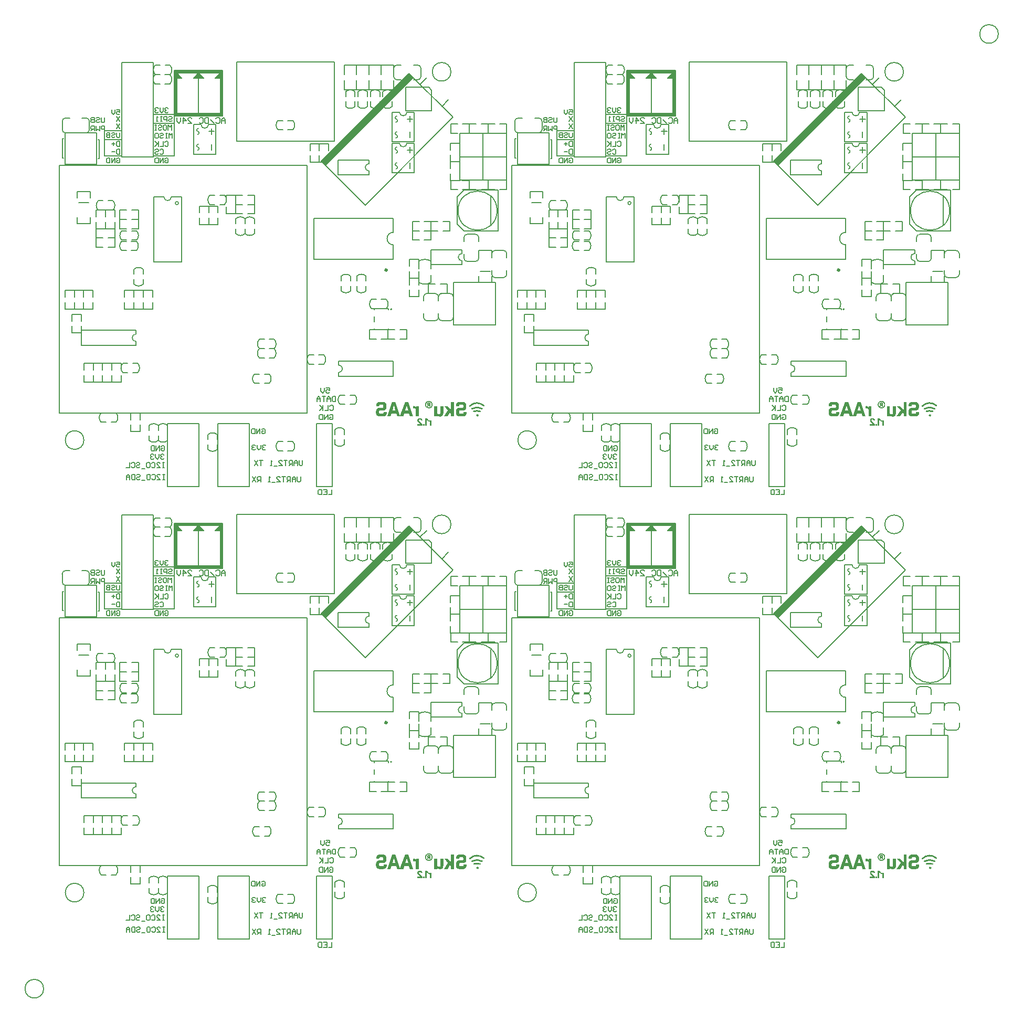
<source format=gbo>
G04*
G04 #@! TF.GenerationSoftware,Altium Limited,Altium Designer,18.1.11 (251)*
G04*
G04 Layer_Color=32896*
%FSLAX24Y24*%
%MOIN*%
G70*
G01*
G75*
%ADD10C,0.0079*%
%ADD13C,0.0100*%
%ADD20C,0.0157*%
%ADD99C,0.0059*%
%ADD100C,0.0063*%
G04:AMPARAMS|DCode=101|XSize=787.4mil|YSize=39.4mil|CornerRadius=0mil|HoleSize=0mil|Usage=FLASHONLY|Rotation=225.000|XOffset=0mil|YOffset=0mil|HoleType=Round|Shape=Rectangle|*
%AMROTATEDRECTD101*
4,1,4,0.2645,0.2923,0.2923,0.2645,-0.2645,-0.2923,-0.2923,-0.2645,0.2645,0.2923,0.0*
%
%ADD101ROTATEDRECTD101*%

G36*
X39134Y53858D02*
X36093D01*
Y56732D01*
X39134D01*
Y53858D01*
D02*
G37*
G36*
X10394D02*
X7352D01*
Y56732D01*
X10394D01*
Y53858D01*
D02*
G37*
G36*
X52243Y35758D02*
X52261Y35756D01*
X52278Y35753D01*
X52292Y35750D01*
X52304Y35747D01*
X52309Y35745D01*
X52312Y35744D01*
X52316Y35742D01*
X52318Y35742D01*
X52320Y35741D01*
X52321D01*
X52336Y35734D01*
X52350Y35725D01*
X52363Y35717D01*
X52374Y35710D01*
X52382Y35703D01*
X52389Y35697D01*
X52393Y35693D01*
X52394Y35693D01*
X52395Y35692D01*
X52406Y35680D01*
X52416Y35667D01*
X52424Y35655D01*
X52431Y35642D01*
X52436Y35632D01*
X52441Y35624D01*
X52442Y35621D01*
X52443Y35619D01*
X52444Y35618D01*
Y35617D01*
X52450Y35600D01*
X52454Y35584D01*
X52457Y35568D01*
X52459Y35553D01*
X52460Y35540D01*
Y35535D01*
X52461Y35530D01*
Y35526D01*
Y35524D01*
Y35522D01*
Y35521D01*
X52460Y35502D01*
X52458Y35484D01*
X52455Y35468D01*
X52452Y35454D01*
X52450Y35442D01*
X52448Y35437D01*
X52447Y35433D01*
X52445Y35430D01*
X52444Y35427D01*
X52444Y35426D01*
Y35425D01*
X52436Y35410D01*
X52428Y35395D01*
X52420Y35383D01*
X52412Y35372D01*
X52406Y35363D01*
X52400Y35357D01*
X52396Y35352D01*
X52395Y35352D01*
Y35351D01*
X52382Y35340D01*
X52370Y35330D01*
X52358Y35322D01*
X52346Y35314D01*
X52336Y35309D01*
X52328Y35305D01*
X52325Y35304D01*
X52323Y35303D01*
X52321Y35302D01*
X52321D01*
X52304Y35296D01*
X52287Y35292D01*
X52271Y35289D01*
X52256Y35287D01*
X52243Y35285D01*
X52237D01*
X52233Y35284D01*
X52224D01*
X52205Y35285D01*
X52187Y35287D01*
X52171Y35290D01*
X52157Y35293D01*
X52145Y35296D01*
X52140Y35298D01*
X52136Y35299D01*
X52133Y35300D01*
X52131Y35301D01*
X52130Y35302D01*
X52129D01*
X52113Y35309D01*
X52099Y35317D01*
X52086Y35325D01*
X52075Y35333D01*
X52066Y35340D01*
X52060Y35346D01*
X52055Y35349D01*
X52054Y35351D01*
X52043Y35363D01*
X52033Y35376D01*
X52025Y35388D01*
X52017Y35400D01*
X52012Y35410D01*
X52008Y35418D01*
X52006Y35421D01*
X52006Y35423D01*
X52005Y35424D01*
Y35425D01*
X51999Y35442D01*
X51995Y35459D01*
X51991Y35475D01*
X51989Y35490D01*
X51987Y35502D01*
Y35508D01*
X51987Y35513D01*
Y35516D01*
Y35519D01*
Y35521D01*
Y35521D01*
X51987Y35540D01*
X51990Y35559D01*
X51992Y35575D01*
X51995Y35589D01*
X51999Y35601D01*
X52000Y35605D01*
X52002Y35610D01*
X52003Y35612D01*
X52004Y35615D01*
X52005Y35616D01*
Y35617D01*
X52012Y35633D01*
X52020Y35647D01*
X52028Y35660D01*
X52035Y35671D01*
X52043Y35680D01*
X52049Y35686D01*
X52052Y35691D01*
X52053Y35692D01*
X52054D01*
X52066Y35703D01*
X52078Y35713D01*
X52091Y35721D01*
X52103Y35728D01*
X52113Y35734D01*
X52122Y35738D01*
X52124Y35739D01*
X52127Y35740D01*
X52128Y35741D01*
X52129D01*
X52146Y35747D01*
X52162Y35751D01*
X52178Y35755D01*
X52193Y35757D01*
X52205Y35758D01*
X52210D01*
X52216Y35759D01*
X52224D01*
X52243Y35758D01*
D02*
G37*
G36*
X23503D02*
X23521Y35756D01*
X23537Y35753D01*
X23552Y35750D01*
X23564Y35747D01*
X23569Y35745D01*
X23572Y35744D01*
X23576Y35742D01*
X23578Y35742D01*
X23580Y35741D01*
X23580D01*
X23596Y35734D01*
X23610Y35725D01*
X23623Y35717D01*
X23634Y35710D01*
X23642Y35703D01*
X23649Y35697D01*
X23653Y35693D01*
X23654Y35693D01*
X23655Y35692D01*
X23666Y35680D01*
X23676Y35667D01*
X23684Y35655D01*
X23691Y35642D01*
X23696Y35632D01*
X23701Y35624D01*
X23701Y35621D01*
X23703Y35619D01*
X23704Y35618D01*
Y35617D01*
X23709Y35600D01*
X23714Y35584D01*
X23717Y35568D01*
X23719Y35553D01*
X23720Y35540D01*
Y35535D01*
X23721Y35530D01*
Y35526D01*
Y35524D01*
Y35522D01*
Y35521D01*
X23720Y35502D01*
X23718Y35484D01*
X23715Y35468D01*
X23712Y35454D01*
X23709Y35442D01*
X23708Y35437D01*
X23706Y35433D01*
X23705Y35430D01*
X23704Y35427D01*
X23704Y35426D01*
Y35425D01*
X23696Y35410D01*
X23688Y35395D01*
X23680Y35383D01*
X23672Y35372D01*
X23666Y35363D01*
X23660Y35357D01*
X23656Y35352D01*
X23655Y35352D01*
Y35351D01*
X23642Y35340D01*
X23630Y35330D01*
X23618Y35322D01*
X23606Y35314D01*
X23596Y35309D01*
X23588Y35305D01*
X23585Y35304D01*
X23583Y35303D01*
X23581Y35302D01*
X23580D01*
X23564Y35296D01*
X23547Y35292D01*
X23531Y35289D01*
X23515Y35287D01*
X23503Y35285D01*
X23497D01*
X23493Y35284D01*
X23484D01*
X23465Y35285D01*
X23447Y35287D01*
X23431Y35290D01*
X23416Y35293D01*
X23405Y35296D01*
X23400Y35298D01*
X23396Y35299D01*
X23393Y35300D01*
X23391Y35301D01*
X23389Y35302D01*
X23389D01*
X23373Y35309D01*
X23359Y35317D01*
X23346Y35325D01*
X23335Y35333D01*
X23326Y35340D01*
X23319Y35346D01*
X23315Y35349D01*
X23314Y35351D01*
X23303Y35363D01*
X23292Y35376D01*
X23284Y35388D01*
X23277Y35400D01*
X23272Y35410D01*
X23268Y35418D01*
X23266Y35421D01*
X23265Y35423D01*
X23265Y35424D01*
Y35425D01*
X23259Y35442D01*
X23254Y35459D01*
X23251Y35475D01*
X23249Y35490D01*
X23247Y35502D01*
Y35508D01*
X23246Y35513D01*
Y35516D01*
Y35519D01*
Y35521D01*
Y35521D01*
X23247Y35540D01*
X23249Y35559D01*
X23252Y35575D01*
X23255Y35589D01*
X23259Y35601D01*
X23260Y35605D01*
X23262Y35610D01*
X23263Y35612D01*
X23264Y35615D01*
X23265Y35616D01*
Y35617D01*
X23272Y35633D01*
X23280Y35647D01*
X23288Y35660D01*
X23295Y35671D01*
X23303Y35680D01*
X23308Y35686D01*
X23312Y35691D01*
X23313Y35692D01*
X23314D01*
X23326Y35703D01*
X23338Y35713D01*
X23351Y35721D01*
X23363Y35728D01*
X23373Y35734D01*
X23381Y35738D01*
X23384Y35739D01*
X23386Y35740D01*
X23388Y35741D01*
X23389D01*
X23405Y35747D01*
X23421Y35751D01*
X23437Y35755D01*
X23453Y35757D01*
X23465Y35758D01*
X23470D01*
X23475Y35759D01*
X23484D01*
X23503Y35758D01*
D02*
G37*
G36*
X53822Y34768D02*
X53632D01*
Y34932D01*
X53566Y35010D01*
X53405Y34768D01*
X53177D01*
X53437Y35159D01*
X53207Y35424D01*
X53424D01*
X53625Y35177D01*
X53632D01*
Y35687D01*
X53822D01*
Y34768D01*
D02*
G37*
G36*
X25082D02*
X24892D01*
Y34932D01*
X24825Y35010D01*
X24665Y34768D01*
X24437D01*
X24696Y35159D01*
X24467Y35424D01*
X24683D01*
X24885Y35177D01*
X24892D01*
Y35687D01*
X25082D01*
Y34768D01*
D02*
G37*
G36*
X53137Y34978D02*
X53136Y34956D01*
X53135Y34936D01*
X53132Y34918D01*
X53129Y34903D01*
X53128Y34897D01*
X53127Y34891D01*
X53125Y34886D01*
X53124Y34882D01*
X53123Y34879D01*
X53122Y34877D01*
X53122Y34875D01*
Y34875D01*
X53115Y34860D01*
X53108Y34846D01*
X53101Y34835D01*
X53094Y34825D01*
X53088Y34817D01*
X53083Y34812D01*
X53080Y34808D01*
X53079Y34807D01*
X53068Y34798D01*
X53057Y34790D01*
X53045Y34784D01*
X53035Y34779D01*
X53026Y34775D01*
X53019Y34772D01*
X53016Y34771D01*
X53014Y34771D01*
X53013Y34770D01*
X53012D01*
X52997Y34766D01*
X52982Y34763D01*
X52968Y34762D01*
X52955Y34760D01*
X52944Y34760D01*
X52939Y34759D01*
X52927D01*
X52904Y34760D01*
X52883Y34762D01*
X52874Y34764D01*
X52865Y34766D01*
X52857Y34768D01*
X52850Y34770D01*
X52843Y34772D01*
X52838Y34774D01*
X52833Y34776D01*
X52829Y34777D01*
X52826Y34779D01*
X52824Y34780D01*
X52823Y34781D01*
X52822D01*
X52808Y34789D01*
X52796Y34799D01*
X52786Y34808D01*
X52778Y34818D01*
X52771Y34826D01*
X52766Y34832D01*
X52763Y34836D01*
X52762Y34837D01*
Y34838D01*
X52756D01*
X52743Y34768D01*
X52566D01*
Y35424D01*
X52756D01*
Y34997D01*
X52757Y34983D01*
X52760Y34971D01*
X52764Y34960D01*
X52769Y34951D01*
X52773Y34943D01*
X52778Y34938D01*
X52781Y34935D01*
X52781Y34934D01*
X52791Y34926D01*
X52801Y34920D01*
X52812Y34916D01*
X52822Y34913D01*
X52831Y34911D01*
X52838Y34910D01*
X52841Y34910D01*
X52888D01*
X52897Y34910D01*
X52905Y34912D01*
X52912Y34915D01*
X52919Y34918D01*
X52924Y34921D01*
X52928Y34924D01*
X52930Y34925D01*
X52931Y34926D01*
X52936Y34932D01*
X52940Y34940D01*
X52943Y34947D01*
X52945Y34953D01*
X52946Y34959D01*
X52947Y34964D01*
Y34967D01*
Y34969D01*
Y35424D01*
X53137D01*
Y34978D01*
D02*
G37*
G36*
X24397D02*
X24396Y34956D01*
X24395Y34936D01*
X24392Y34918D01*
X24389Y34903D01*
X24388Y34897D01*
X24387Y34891D01*
X24385Y34886D01*
X24384Y34882D01*
X24383Y34879D01*
X24382Y34877D01*
X24382Y34875D01*
Y34875D01*
X24375Y34860D01*
X24368Y34846D01*
X24361Y34835D01*
X24354Y34825D01*
X24348Y34817D01*
X24343Y34812D01*
X24340Y34808D01*
X24339Y34807D01*
X24328Y34798D01*
X24317Y34790D01*
X24305Y34784D01*
X24295Y34779D01*
X24286Y34775D01*
X24279Y34772D01*
X24276Y34771D01*
X24274Y34771D01*
X24273Y34770D01*
X24272D01*
X24257Y34766D01*
X24242Y34763D01*
X24228Y34762D01*
X24215Y34760D01*
X24204Y34760D01*
X24199Y34759D01*
X24187D01*
X24164Y34760D01*
X24142Y34762D01*
X24134Y34764D01*
X24125Y34766D01*
X24117Y34768D01*
X24110Y34770D01*
X24103Y34772D01*
X24098Y34774D01*
X24093Y34776D01*
X24089Y34777D01*
X24086Y34779D01*
X24083Y34780D01*
X24083Y34781D01*
X24082D01*
X24068Y34789D01*
X24056Y34799D01*
X24045Y34808D01*
X24037Y34818D01*
X24031Y34826D01*
X24026Y34832D01*
X24023Y34836D01*
X24022Y34837D01*
Y34838D01*
X24016D01*
X24003Y34768D01*
X23826D01*
Y35424D01*
X24016D01*
Y34997D01*
X24017Y34983D01*
X24020Y34971D01*
X24024Y34960D01*
X24029Y34951D01*
X24033Y34943D01*
X24037Y34938D01*
X24040Y34935D01*
X24041Y34934D01*
X24051Y34926D01*
X24061Y34920D01*
X24072Y34916D01*
X24082Y34913D01*
X24091Y34911D01*
X24098Y34910D01*
X24101Y34910D01*
X24148D01*
X24157Y34910D01*
X24165Y34912D01*
X24172Y34915D01*
X24179Y34918D01*
X24184Y34921D01*
X24188Y34924D01*
X24190Y34925D01*
X24191Y34926D01*
X24196Y34932D01*
X24200Y34940D01*
X24203Y34947D01*
X24204Y34953D01*
X24206Y34959D01*
X24207Y34964D01*
Y34967D01*
Y34969D01*
Y35424D01*
X24397D01*
Y34978D01*
D02*
G37*
G36*
X51225Y34768D02*
X51023D01*
X50964Y34961D01*
X50666D01*
X50606Y34768D01*
X50214D01*
X50155Y34961D01*
X49858D01*
X49797Y34768D01*
X49582D01*
X49900Y35687D01*
X50101D01*
X50404Y34805D01*
X50708Y35687D01*
X50909D01*
X51225Y34768D01*
D02*
G37*
G36*
X22485D02*
X22283D01*
X22224Y34961D01*
X21926D01*
X21866Y34768D01*
X21474D01*
X21415Y34961D01*
X21118D01*
X21057Y34768D01*
X20842D01*
X21159Y35687D01*
X21361D01*
X21663Y34805D01*
X21968Y35687D01*
X22169D01*
X22485Y34768D01*
D02*
G37*
G36*
X54398Y35686D02*
X54416Y35684D01*
X54431Y35682D01*
X54444Y35679D01*
X54456Y35675D01*
X54460Y35674D01*
X54464Y35673D01*
X54467Y35672D01*
X54469Y35671D01*
X54470Y35670D01*
X54471D01*
X54486Y35664D01*
X54499Y35656D01*
X54511Y35648D01*
X54521Y35641D01*
X54529Y35634D01*
X54536Y35629D01*
X54540Y35626D01*
X54541Y35624D01*
X54551Y35612D01*
X54561Y35601D01*
X54568Y35589D01*
X54575Y35578D01*
X54580Y35569D01*
X54584Y35561D01*
X54586Y35558D01*
X54586Y35556D01*
X54587Y35555D01*
Y35554D01*
X54592Y35539D01*
X54596Y35523D01*
X54599Y35508D01*
X54601Y35494D01*
X54602Y35482D01*
Y35477D01*
X54603Y35473D01*
Y35469D01*
Y35466D01*
Y35464D01*
Y35464D01*
Y35365D01*
X54602Y35347D01*
X54601Y35330D01*
X54598Y35314D01*
X54595Y35301D01*
X54592Y35290D01*
X54591Y35285D01*
X54589Y35282D01*
X54588Y35279D01*
X54588Y35276D01*
X54587Y35275D01*
Y35274D01*
X54580Y35260D01*
X54572Y35247D01*
X54565Y35234D01*
X54558Y35224D01*
X54551Y35216D01*
X54546Y35209D01*
X54543Y35206D01*
X54541Y35204D01*
X54529Y35194D01*
X54518Y35185D01*
X54506Y35177D01*
X54495Y35171D01*
X54486Y35165D01*
X54478Y35161D01*
X54475Y35160D01*
X54473Y35159D01*
X54472Y35158D01*
X54471D01*
X54456Y35153D01*
X54440Y35149D01*
X54424Y35146D01*
X54410Y35144D01*
X54398Y35143D01*
X54393D01*
X54389Y35142D01*
X54196D01*
X54187Y35142D01*
X54179Y35139D01*
X54171Y35137D01*
X54165Y35134D01*
X54161Y35131D01*
X54157Y35128D01*
X54155Y35126D01*
X54154Y35126D01*
X54148Y35119D01*
X54144Y35112D01*
X54142Y35104D01*
X54139Y35098D01*
X54138Y35092D01*
X54137Y35087D01*
Y35084D01*
Y35083D01*
Y35003D01*
X54138Y34994D01*
X54140Y34986D01*
X54142Y34978D01*
X54145Y34972D01*
X54149Y34967D01*
X54151Y34963D01*
X54153Y34961D01*
X54154Y34960D01*
X54161Y34955D01*
X54167Y34951D01*
X54174Y34948D01*
X54181Y34946D01*
X54187Y34945D01*
X54192Y34944D01*
X54360D01*
X54370Y34945D01*
X54378Y34946D01*
X54385Y34949D01*
X54392Y34952D01*
X54397Y34955D01*
X54400Y34958D01*
X54403Y34959D01*
X54403Y34960D01*
X54408Y34967D01*
X54413Y34973D01*
X54416Y34980D01*
X54417Y34987D01*
X54419Y34993D01*
X54419Y34998D01*
Y35001D01*
Y35002D01*
Y35048D01*
X54616D01*
Y34991D01*
X54615Y34972D01*
X54614Y34956D01*
X54611Y34940D01*
X54608Y34927D01*
X54605Y34916D01*
X54604Y34911D01*
X54602Y34908D01*
X54602Y34905D01*
X54601Y34902D01*
X54600Y34901D01*
Y34900D01*
X54594Y34886D01*
X54586Y34872D01*
X54578Y34860D01*
X54571Y34850D01*
X54564Y34841D01*
X54559Y34835D01*
X54556Y34831D01*
X54554Y34830D01*
X54543Y34819D01*
X54531Y34810D01*
X54519Y34803D01*
X54508Y34796D01*
X54499Y34791D01*
X54491Y34787D01*
X54488Y34786D01*
X54486Y34785D01*
X54485Y34784D01*
X54484D01*
X54469Y34779D01*
X54453Y34775D01*
X54438Y34772D01*
X54423Y34771D01*
X54411Y34769D01*
X54406D01*
X54402Y34768D01*
X54163D01*
X54145Y34769D01*
X54128Y34771D01*
X54113Y34773D01*
X54099Y34776D01*
X54088Y34779D01*
X54084Y34781D01*
X54080Y34782D01*
X54077Y34783D01*
X54075Y34784D01*
X54074Y34784D01*
X54073D01*
X54058Y34791D01*
X54045Y34798D01*
X54033Y34805D01*
X54023Y34813D01*
X54015Y34819D01*
X54008Y34824D01*
X54005Y34828D01*
X54003Y34830D01*
X53992Y34841D01*
X53983Y34853D01*
X53975Y34865D01*
X53969Y34876D01*
X53964Y34886D01*
X53960Y34894D01*
X53959Y34897D01*
X53958Y34899D01*
X53957Y34900D01*
Y34900D01*
X53951Y34916D01*
X53948Y34932D01*
X53945Y34947D01*
X53943Y34961D01*
X53941Y34973D01*
Y34978D01*
X53940Y34983D01*
Y34986D01*
Y34988D01*
Y34990D01*
Y34991D01*
Y35095D01*
X53941Y35113D01*
X53943Y35130D01*
X53945Y35145D01*
X53948Y35159D01*
X53952Y35170D01*
X53953Y35174D01*
X53954Y35178D01*
X53956Y35181D01*
X53956Y35183D01*
X53957Y35185D01*
Y35185D01*
X53964Y35200D01*
X53971Y35214D01*
X53979Y35225D01*
X53986Y35236D01*
X53993Y35244D01*
X53998Y35250D01*
X54002Y35254D01*
X54003Y35255D01*
X54015Y35266D01*
X54026Y35275D01*
X54038Y35283D01*
X54049Y35290D01*
X54058Y35295D01*
X54066Y35298D01*
X54069Y35300D01*
X54071Y35300D01*
X54072Y35301D01*
X54073D01*
X54088Y35307D01*
X54104Y35311D01*
X54120Y35314D01*
X54134Y35316D01*
X54145Y35317D01*
X54150D01*
X54155Y35318D01*
X54347D01*
X54357Y35319D01*
X54365Y35320D01*
X54372Y35323D01*
X54378Y35326D01*
X54384Y35329D01*
X54387Y35332D01*
X54389Y35333D01*
X54390Y35334D01*
X54395Y35341D01*
X54400Y35348D01*
X54403Y35355D01*
X54404Y35362D01*
X54405Y35368D01*
X54406Y35373D01*
Y35376D01*
Y35377D01*
Y35451D01*
X54405Y35461D01*
X54404Y35469D01*
X54401Y35477D01*
X54398Y35483D01*
X54395Y35488D01*
X54392Y35491D01*
X54391Y35494D01*
X54390Y35494D01*
X54384Y35500D01*
X54376Y35504D01*
X54369Y35507D01*
X54362Y35509D01*
X54357Y35510D01*
X54352Y35511D01*
X54203D01*
X54193Y35510D01*
X54185Y35508D01*
X54178Y35506D01*
X54171Y35503D01*
X54167Y35499D01*
X54163Y35497D01*
X54161Y35495D01*
X54161Y35494D01*
X54155Y35488D01*
X54151Y35481D01*
X54148Y35474D01*
X54146Y35467D01*
X54144Y35462D01*
X54144Y35456D01*
Y35454D01*
Y35452D01*
Y35408D01*
X53947D01*
Y35464D01*
X53948Y35482D01*
X53950Y35499D01*
X53952Y35514D01*
X53955Y35528D01*
X53959Y35539D01*
X53960Y35543D01*
X53961Y35547D01*
X53962Y35550D01*
X53963Y35552D01*
X53964Y35553D01*
Y35554D01*
X53970Y35569D01*
X53978Y35583D01*
X53986Y35594D01*
X53993Y35604D01*
X53999Y35612D01*
X54005Y35619D01*
X54008Y35623D01*
X54010Y35624D01*
X54021Y35635D01*
X54033Y35644D01*
X54045Y35652D01*
X54056Y35658D01*
X54065Y35664D01*
X54073Y35667D01*
X54076Y35669D01*
X54077Y35669D01*
X54079Y35670D01*
X54080D01*
X54095Y35676D01*
X54111Y35680D01*
X54126Y35682D01*
X54140Y35685D01*
X54152Y35686D01*
X54157D01*
X54161Y35687D01*
X54380D01*
X54398Y35686D01*
D02*
G37*
G36*
X51283Y35432D02*
X51290Y35431D01*
X51296Y35430D01*
X51301Y35429D01*
X51306Y35427D01*
X51309Y35427D01*
X51312Y35426D01*
X51314Y35425D01*
X51315D01*
X51323Y35421D01*
X51332Y35417D01*
X51347Y35407D01*
X51362Y35395D01*
X51374Y35384D01*
X51384Y35373D01*
X51387Y35368D01*
X51391Y35363D01*
X51393Y35360D01*
X51395Y35357D01*
X51396Y35355D01*
X51397Y35354D01*
X51402D01*
X51415Y35424D01*
X51592D01*
Y34768D01*
X51402D01*
Y35182D01*
X51401Y35196D01*
X51398Y35208D01*
X51395Y35219D01*
X51390Y35228D01*
X51385Y35236D01*
X51382Y35241D01*
X51379Y35244D01*
X51378Y35245D01*
X51368Y35253D01*
X51358Y35259D01*
X51347Y35263D01*
X51337Y35266D01*
X51328Y35268D01*
X51321Y35269D01*
X51212D01*
Y35424D01*
X51222Y35427D01*
X51231Y35430D01*
X51250Y35432D01*
X51268D01*
X51283Y35432D01*
D02*
G37*
G36*
X49324Y35686D02*
X49342Y35684D01*
X49357Y35682D01*
X49370Y35679D01*
X49382Y35675D01*
X49386Y35674D01*
X49390Y35673D01*
X49393Y35672D01*
X49395Y35671D01*
X49397Y35670D01*
X49397D01*
X49412Y35664D01*
X49425Y35656D01*
X49437Y35648D01*
X49448Y35641D01*
X49456Y35634D01*
X49462Y35629D01*
X49466Y35626D01*
X49467Y35624D01*
X49477Y35612D01*
X49487Y35601D01*
X49494Y35589D01*
X49501Y35578D01*
X49507Y35569D01*
X49510Y35561D01*
X49512Y35558D01*
X49512Y35556D01*
X49513Y35555D01*
Y35554D01*
X49518Y35539D01*
X49523Y35523D01*
X49526Y35508D01*
X49527Y35494D01*
X49528Y35482D01*
Y35477D01*
X49529Y35473D01*
Y35469D01*
Y35466D01*
Y35464D01*
Y35464D01*
Y35365D01*
X49528Y35347D01*
X49527Y35330D01*
X49524Y35314D01*
X49521Y35301D01*
X49518Y35290D01*
X49517Y35285D01*
X49515Y35282D01*
X49515Y35279D01*
X49514Y35276D01*
X49513Y35275D01*
Y35274D01*
X49507Y35260D01*
X49499Y35247D01*
X49491Y35234D01*
X49484Y35224D01*
X49477Y35216D01*
X49472Y35209D01*
X49469Y35206D01*
X49467Y35204D01*
X49456Y35194D01*
X49444Y35185D01*
X49432Y35177D01*
X49421Y35171D01*
X49412Y35165D01*
X49404Y35161D01*
X49401Y35160D01*
X49399Y35159D01*
X49398Y35158D01*
X49397D01*
X49382Y35153D01*
X49366Y35149D01*
X49351Y35146D01*
X49336Y35144D01*
X49324Y35143D01*
X49319D01*
X49315Y35142D01*
X49122D01*
X49113Y35142D01*
X49105Y35139D01*
X49098Y35137D01*
X49091Y35134D01*
X49087Y35131D01*
X49083Y35128D01*
X49081Y35126D01*
X49080Y35126D01*
X49074Y35119D01*
X49071Y35112D01*
X49068Y35104D01*
X49066Y35098D01*
X49064Y35092D01*
X49063Y35087D01*
Y35084D01*
Y35083D01*
Y35003D01*
X49064Y34994D01*
X49066Y34986D01*
X49068Y34978D01*
X49071Y34972D01*
X49075Y34967D01*
X49077Y34963D01*
X49079Y34961D01*
X49080Y34960D01*
X49087Y34955D01*
X49093Y34951D01*
X49101Y34948D01*
X49107Y34946D01*
X49113Y34945D01*
X49118Y34944D01*
X49286D01*
X49296Y34945D01*
X49304Y34946D01*
X49311Y34949D01*
X49318Y34952D01*
X49323Y34955D01*
X49327Y34958D01*
X49329Y34959D01*
X49329Y34960D01*
X49335Y34967D01*
X49339Y34973D01*
X49342Y34980D01*
X49343Y34987D01*
X49345Y34993D01*
X49345Y34998D01*
Y35001D01*
Y35002D01*
Y35048D01*
X49542D01*
Y34991D01*
X49542Y34972D01*
X49540Y34956D01*
X49537Y34940D01*
X49534Y34927D01*
X49531Y34916D01*
X49530Y34911D01*
X49528Y34908D01*
X49528Y34905D01*
X49527Y34902D01*
X49526Y34901D01*
Y34900D01*
X49520Y34886D01*
X49512Y34872D01*
X49504Y34860D01*
X49497Y34850D01*
X49491Y34841D01*
X49485Y34835D01*
X49482Y34831D01*
X49480Y34830D01*
X49469Y34819D01*
X49457Y34810D01*
X49445Y34803D01*
X49434Y34796D01*
X49425Y34791D01*
X49417Y34787D01*
X49414Y34786D01*
X49412Y34785D01*
X49411Y34784D01*
X49410D01*
X49395Y34779D01*
X49379Y34775D01*
X49364Y34772D01*
X49349Y34771D01*
X49337Y34769D01*
X49332D01*
X49328Y34768D01*
X49090D01*
X49071Y34769D01*
X49055Y34771D01*
X49039Y34773D01*
X49025Y34776D01*
X49015Y34779D01*
X49010Y34781D01*
X49006Y34782D01*
X49004Y34783D01*
X49001Y34784D01*
X49000Y34784D01*
X48999D01*
X48985Y34791D01*
X48971Y34798D01*
X48959Y34805D01*
X48949Y34813D01*
X48941Y34819D01*
X48934Y34824D01*
X48931Y34828D01*
X48929Y34830D01*
X48918Y34841D01*
X48910Y34853D01*
X48902Y34865D01*
X48895Y34876D01*
X48890Y34886D01*
X48886Y34894D01*
X48885Y34897D01*
X48884Y34899D01*
X48883Y34900D01*
Y34900D01*
X48877Y34916D01*
X48874Y34932D01*
X48871Y34947D01*
X48869Y34961D01*
X48867Y34973D01*
Y34978D01*
X48867Y34983D01*
Y34986D01*
Y34988D01*
Y34990D01*
Y34991D01*
Y35095D01*
X48867Y35113D01*
X48869Y35130D01*
X48872Y35145D01*
X48875Y35159D01*
X48878Y35170D01*
X48880Y35174D01*
X48880Y35178D01*
X48882Y35181D01*
X48883Y35183D01*
X48883Y35185D01*
Y35185D01*
X48890Y35200D01*
X48897Y35214D01*
X48905Y35225D01*
X48912Y35236D01*
X48919Y35244D01*
X48924Y35250D01*
X48928Y35254D01*
X48929Y35255D01*
X48941Y35266D01*
X48953Y35275D01*
X48964Y35283D01*
X48975Y35290D01*
X48985Y35295D01*
X48993Y35298D01*
X48996Y35300D01*
X48997Y35300D01*
X48998Y35301D01*
X48999D01*
X49015Y35307D01*
X49031Y35311D01*
X49046Y35314D01*
X49060Y35316D01*
X49071Y35317D01*
X49076D01*
X49081Y35318D01*
X49273D01*
X49283Y35319D01*
X49291Y35320D01*
X49298Y35323D01*
X49305Y35326D01*
X49310Y35329D01*
X49313Y35332D01*
X49316Y35333D01*
X49316Y35334D01*
X49321Y35341D01*
X49326Y35348D01*
X49329Y35355D01*
X49330Y35362D01*
X49332Y35368D01*
X49332Y35373D01*
Y35376D01*
Y35377D01*
Y35451D01*
X49332Y35461D01*
X49330Y35469D01*
X49327Y35477D01*
X49324Y35483D01*
X49321Y35488D01*
X49318Y35491D01*
X49317Y35494D01*
X49316Y35494D01*
X49310Y35500D01*
X49302Y35504D01*
X49295Y35507D01*
X49289Y35509D01*
X49283Y35510D01*
X49278Y35511D01*
X49129D01*
X49119Y35510D01*
X49111Y35508D01*
X49104Y35506D01*
X49098Y35503D01*
X49093Y35499D01*
X49090Y35497D01*
X49087Y35495D01*
X49087Y35494D01*
X49081Y35488D01*
X49077Y35481D01*
X49074Y35474D01*
X49072Y35467D01*
X49071Y35462D01*
X49070Y35456D01*
Y35454D01*
Y35452D01*
Y35408D01*
X48873D01*
Y35464D01*
X48874Y35482D01*
X48876Y35499D01*
X48878Y35514D01*
X48881Y35528D01*
X48885Y35539D01*
X48886Y35543D01*
X48887Y35547D01*
X48888Y35550D01*
X48889Y35552D01*
X48890Y35553D01*
Y35554D01*
X48896Y35569D01*
X48904Y35583D01*
X48912Y35594D01*
X48919Y35604D01*
X48926Y35612D01*
X48931Y35619D01*
X48934Y35623D01*
X48936Y35624D01*
X48947Y35635D01*
X48959Y35644D01*
X48971Y35652D01*
X48982Y35658D01*
X48991Y35664D01*
X48999Y35667D01*
X49002Y35669D01*
X49004Y35669D01*
X49005Y35670D01*
X49006D01*
X49021Y35676D01*
X49037Y35680D01*
X49052Y35682D01*
X49066Y35685D01*
X49078Y35686D01*
X49083D01*
X49087Y35687D01*
X49306D01*
X49324Y35686D01*
D02*
G37*
G36*
X25658D02*
X25676Y35684D01*
X25691Y35682D01*
X25704Y35679D01*
X25716Y35675D01*
X25720Y35674D01*
X25724Y35673D01*
X25727Y35672D01*
X25729Y35671D01*
X25730Y35670D01*
X25731D01*
X25745Y35664D01*
X25759Y35656D01*
X25771Y35648D01*
X25781Y35641D01*
X25789Y35634D01*
X25796Y35629D01*
X25799Y35626D01*
X25801Y35624D01*
X25811Y35612D01*
X25821Y35601D01*
X25828Y35589D01*
X25834Y35578D01*
X25840Y35569D01*
X25844Y35561D01*
X25845Y35558D01*
X25846Y35556D01*
X25847Y35555D01*
Y35554D01*
X25852Y35539D01*
X25856Y35523D01*
X25859Y35508D01*
X25861Y35494D01*
X25862Y35482D01*
Y35477D01*
X25863Y35473D01*
Y35469D01*
Y35466D01*
Y35464D01*
Y35464D01*
Y35365D01*
X25862Y35347D01*
X25861Y35330D01*
X25858Y35314D01*
X25855Y35301D01*
X25852Y35290D01*
X25850Y35285D01*
X25849Y35282D01*
X25848Y35279D01*
X25848Y35276D01*
X25847Y35275D01*
Y35274D01*
X25840Y35260D01*
X25832Y35247D01*
X25825Y35234D01*
X25818Y35224D01*
X25811Y35216D01*
X25806Y35209D01*
X25802Y35206D01*
X25801Y35204D01*
X25789Y35194D01*
X25778Y35185D01*
X25766Y35177D01*
X25755Y35171D01*
X25745Y35165D01*
X25737Y35161D01*
X25735Y35160D01*
X25732Y35159D01*
X25732Y35158D01*
X25731D01*
X25716Y35153D01*
X25700Y35149D01*
X25684Y35146D01*
X25670Y35144D01*
X25658Y35143D01*
X25653D01*
X25649Y35142D01*
X25456D01*
X25447Y35142D01*
X25439Y35139D01*
X25431Y35137D01*
X25425Y35134D01*
X25420Y35131D01*
X25417Y35128D01*
X25415Y35126D01*
X25414Y35126D01*
X25408Y35119D01*
X25404Y35112D01*
X25401Y35104D01*
X25399Y35098D01*
X25398Y35092D01*
X25397Y35087D01*
Y35084D01*
Y35083D01*
Y35003D01*
X25398Y34994D01*
X25400Y34986D01*
X25402Y34978D01*
X25405Y34972D01*
X25409Y34967D01*
X25411Y34963D01*
X25413Y34961D01*
X25414Y34960D01*
X25420Y34955D01*
X25427Y34951D01*
X25434Y34948D01*
X25441Y34946D01*
X25447Y34945D01*
X25452Y34944D01*
X25620D01*
X25630Y34945D01*
X25638Y34946D01*
X25645Y34949D01*
X25651Y34952D01*
X25657Y34955D01*
X25660Y34958D01*
X25662Y34959D01*
X25663Y34960D01*
X25668Y34967D01*
X25673Y34973D01*
X25676Y34980D01*
X25677Y34987D01*
X25678Y34993D01*
X25679Y34998D01*
Y35001D01*
Y35002D01*
Y35048D01*
X25876D01*
Y34991D01*
X25875Y34972D01*
X25874Y34956D01*
X25871Y34940D01*
X25868Y34927D01*
X25865Y34916D01*
X25864Y34911D01*
X25862Y34908D01*
X25861Y34905D01*
X25861Y34902D01*
X25860Y34901D01*
Y34900D01*
X25853Y34886D01*
X25845Y34872D01*
X25838Y34860D01*
X25831Y34850D01*
X25824Y34841D01*
X25819Y34835D01*
X25815Y34831D01*
X25814Y34830D01*
X25802Y34819D01*
X25791Y34810D01*
X25779Y34803D01*
X25768Y34796D01*
X25759Y34791D01*
X25751Y34787D01*
X25748Y34786D01*
X25745Y34785D01*
X25745Y34784D01*
X25744D01*
X25729Y34779D01*
X25713Y34775D01*
X25697Y34772D01*
X25683Y34771D01*
X25671Y34769D01*
X25666D01*
X25662Y34768D01*
X25423D01*
X25405Y34769D01*
X25388Y34771D01*
X25373Y34773D01*
X25359Y34776D01*
X25348Y34779D01*
X25344Y34781D01*
X25340Y34782D01*
X25337Y34783D01*
X25335Y34784D01*
X25334Y34784D01*
X25333D01*
X25318Y34791D01*
X25304Y34798D01*
X25293Y34805D01*
X25283Y34813D01*
X25275Y34819D01*
X25268Y34824D01*
X25264Y34828D01*
X25263Y34830D01*
X25252Y34841D01*
X25243Y34853D01*
X25235Y34865D01*
X25229Y34876D01*
X25224Y34886D01*
X25220Y34894D01*
X25218Y34897D01*
X25218Y34899D01*
X25217Y34900D01*
Y34900D01*
X25211Y34916D01*
X25207Y34932D01*
X25205Y34947D01*
X25202Y34961D01*
X25201Y34973D01*
Y34978D01*
X25200Y34983D01*
Y34986D01*
Y34988D01*
Y34990D01*
Y34991D01*
Y35095D01*
X25201Y35113D01*
X25203Y35130D01*
X25205Y35145D01*
X25208Y35159D01*
X25212Y35170D01*
X25213Y35174D01*
X25214Y35178D01*
X25216Y35181D01*
X25216Y35183D01*
X25217Y35185D01*
Y35185D01*
X25224Y35200D01*
X25231Y35214D01*
X25239Y35225D01*
X25246Y35236D01*
X25253Y35244D01*
X25258Y35250D01*
X25261Y35254D01*
X25263Y35255D01*
X25275Y35266D01*
X25286Y35275D01*
X25298Y35283D01*
X25309Y35290D01*
X25318Y35295D01*
X25326Y35298D01*
X25329Y35300D01*
X25331Y35300D01*
X25332Y35301D01*
X25333D01*
X25348Y35307D01*
X25364Y35311D01*
X25380Y35314D01*
X25393Y35316D01*
X25405Y35317D01*
X25410D01*
X25415Y35318D01*
X25607D01*
X25616Y35319D01*
X25624Y35320D01*
X25632Y35323D01*
X25638Y35326D01*
X25643Y35329D01*
X25647Y35332D01*
X25649Y35333D01*
X25650Y35334D01*
X25655Y35341D01*
X25659Y35348D01*
X25662Y35355D01*
X25664Y35362D01*
X25665Y35368D01*
X25666Y35373D01*
Y35376D01*
Y35377D01*
Y35451D01*
X25665Y35461D01*
X25664Y35469D01*
X25661Y35477D01*
X25658Y35483D01*
X25655Y35488D01*
X25652Y35491D01*
X25651Y35494D01*
X25650Y35494D01*
X25643Y35500D01*
X25636Y35504D01*
X25629Y35507D01*
X25622Y35509D01*
X25616Y35510D01*
X25611Y35511D01*
X25463D01*
X25453Y35510D01*
X25445Y35508D01*
X25438Y35506D01*
X25431Y35503D01*
X25427Y35499D01*
X25423Y35497D01*
X25421Y35495D01*
X25420Y35494D01*
X25415Y35488D01*
X25411Y35481D01*
X25408Y35474D01*
X25406Y35467D01*
X25404Y35462D01*
X25404Y35456D01*
Y35454D01*
Y35452D01*
Y35408D01*
X25207D01*
Y35464D01*
X25207Y35482D01*
X25210Y35499D01*
X25212Y35514D01*
X25215Y35528D01*
X25218Y35539D01*
X25220Y35543D01*
X25221Y35547D01*
X25222Y35550D01*
X25223Y35552D01*
X25224Y35553D01*
Y35554D01*
X25230Y35569D01*
X25237Y35583D01*
X25245Y35594D01*
X25253Y35604D01*
X25259Y35612D01*
X25264Y35619D01*
X25268Y35623D01*
X25269Y35624D01*
X25281Y35635D01*
X25293Y35644D01*
X25304Y35652D01*
X25315Y35658D01*
X25325Y35664D01*
X25333Y35667D01*
X25336Y35669D01*
X25337Y35669D01*
X25339Y35670D01*
X25339D01*
X25355Y35676D01*
X25371Y35680D01*
X25386Y35682D01*
X25400Y35685D01*
X25412Y35686D01*
X25417D01*
X25421Y35687D01*
X25640D01*
X25658Y35686D01*
D02*
G37*
G36*
X22543Y35432D02*
X22550Y35431D01*
X22556Y35430D01*
X22561Y35429D01*
X22566Y35427D01*
X22569Y35427D01*
X22572Y35426D01*
X22574Y35425D01*
X22574D01*
X22583Y35421D01*
X22592Y35417D01*
X22607Y35407D01*
X22622Y35395D01*
X22633Y35384D01*
X22644Y35373D01*
X22647Y35368D01*
X22651Y35363D01*
X22653Y35360D01*
X22655Y35357D01*
X22656Y35355D01*
X22657Y35354D01*
X22662D01*
X22675Y35424D01*
X22852D01*
Y34768D01*
X22662D01*
Y35182D01*
X22661Y35196D01*
X22658Y35208D01*
X22655Y35219D01*
X22649Y35228D01*
X22645Y35236D01*
X22641Y35241D01*
X22638Y35244D01*
X22638Y35245D01*
X22628Y35253D01*
X22617Y35259D01*
X22607Y35263D01*
X22597Y35266D01*
X22588Y35268D01*
X22581Y35269D01*
X22472D01*
Y35424D01*
X22482Y35427D01*
X22491Y35430D01*
X22510Y35432D01*
X22528D01*
X22543Y35432D01*
D02*
G37*
G36*
X20584Y35686D02*
X20602Y35684D01*
X20617Y35682D01*
X20630Y35679D01*
X20642Y35675D01*
X20646Y35674D01*
X20650Y35673D01*
X20653Y35672D01*
X20655Y35671D01*
X20656Y35670D01*
X20657D01*
X20672Y35664D01*
X20685Y35656D01*
X20697Y35648D01*
X20707Y35641D01*
X20715Y35634D01*
X20722Y35629D01*
X20726Y35626D01*
X20727Y35624D01*
X20737Y35612D01*
X20747Y35601D01*
X20754Y35589D01*
X20761Y35578D01*
X20766Y35569D01*
X20770Y35561D01*
X20772Y35558D01*
X20772Y35556D01*
X20773Y35555D01*
Y35554D01*
X20778Y35539D01*
X20782Y35523D01*
X20785Y35508D01*
X20787Y35494D01*
X20788Y35482D01*
Y35477D01*
X20789Y35473D01*
Y35469D01*
Y35466D01*
Y35464D01*
Y35464D01*
Y35365D01*
X20788Y35347D01*
X20787Y35330D01*
X20784Y35314D01*
X20781Y35301D01*
X20778Y35290D01*
X20777Y35285D01*
X20775Y35282D01*
X20774Y35279D01*
X20774Y35276D01*
X20773Y35275D01*
Y35274D01*
X20766Y35260D01*
X20758Y35247D01*
X20751Y35234D01*
X20744Y35224D01*
X20737Y35216D01*
X20732Y35209D01*
X20729Y35206D01*
X20727Y35204D01*
X20715Y35194D01*
X20704Y35185D01*
X20692Y35177D01*
X20681Y35171D01*
X20672Y35165D01*
X20664Y35161D01*
X20661Y35160D01*
X20659Y35159D01*
X20658Y35158D01*
X20657D01*
X20642Y35153D01*
X20626Y35149D01*
X20610Y35146D01*
X20596Y35144D01*
X20584Y35143D01*
X20579D01*
X20575Y35142D01*
X20382D01*
X20373Y35142D01*
X20365Y35139D01*
X20357Y35137D01*
X20351Y35134D01*
X20347Y35131D01*
X20343Y35128D01*
X20341Y35126D01*
X20340Y35126D01*
X20334Y35119D01*
X20330Y35112D01*
X20328Y35104D01*
X20325Y35098D01*
X20324Y35092D01*
X20323Y35087D01*
Y35084D01*
Y35083D01*
Y35003D01*
X20324Y34994D01*
X20326Y34986D01*
X20328Y34978D01*
X20331Y34972D01*
X20335Y34967D01*
X20337Y34963D01*
X20339Y34961D01*
X20340Y34960D01*
X20347Y34955D01*
X20353Y34951D01*
X20360Y34948D01*
X20367Y34946D01*
X20373Y34945D01*
X20378Y34944D01*
X20546D01*
X20556Y34945D01*
X20564Y34946D01*
X20571Y34949D01*
X20578Y34952D01*
X20583Y34955D01*
X20586Y34958D01*
X20589Y34959D01*
X20589Y34960D01*
X20594Y34967D01*
X20599Y34973D01*
X20602Y34980D01*
X20603Y34987D01*
X20605Y34993D01*
X20605Y34998D01*
Y35001D01*
Y35002D01*
Y35048D01*
X20802D01*
Y34991D01*
X20801Y34972D01*
X20800Y34956D01*
X20797Y34940D01*
X20794Y34927D01*
X20791Y34916D01*
X20790Y34911D01*
X20788Y34908D01*
X20788Y34905D01*
X20787Y34902D01*
X20786Y34901D01*
Y34900D01*
X20780Y34886D01*
X20772Y34872D01*
X20764Y34860D01*
X20757Y34850D01*
X20750Y34841D01*
X20745Y34835D01*
X20742Y34831D01*
X20740Y34830D01*
X20729Y34819D01*
X20717Y34810D01*
X20705Y34803D01*
X20694Y34796D01*
X20685Y34791D01*
X20677Y34787D01*
X20674Y34786D01*
X20672Y34785D01*
X20671Y34784D01*
X20670D01*
X20655Y34779D01*
X20639Y34775D01*
X20624Y34772D01*
X20609Y34771D01*
X20597Y34769D01*
X20592D01*
X20588Y34768D01*
X20349D01*
X20331Y34769D01*
X20314Y34771D01*
X20299Y34773D01*
X20285Y34776D01*
X20274Y34779D01*
X20270Y34781D01*
X20266Y34782D01*
X20263Y34783D01*
X20261Y34784D01*
X20260Y34784D01*
X20259D01*
X20244Y34791D01*
X20231Y34798D01*
X20219Y34805D01*
X20209Y34813D01*
X20201Y34819D01*
X20194Y34824D01*
X20191Y34828D01*
X20189Y34830D01*
X20178Y34841D01*
X20169Y34853D01*
X20161Y34865D01*
X20155Y34876D01*
X20150Y34886D01*
X20146Y34894D01*
X20145Y34897D01*
X20144Y34899D01*
X20143Y34900D01*
Y34900D01*
X20137Y34916D01*
X20134Y34932D01*
X20131Y34947D01*
X20129Y34961D01*
X20127Y34973D01*
Y34978D01*
X20126Y34983D01*
Y34986D01*
Y34988D01*
Y34990D01*
Y34991D01*
Y35095D01*
X20127Y35113D01*
X20129Y35130D01*
X20131Y35145D01*
X20134Y35159D01*
X20138Y35170D01*
X20139Y35174D01*
X20140Y35178D01*
X20142Y35181D01*
X20142Y35183D01*
X20143Y35185D01*
Y35185D01*
X20150Y35200D01*
X20157Y35214D01*
X20165Y35225D01*
X20172Y35236D01*
X20179Y35244D01*
X20184Y35250D01*
X20188Y35254D01*
X20189Y35255D01*
X20201Y35266D01*
X20212Y35275D01*
X20224Y35283D01*
X20235Y35290D01*
X20244Y35295D01*
X20252Y35298D01*
X20255Y35300D01*
X20257Y35300D01*
X20258Y35301D01*
X20259D01*
X20274Y35307D01*
X20290Y35311D01*
X20306Y35314D01*
X20320Y35316D01*
X20331Y35317D01*
X20336D01*
X20341Y35318D01*
X20533D01*
X20543Y35319D01*
X20551Y35320D01*
X20558Y35323D01*
X20564Y35326D01*
X20570Y35329D01*
X20573Y35332D01*
X20575Y35333D01*
X20576Y35334D01*
X20581Y35341D01*
X20586Y35348D01*
X20589Y35355D01*
X20590Y35362D01*
X20591Y35368D01*
X20592Y35373D01*
Y35376D01*
Y35377D01*
Y35451D01*
X20591Y35461D01*
X20590Y35469D01*
X20587Y35477D01*
X20584Y35483D01*
X20581Y35488D01*
X20578Y35491D01*
X20577Y35494D01*
X20576Y35494D01*
X20570Y35500D01*
X20562Y35504D01*
X20555Y35507D01*
X20548Y35509D01*
X20543Y35510D01*
X20538Y35511D01*
X20389D01*
X20379Y35510D01*
X20371Y35508D01*
X20364Y35506D01*
X20357Y35503D01*
X20353Y35499D01*
X20349Y35497D01*
X20347Y35495D01*
X20347Y35494D01*
X20341Y35488D01*
X20337Y35481D01*
X20334Y35474D01*
X20332Y35467D01*
X20330Y35462D01*
X20330Y35456D01*
Y35454D01*
Y35452D01*
Y35408D01*
X20133D01*
Y35464D01*
X20134Y35482D01*
X20136Y35499D01*
X20138Y35514D01*
X20141Y35528D01*
X20145Y35539D01*
X20146Y35543D01*
X20147Y35547D01*
X20148Y35550D01*
X20149Y35552D01*
X20150Y35553D01*
Y35554D01*
X20156Y35569D01*
X20164Y35583D01*
X20172Y35594D01*
X20179Y35604D01*
X20185Y35612D01*
X20191Y35619D01*
X20194Y35623D01*
X20196Y35624D01*
X20207Y35635D01*
X20219Y35644D01*
X20231Y35652D01*
X20242Y35658D01*
X20251Y35664D01*
X20259Y35667D01*
X20262Y35669D01*
X20263Y35669D01*
X20265Y35670D01*
X20266D01*
X20281Y35676D01*
X20297Y35680D01*
X20312Y35682D01*
X20326Y35685D01*
X20338Y35686D01*
X20343D01*
X20347Y35687D01*
X20566D01*
X20584Y35686D01*
D02*
G37*
G36*
X51702Y34651D02*
X51711Y34650D01*
X51718Y34649D01*
X51725Y34648D01*
X51731Y34646D01*
X51733Y34645D01*
X51735Y34645D01*
X51736Y34644D01*
X51737Y34644D01*
X51738Y34643D01*
X51738D01*
X51746Y34640D01*
X51752Y34636D01*
X51758Y34632D01*
X51763Y34629D01*
X51767Y34625D01*
X51771Y34623D01*
X51773Y34621D01*
X51773Y34620D01*
X51778Y34614D01*
X51783Y34609D01*
X51787Y34603D01*
X51790Y34597D01*
X51793Y34593D01*
X51795Y34589D01*
X51795Y34587D01*
X51796Y34586D01*
X51796Y34586D01*
Y34585D01*
X51799Y34578D01*
X51801Y34570D01*
X51802Y34562D01*
X51803Y34555D01*
X51804Y34549D01*
Y34547D01*
X51804Y34545D01*
Y34543D01*
Y34541D01*
Y34541D01*
Y34540D01*
Y34512D01*
X51706D01*
Y34534D01*
X51706Y34539D01*
X51705Y34543D01*
X51703Y34547D01*
X51702Y34550D01*
X51700Y34552D01*
X51699Y34554D01*
X51698Y34555D01*
X51698Y34555D01*
X51695Y34558D01*
X51691Y34560D01*
X51687Y34562D01*
X51684Y34563D01*
X51681Y34563D01*
X51679Y34564D01*
X51625D01*
X51620Y34563D01*
X51616Y34562D01*
X51612Y34561D01*
X51609Y34560D01*
X51607Y34558D01*
X51605Y34557D01*
X51604Y34556D01*
X51603Y34555D01*
X51600Y34552D01*
X51599Y34549D01*
X51597Y34545D01*
X51596Y34542D01*
X51595Y34539D01*
X51595Y34536D01*
Y34535D01*
Y34534D01*
Y34513D01*
X51595Y34507D01*
X51596Y34503D01*
X51597Y34498D01*
X51597Y34495D01*
X51599Y34491D01*
X51600Y34489D01*
X51600Y34487D01*
X51600Y34487D01*
X51603Y34483D01*
X51605Y34479D01*
X51608Y34475D01*
X51611Y34472D01*
X51614Y34469D01*
X51616Y34467D01*
X51617Y34465D01*
X51618Y34465D01*
X51804Y34281D01*
Y34193D01*
X51493D01*
Y34281D01*
X51675D01*
Y34283D01*
X51531Y34428D01*
X51526Y34434D01*
X51521Y34440D01*
X51517Y34446D01*
X51513Y34451D01*
X51510Y34456D01*
X51508Y34460D01*
X51508Y34462D01*
X51507Y34463D01*
X51506Y34463D01*
Y34463D01*
X51503Y34471D01*
X51501Y34479D01*
X51499Y34487D01*
X51498Y34494D01*
X51497Y34500D01*
Y34502D01*
X51497Y34504D01*
Y34506D01*
Y34507D01*
Y34508D01*
Y34509D01*
Y34540D01*
X51497Y34549D01*
X51498Y34558D01*
X51499Y34565D01*
X51501Y34572D01*
X51502Y34577D01*
X51503Y34579D01*
X51504Y34581D01*
X51504Y34583D01*
X51505Y34584D01*
X51505Y34585D01*
Y34585D01*
X51508Y34592D01*
X51512Y34599D01*
X51516Y34605D01*
X51520Y34610D01*
X51523Y34614D01*
X51526Y34617D01*
X51528Y34619D01*
X51528Y34620D01*
X51534Y34625D01*
X51540Y34630D01*
X51546Y34634D01*
X51551Y34637D01*
X51556Y34640D01*
X51560Y34642D01*
X51561Y34642D01*
X51562Y34643D01*
X51563Y34643D01*
X51563D01*
X51571Y34646D01*
X51579Y34648D01*
X51586Y34649D01*
X51593Y34650D01*
X51599Y34651D01*
X51602D01*
X51604Y34652D01*
X51693D01*
X51702Y34651D01*
D02*
G37*
G36*
X22962D02*
X22971Y34650D01*
X22978Y34649D01*
X22985Y34648D01*
X22991Y34646D01*
X22993Y34645D01*
X22995Y34645D01*
X22996Y34644D01*
X22997Y34644D01*
X22998Y34643D01*
X22998D01*
X23005Y34640D01*
X23012Y34636D01*
X23018Y34632D01*
X23023Y34629D01*
X23027Y34625D01*
X23031Y34623D01*
X23032Y34621D01*
X23033Y34620D01*
X23038Y34614D01*
X23043Y34609D01*
X23047Y34603D01*
X23050Y34597D01*
X23053Y34593D01*
X23055Y34589D01*
X23055Y34587D01*
X23056Y34586D01*
X23056Y34586D01*
Y34585D01*
X23059Y34578D01*
X23061Y34570D01*
X23062Y34562D01*
X23063Y34555D01*
X23064Y34549D01*
Y34547D01*
X23064Y34545D01*
Y34543D01*
Y34541D01*
Y34541D01*
Y34540D01*
Y34512D01*
X22966D01*
Y34534D01*
X22965Y34539D01*
X22965Y34543D01*
X22963Y34547D01*
X22962Y34550D01*
X22960Y34552D01*
X22959Y34554D01*
X22958Y34555D01*
X22958Y34555D01*
X22954Y34558D01*
X22951Y34560D01*
X22947Y34562D01*
X22944Y34563D01*
X22941Y34563D01*
X22938Y34564D01*
X22885D01*
X22880Y34563D01*
X22876Y34562D01*
X22872Y34561D01*
X22869Y34560D01*
X22866Y34558D01*
X22865Y34557D01*
X22864Y34556D01*
X22863Y34555D01*
X22860Y34552D01*
X22858Y34549D01*
X22857Y34545D01*
X22856Y34542D01*
X22855Y34539D01*
X22855Y34536D01*
Y34535D01*
Y34534D01*
Y34513D01*
X22855Y34507D01*
X22855Y34503D01*
X22857Y34498D01*
X22857Y34495D01*
X22858Y34491D01*
X22859Y34489D01*
X22860Y34487D01*
X22860Y34487D01*
X22862Y34483D01*
X22865Y34479D01*
X22868Y34475D01*
X22871Y34472D01*
X22874Y34469D01*
X22876Y34467D01*
X22877Y34465D01*
X22878Y34465D01*
X23064Y34281D01*
Y34193D01*
X22753D01*
Y34281D01*
X22935D01*
Y34283D01*
X22791Y34428D01*
X22786Y34434D01*
X22781Y34440D01*
X22777Y34446D01*
X22773Y34451D01*
X22770Y34456D01*
X22768Y34460D01*
X22767Y34462D01*
X22767Y34463D01*
X22766Y34463D01*
Y34463D01*
X22763Y34471D01*
X22760Y34479D01*
X22759Y34487D01*
X22758Y34494D01*
X22757Y34500D01*
Y34502D01*
X22756Y34504D01*
Y34506D01*
Y34507D01*
Y34508D01*
Y34509D01*
Y34540D01*
X22757Y34549D01*
X22758Y34558D01*
X22759Y34565D01*
X22760Y34572D01*
X22762Y34577D01*
X22763Y34579D01*
X22763Y34581D01*
X22764Y34583D01*
X22764Y34584D01*
X22765Y34585D01*
Y34585D01*
X22768Y34592D01*
X22772Y34599D01*
X22776Y34605D01*
X22780Y34610D01*
X22783Y34614D01*
X22786Y34617D01*
X22787Y34619D01*
X22788Y34620D01*
X22794Y34625D01*
X22800Y34630D01*
X22806Y34634D01*
X22811Y34637D01*
X22816Y34640D01*
X22820Y34642D01*
X22821Y34642D01*
X22822Y34643D01*
X22823Y34643D01*
X22823D01*
X22831Y34646D01*
X22839Y34648D01*
X22846Y34649D01*
X22853Y34650D01*
X22859Y34651D01*
X22862D01*
X22864Y34652D01*
X22953D01*
X22962Y34651D01*
D02*
G37*
G36*
X52184Y34583D02*
Y34480D01*
X52090Y34547D01*
X52087D01*
Y34193D01*
X51989D01*
Y34652D01*
X52087D01*
X52184Y34583D01*
D02*
G37*
G36*
X23443D02*
Y34480D01*
X23350Y34547D01*
X23347D01*
Y34193D01*
X23249D01*
Y34652D01*
X23347D01*
X23443Y34583D01*
D02*
G37*
G36*
X52228Y34524D02*
X52231Y34524D01*
X52234Y34523D01*
X52237Y34523D01*
X52239Y34522D01*
X52241Y34522D01*
X52242Y34521D01*
X52243Y34521D01*
X52243D01*
X52248Y34519D01*
X52252Y34517D01*
X52260Y34512D01*
X52267Y34506D01*
X52273Y34500D01*
X52278Y34495D01*
X52280Y34492D01*
X52281Y34490D01*
X52283Y34488D01*
X52284Y34487D01*
X52284Y34486D01*
X52284Y34486D01*
X52287D01*
X52293Y34521D01*
X52382D01*
Y34193D01*
X52287D01*
Y34399D01*
X52287Y34406D01*
X52285Y34412D01*
X52283Y34418D01*
X52281Y34423D01*
X52279Y34426D01*
X52277Y34429D01*
X52275Y34431D01*
X52275Y34431D01*
X52270Y34435D01*
X52265Y34438D01*
X52260Y34440D01*
X52254Y34442D01*
X52250Y34442D01*
X52246Y34443D01*
X52192D01*
Y34521D01*
X52197Y34522D01*
X52202Y34523D01*
X52211Y34525D01*
X52220D01*
X52228Y34524D01*
D02*
G37*
G36*
X51937Y34193D02*
X51845D01*
Y34285D01*
X51937D01*
Y34193D01*
D02*
G37*
G36*
X23487Y34524D02*
X23491Y34524D01*
X23494Y34523D01*
X23496Y34523D01*
X23499Y34522D01*
X23500Y34522D01*
X23502Y34521D01*
X23503Y34521D01*
X23503D01*
X23507Y34519D01*
X23512Y34517D01*
X23519Y34512D01*
X23527Y34506D01*
X23533Y34500D01*
X23538Y34495D01*
X23539Y34492D01*
X23541Y34490D01*
X23542Y34488D01*
X23543Y34487D01*
X23544Y34486D01*
X23544Y34486D01*
X23547D01*
X23553Y34521D01*
X23642D01*
Y34193D01*
X23547D01*
Y34399D01*
X23546Y34406D01*
X23545Y34412D01*
X23543Y34418D01*
X23541Y34423D01*
X23538Y34426D01*
X23537Y34429D01*
X23535Y34431D01*
X23535Y34431D01*
X23530Y34435D01*
X23525Y34438D01*
X23519Y34440D01*
X23514Y34442D01*
X23510Y34442D01*
X23506Y34443D01*
X23452D01*
Y34521D01*
X23457Y34522D01*
X23462Y34523D01*
X23471Y34525D01*
X23480D01*
X23487Y34524D01*
D02*
G37*
G36*
X23197Y34193D02*
X23105D01*
Y34285D01*
X23197D01*
Y34193D01*
D02*
G37*
G36*
X39134Y25118D02*
X36093D01*
Y27992D01*
X39134D01*
Y25118D01*
D02*
G37*
G36*
X10394D02*
X7352D01*
Y27992D01*
X10394D01*
Y25118D01*
D02*
G37*
G36*
X52243Y7018D02*
X52261Y7016D01*
X52278Y7013D01*
X52292Y7010D01*
X52304Y7006D01*
X52309Y7005D01*
X52312Y7004D01*
X52316Y7002D01*
X52318Y7001D01*
X52320Y7001D01*
X52321D01*
X52336Y6993D01*
X52350Y6985D01*
X52363Y6977D01*
X52374Y6970D01*
X52382Y6963D01*
X52389Y6957D01*
X52393Y6953D01*
X52394Y6953D01*
X52395Y6952D01*
X52406Y6939D01*
X52416Y6927D01*
X52424Y6915D01*
X52431Y6902D01*
X52436Y6892D01*
X52441Y6884D01*
X52442Y6881D01*
X52443Y6879D01*
X52444Y6877D01*
Y6877D01*
X52450Y6860D01*
X52454Y6844D01*
X52457Y6828D01*
X52459Y6813D01*
X52460Y6800D01*
Y6795D01*
X52461Y6790D01*
Y6786D01*
Y6783D01*
Y6782D01*
Y6781D01*
X52460Y6762D01*
X52458Y6744D01*
X52455Y6728D01*
X52452Y6713D01*
X52450Y6702D01*
X52448Y6697D01*
X52447Y6693D01*
X52445Y6689D01*
X52444Y6687D01*
X52444Y6686D01*
Y6685D01*
X52436Y6670D01*
X52428Y6655D01*
X52420Y6643D01*
X52412Y6632D01*
X52406Y6623D01*
X52400Y6616D01*
X52396Y6612D01*
X52395Y6611D01*
Y6611D01*
X52382Y6600D01*
X52370Y6589D01*
X52358Y6581D01*
X52346Y6574D01*
X52336Y6569D01*
X52328Y6565D01*
X52325Y6564D01*
X52323Y6563D01*
X52321Y6562D01*
X52321D01*
X52304Y6556D01*
X52287Y6552D01*
X52271Y6549D01*
X52256Y6546D01*
X52243Y6545D01*
X52237D01*
X52233Y6544D01*
X52224D01*
X52205Y6545D01*
X52187Y6547D01*
X52171Y6550D01*
X52157Y6553D01*
X52145Y6556D01*
X52140Y6557D01*
X52136Y6559D01*
X52133Y6560D01*
X52131Y6561D01*
X52130Y6562D01*
X52129D01*
X52113Y6569D01*
X52099Y6577D01*
X52086Y6585D01*
X52075Y6593D01*
X52066Y6600D01*
X52060Y6606D01*
X52055Y6609D01*
X52054Y6611D01*
X52043Y6623D01*
X52033Y6635D01*
X52025Y6648D01*
X52017Y6659D01*
X52012Y6670D01*
X52008Y6678D01*
X52006Y6681D01*
X52006Y6683D01*
X52005Y6684D01*
Y6685D01*
X51999Y6702D01*
X51995Y6719D01*
X51991Y6735D01*
X51989Y6750D01*
X51987Y6762D01*
Y6768D01*
X51987Y6772D01*
Y6776D01*
Y6779D01*
Y6780D01*
Y6781D01*
X51987Y6800D01*
X51990Y6818D01*
X51992Y6834D01*
X51995Y6849D01*
X51999Y6861D01*
X52000Y6865D01*
X52002Y6869D01*
X52003Y6872D01*
X52004Y6875D01*
X52005Y6876D01*
Y6877D01*
X52012Y6893D01*
X52020Y6907D01*
X52028Y6920D01*
X52035Y6931D01*
X52043Y6939D01*
X52049Y6946D01*
X52052Y6950D01*
X52053Y6952D01*
X52054D01*
X52066Y6963D01*
X52078Y6973D01*
X52091Y6981D01*
X52103Y6988D01*
X52113Y6993D01*
X52122Y6998D01*
X52124Y6999D01*
X52127Y7000D01*
X52128Y7001D01*
X52129D01*
X52146Y7006D01*
X52162Y7011D01*
X52178Y7014D01*
X52193Y7017D01*
X52205Y7018D01*
X52210D01*
X52216Y7019D01*
X52224D01*
X52243Y7018D01*
D02*
G37*
G36*
X23503D02*
X23521Y7016D01*
X23537Y7013D01*
X23552Y7010D01*
X23564Y7006D01*
X23569Y7005D01*
X23572Y7004D01*
X23576Y7002D01*
X23578Y7001D01*
X23580Y7001D01*
X23580D01*
X23596Y6993D01*
X23610Y6985D01*
X23623Y6977D01*
X23634Y6970D01*
X23642Y6963D01*
X23649Y6957D01*
X23653Y6953D01*
X23654Y6953D01*
X23655Y6952D01*
X23666Y6939D01*
X23676Y6927D01*
X23684Y6915D01*
X23691Y6902D01*
X23696Y6892D01*
X23701Y6884D01*
X23701Y6881D01*
X23703Y6879D01*
X23704Y6877D01*
Y6877D01*
X23709Y6860D01*
X23714Y6844D01*
X23717Y6828D01*
X23719Y6813D01*
X23720Y6800D01*
Y6795D01*
X23721Y6790D01*
Y6786D01*
Y6783D01*
Y6782D01*
Y6781D01*
X23720Y6762D01*
X23718Y6744D01*
X23715Y6728D01*
X23712Y6713D01*
X23709Y6702D01*
X23708Y6697D01*
X23706Y6693D01*
X23705Y6689D01*
X23704Y6687D01*
X23704Y6686D01*
Y6685D01*
X23696Y6670D01*
X23688Y6655D01*
X23680Y6643D01*
X23672Y6632D01*
X23666Y6623D01*
X23660Y6616D01*
X23656Y6612D01*
X23655Y6611D01*
Y6611D01*
X23642Y6600D01*
X23630Y6589D01*
X23618Y6581D01*
X23606Y6574D01*
X23596Y6569D01*
X23588Y6565D01*
X23585Y6564D01*
X23583Y6563D01*
X23581Y6562D01*
X23580D01*
X23564Y6556D01*
X23547Y6552D01*
X23531Y6549D01*
X23515Y6546D01*
X23503Y6545D01*
X23497D01*
X23493Y6544D01*
X23484D01*
X23465Y6545D01*
X23447Y6547D01*
X23431Y6550D01*
X23416Y6553D01*
X23405Y6556D01*
X23400Y6557D01*
X23396Y6559D01*
X23393Y6560D01*
X23391Y6561D01*
X23389Y6562D01*
X23389D01*
X23373Y6569D01*
X23359Y6577D01*
X23346Y6585D01*
X23335Y6593D01*
X23326Y6600D01*
X23319Y6606D01*
X23315Y6609D01*
X23314Y6611D01*
X23303Y6623D01*
X23292Y6635D01*
X23284Y6648D01*
X23277Y6659D01*
X23272Y6670D01*
X23268Y6678D01*
X23266Y6681D01*
X23265Y6683D01*
X23265Y6684D01*
Y6685D01*
X23259Y6702D01*
X23254Y6719D01*
X23251Y6735D01*
X23249Y6750D01*
X23247Y6762D01*
Y6768D01*
X23246Y6772D01*
Y6776D01*
Y6779D01*
Y6780D01*
Y6781D01*
X23247Y6800D01*
X23249Y6818D01*
X23252Y6834D01*
X23255Y6849D01*
X23259Y6861D01*
X23260Y6865D01*
X23262Y6869D01*
X23263Y6872D01*
X23264Y6875D01*
X23265Y6876D01*
Y6877D01*
X23272Y6893D01*
X23280Y6907D01*
X23288Y6920D01*
X23295Y6931D01*
X23303Y6939D01*
X23308Y6946D01*
X23312Y6950D01*
X23313Y6952D01*
X23314D01*
X23326Y6963D01*
X23338Y6973D01*
X23351Y6981D01*
X23363Y6988D01*
X23373Y6993D01*
X23381Y6998D01*
X23384Y6999D01*
X23386Y7000D01*
X23388Y7001D01*
X23389D01*
X23405Y7006D01*
X23421Y7011D01*
X23437Y7014D01*
X23453Y7017D01*
X23465Y7018D01*
X23470D01*
X23475Y7019D01*
X23484D01*
X23503Y7018D01*
D02*
G37*
G36*
X53822Y6028D02*
X53632D01*
Y6192D01*
X53566Y6269D01*
X53405Y6028D01*
X53177D01*
X53437Y6419D01*
X53207Y6684D01*
X53424D01*
X53625Y6437D01*
X53632D01*
Y6947D01*
X53822D01*
Y6028D01*
D02*
G37*
G36*
X25082D02*
X24892D01*
Y6192D01*
X24825Y6269D01*
X24665Y6028D01*
X24437D01*
X24696Y6419D01*
X24467Y6684D01*
X24683D01*
X24885Y6437D01*
X24892D01*
Y6947D01*
X25082D01*
Y6028D01*
D02*
G37*
G36*
X53137Y6237D02*
X53136Y6216D01*
X53135Y6196D01*
X53132Y6178D01*
X53129Y6163D01*
X53128Y6156D01*
X53127Y6151D01*
X53125Y6146D01*
X53124Y6142D01*
X53123Y6139D01*
X53122Y6137D01*
X53122Y6135D01*
Y6135D01*
X53115Y6120D01*
X53108Y6106D01*
X53101Y6095D01*
X53094Y6085D01*
X53088Y6077D01*
X53083Y6072D01*
X53080Y6068D01*
X53079Y6067D01*
X53068Y6058D01*
X53057Y6050D01*
X53045Y6043D01*
X53035Y6038D01*
X53026Y6035D01*
X53019Y6032D01*
X53016Y6031D01*
X53014Y6030D01*
X53013Y6030D01*
X53012D01*
X52997Y6026D01*
X52982Y6023D01*
X52968Y6022D01*
X52955Y6020D01*
X52944Y6019D01*
X52939Y6019D01*
X52927D01*
X52904Y6019D01*
X52883Y6022D01*
X52874Y6024D01*
X52865Y6026D01*
X52857Y6027D01*
X52850Y6030D01*
X52843Y6032D01*
X52838Y6034D01*
X52833Y6035D01*
X52829Y6037D01*
X52826Y6038D01*
X52824Y6040D01*
X52823Y6041D01*
X52822D01*
X52808Y6049D01*
X52796Y6059D01*
X52786Y6068D01*
X52778Y6078D01*
X52771Y6086D01*
X52766Y6092D01*
X52763Y6096D01*
X52762Y6097D01*
Y6097D01*
X52756D01*
X52743Y6028D01*
X52566D01*
Y6684D01*
X52756D01*
Y6257D01*
X52757Y6243D01*
X52760Y6231D01*
X52764Y6220D01*
X52769Y6210D01*
X52773Y6203D01*
X52778Y6198D01*
X52781Y6195D01*
X52781Y6194D01*
X52791Y6186D01*
X52801Y6180D01*
X52812Y6175D01*
X52822Y6172D01*
X52831Y6171D01*
X52838Y6170D01*
X52841Y6170D01*
X52888D01*
X52897Y6170D01*
X52905Y6172D01*
X52912Y6175D01*
X52919Y6178D01*
X52924Y6181D01*
X52928Y6183D01*
X52930Y6185D01*
X52931Y6186D01*
X52936Y6192D01*
X52940Y6199D01*
X52943Y6207D01*
X52945Y6213D01*
X52946Y6219D01*
X52947Y6224D01*
Y6227D01*
Y6229D01*
Y6684D01*
X53137D01*
Y6237D01*
D02*
G37*
G36*
X24397D02*
X24396Y6216D01*
X24395Y6196D01*
X24392Y6178D01*
X24389Y6163D01*
X24388Y6156D01*
X24387Y6151D01*
X24385Y6146D01*
X24384Y6142D01*
X24383Y6139D01*
X24382Y6137D01*
X24382Y6135D01*
Y6135D01*
X24375Y6120D01*
X24368Y6106D01*
X24361Y6095D01*
X24354Y6085D01*
X24348Y6077D01*
X24343Y6072D01*
X24340Y6068D01*
X24339Y6067D01*
X24328Y6058D01*
X24317Y6050D01*
X24305Y6043D01*
X24295Y6038D01*
X24286Y6035D01*
X24279Y6032D01*
X24276Y6031D01*
X24274Y6030D01*
X24273Y6030D01*
X24272D01*
X24257Y6026D01*
X24242Y6023D01*
X24228Y6022D01*
X24215Y6020D01*
X24204Y6019D01*
X24199Y6019D01*
X24187D01*
X24164Y6019D01*
X24142Y6022D01*
X24134Y6024D01*
X24125Y6026D01*
X24117Y6027D01*
X24110Y6030D01*
X24103Y6032D01*
X24098Y6034D01*
X24093Y6035D01*
X24089Y6037D01*
X24086Y6038D01*
X24083Y6040D01*
X24083Y6041D01*
X24082D01*
X24068Y6049D01*
X24056Y6059D01*
X24045Y6068D01*
X24037Y6078D01*
X24031Y6086D01*
X24026Y6092D01*
X24023Y6096D01*
X24022Y6097D01*
Y6097D01*
X24016D01*
X24003Y6028D01*
X23826D01*
Y6684D01*
X24016D01*
Y6257D01*
X24017Y6243D01*
X24020Y6231D01*
X24024Y6220D01*
X24029Y6210D01*
X24033Y6203D01*
X24037Y6198D01*
X24040Y6195D01*
X24041Y6194D01*
X24051Y6186D01*
X24061Y6180D01*
X24072Y6175D01*
X24082Y6172D01*
X24091Y6171D01*
X24098Y6170D01*
X24101Y6170D01*
X24148D01*
X24157Y6170D01*
X24165Y6172D01*
X24172Y6175D01*
X24179Y6178D01*
X24184Y6181D01*
X24188Y6183D01*
X24190Y6185D01*
X24191Y6186D01*
X24196Y6192D01*
X24200Y6199D01*
X24203Y6207D01*
X24204Y6213D01*
X24206Y6219D01*
X24207Y6224D01*
Y6227D01*
Y6229D01*
Y6684D01*
X24397D01*
Y6237D01*
D02*
G37*
G36*
X51225Y6028D02*
X51023D01*
X50964Y6221D01*
X50666D01*
X50606Y6028D01*
X50214D01*
X50155Y6221D01*
X49858D01*
X49797Y6028D01*
X49582D01*
X49900Y6947D01*
X50101D01*
X50404Y6065D01*
X50708Y6947D01*
X50909D01*
X51225Y6028D01*
D02*
G37*
G36*
X22485D02*
X22283D01*
X22224Y6221D01*
X21926D01*
X21866Y6028D01*
X21474D01*
X21415Y6221D01*
X21118D01*
X21057Y6028D01*
X20842D01*
X21159Y6947D01*
X21361D01*
X21663Y6065D01*
X21968Y6947D01*
X22169D01*
X22485Y6028D01*
D02*
G37*
G36*
X54398Y6946D02*
X54416Y6944D01*
X54431Y6942D01*
X54444Y6939D01*
X54456Y6935D01*
X54460Y6934D01*
X54464Y6933D01*
X54467Y6931D01*
X54469Y6931D01*
X54470Y6930D01*
X54471D01*
X54486Y6923D01*
X54499Y6916D01*
X54511Y6908D01*
X54521Y6901D01*
X54529Y6894D01*
X54536Y6889D01*
X54540Y6885D01*
X54541Y6884D01*
X54551Y6872D01*
X54561Y6861D01*
X54568Y6849D01*
X54575Y6838D01*
X54580Y6829D01*
X54584Y6821D01*
X54586Y6818D01*
X54586Y6816D01*
X54587Y6815D01*
Y6814D01*
X54592Y6799D01*
X54596Y6783D01*
X54599Y6767D01*
X54601Y6754D01*
X54602Y6742D01*
Y6737D01*
X54603Y6732D01*
Y6729D01*
Y6726D01*
Y6724D01*
Y6724D01*
Y6625D01*
X54602Y6607D01*
X54601Y6589D01*
X54598Y6574D01*
X54595Y6561D01*
X54592Y6549D01*
X54591Y6545D01*
X54589Y6541D01*
X54588Y6538D01*
X54588Y6536D01*
X54587Y6535D01*
Y6534D01*
X54580Y6520D01*
X54572Y6506D01*
X54565Y6494D01*
X54558Y6484D01*
X54551Y6476D01*
X54546Y6469D01*
X54543Y6466D01*
X54541Y6464D01*
X54529Y6454D01*
X54518Y6444D01*
X54506Y6437D01*
X54495Y6431D01*
X54486Y6425D01*
X54478Y6421D01*
X54475Y6420D01*
X54473Y6419D01*
X54472Y6418D01*
X54471D01*
X54456Y6413D01*
X54440Y6409D01*
X54424Y6406D01*
X54410Y6404D01*
X54398Y6403D01*
X54393D01*
X54389Y6402D01*
X54196D01*
X54187Y6401D01*
X54179Y6399D01*
X54171Y6397D01*
X54165Y6394D01*
X54161Y6390D01*
X54157Y6388D01*
X54155Y6386D01*
X54154Y6385D01*
X54148Y6379D01*
X54144Y6372D01*
X54142Y6364D01*
X54139Y6358D01*
X54138Y6352D01*
X54137Y6347D01*
Y6344D01*
Y6342D01*
Y6263D01*
X54138Y6253D01*
X54140Y6245D01*
X54142Y6238D01*
X54145Y6232D01*
X54149Y6226D01*
X54151Y6223D01*
X54153Y6221D01*
X54154Y6220D01*
X54161Y6215D01*
X54167Y6210D01*
X54174Y6207D01*
X54181Y6206D01*
X54187Y6205D01*
X54192Y6204D01*
X54360D01*
X54370Y6205D01*
X54378Y6206D01*
X54385Y6209D01*
X54392Y6212D01*
X54397Y6215D01*
X54400Y6218D01*
X54403Y6219D01*
X54403Y6220D01*
X54408Y6226D01*
X54413Y6233D01*
X54416Y6240D01*
X54417Y6247D01*
X54419Y6253D01*
X54419Y6258D01*
Y6261D01*
Y6262D01*
Y6307D01*
X54616D01*
Y6251D01*
X54615Y6232D01*
X54614Y6216D01*
X54611Y6200D01*
X54608Y6187D01*
X54605Y6175D01*
X54604Y6171D01*
X54602Y6167D01*
X54602Y6164D01*
X54601Y6162D01*
X54600Y6161D01*
Y6160D01*
X54594Y6146D01*
X54586Y6132D01*
X54578Y6120D01*
X54571Y6110D01*
X54564Y6101D01*
X54559Y6094D01*
X54556Y6091D01*
X54554Y6089D01*
X54543Y6079D01*
X54531Y6070D01*
X54519Y6062D01*
X54508Y6056D01*
X54499Y6051D01*
X54491Y6047D01*
X54488Y6046D01*
X54486Y6045D01*
X54485Y6044D01*
X54484D01*
X54469Y6039D01*
X54453Y6035D01*
X54438Y6032D01*
X54423Y6030D01*
X54411Y6029D01*
X54406D01*
X54402Y6028D01*
X54163D01*
X54145Y6029D01*
X54128Y6030D01*
X54113Y6033D01*
X54099Y6036D01*
X54088Y6039D01*
X54084Y6041D01*
X54080Y6042D01*
X54077Y6043D01*
X54075Y6043D01*
X54074Y6044D01*
X54073D01*
X54058Y6051D01*
X54045Y6058D01*
X54033Y6065D01*
X54023Y6073D01*
X54015Y6079D01*
X54008Y6084D01*
X54005Y6088D01*
X54003Y6089D01*
X53992Y6101D01*
X53983Y6113D01*
X53975Y6125D01*
X53969Y6136D01*
X53964Y6146D01*
X53960Y6154D01*
X53959Y6156D01*
X53958Y6159D01*
X53957Y6159D01*
Y6160D01*
X53951Y6175D01*
X53948Y6191D01*
X53945Y6207D01*
X53943Y6221D01*
X53941Y6233D01*
Y6238D01*
X53940Y6242D01*
Y6245D01*
Y6248D01*
Y6250D01*
Y6251D01*
Y6355D01*
X53941Y6373D01*
X53943Y6390D01*
X53945Y6405D01*
X53948Y6419D01*
X53952Y6430D01*
X53953Y6434D01*
X53954Y6438D01*
X53956Y6441D01*
X53956Y6443D01*
X53957Y6444D01*
Y6445D01*
X53964Y6460D01*
X53971Y6474D01*
X53979Y6485D01*
X53986Y6495D01*
X53993Y6503D01*
X53998Y6510D01*
X54002Y6514D01*
X54003Y6515D01*
X54015Y6526D01*
X54026Y6535D01*
X54038Y6543D01*
X54049Y6549D01*
X54058Y6554D01*
X54066Y6558D01*
X54069Y6560D01*
X54071Y6560D01*
X54072Y6561D01*
X54073D01*
X54088Y6567D01*
X54104Y6571D01*
X54120Y6573D01*
X54134Y6576D01*
X54145Y6577D01*
X54150D01*
X54155Y6578D01*
X54347D01*
X54357Y6579D01*
X54365Y6580D01*
X54372Y6583D01*
X54378Y6586D01*
X54384Y6589D01*
X54387Y6592D01*
X54389Y6593D01*
X54390Y6594D01*
X54395Y6600D01*
X54400Y6608D01*
X54403Y6615D01*
X54404Y6622D01*
X54405Y6627D01*
X54406Y6632D01*
Y6635D01*
Y6637D01*
Y6711D01*
X54405Y6721D01*
X54404Y6729D01*
X54401Y6737D01*
X54398Y6743D01*
X54395Y6748D01*
X54392Y6751D01*
X54391Y6754D01*
X54390Y6754D01*
X54384Y6760D01*
X54376Y6764D01*
X54369Y6767D01*
X54362Y6769D01*
X54357Y6770D01*
X54352Y6771D01*
X54203D01*
X54193Y6770D01*
X54185Y6768D01*
X54178Y6766D01*
X54171Y6763D01*
X54167Y6759D01*
X54163Y6757D01*
X54161Y6755D01*
X54161Y6754D01*
X54155Y6748D01*
X54151Y6741D01*
X54148Y6734D01*
X54146Y6727D01*
X54144Y6721D01*
X54144Y6716D01*
Y6713D01*
Y6712D01*
Y6667D01*
X53947D01*
Y6724D01*
X53948Y6742D01*
X53950Y6759D01*
X53952Y6774D01*
X53955Y6788D01*
X53959Y6799D01*
X53960Y6803D01*
X53961Y6807D01*
X53962Y6810D01*
X53963Y6812D01*
X53964Y6813D01*
Y6814D01*
X53970Y6829D01*
X53978Y6842D01*
X53986Y6854D01*
X53993Y6864D01*
X53999Y6872D01*
X54005Y6879D01*
X54008Y6883D01*
X54010Y6884D01*
X54021Y6895D01*
X54033Y6904D01*
X54045Y6912D01*
X54056Y6918D01*
X54065Y6923D01*
X54073Y6927D01*
X54076Y6928D01*
X54077Y6929D01*
X54079Y6930D01*
X54080D01*
X54095Y6936D01*
X54111Y6939D01*
X54126Y6942D01*
X54140Y6945D01*
X54152Y6946D01*
X54157D01*
X54161Y6947D01*
X54380D01*
X54398Y6946D01*
D02*
G37*
G36*
X51283Y6692D02*
X51290Y6691D01*
X51296Y6689D01*
X51301Y6689D01*
X51306Y6687D01*
X51309Y6686D01*
X51312Y6686D01*
X51314Y6685D01*
X51315D01*
X51323Y6681D01*
X51332Y6677D01*
X51347Y6667D01*
X51362Y6655D01*
X51374Y6643D01*
X51384Y6632D01*
X51387Y6627D01*
X51391Y6623D01*
X51393Y6619D01*
X51395Y6616D01*
X51396Y6615D01*
X51397Y6614D01*
X51402D01*
X51415Y6684D01*
X51592D01*
Y6028D01*
X51402D01*
Y6441D01*
X51401Y6455D01*
X51398Y6468D01*
X51395Y6479D01*
X51390Y6488D01*
X51385Y6495D01*
X51382Y6501D01*
X51379Y6504D01*
X51378Y6505D01*
X51368Y6513D01*
X51358Y6519D01*
X51347Y6523D01*
X51337Y6526D01*
X51328Y6528D01*
X51321Y6529D01*
X51212D01*
Y6684D01*
X51222Y6687D01*
X51231Y6689D01*
X51250Y6692D01*
X51268D01*
X51283Y6692D01*
D02*
G37*
G36*
X49324Y6946D02*
X49342Y6944D01*
X49357Y6942D01*
X49370Y6939D01*
X49382Y6935D01*
X49386Y6934D01*
X49390Y6933D01*
X49393Y6931D01*
X49395Y6931D01*
X49397Y6930D01*
X49397D01*
X49412Y6923D01*
X49425Y6916D01*
X49437Y6908D01*
X49448Y6901D01*
X49456Y6894D01*
X49462Y6889D01*
X49466Y6885D01*
X49467Y6884D01*
X49477Y6872D01*
X49487Y6861D01*
X49494Y6849D01*
X49501Y6838D01*
X49507Y6829D01*
X49510Y6821D01*
X49512Y6818D01*
X49512Y6816D01*
X49513Y6815D01*
Y6814D01*
X49518Y6799D01*
X49523Y6783D01*
X49526Y6767D01*
X49527Y6754D01*
X49528Y6742D01*
Y6737D01*
X49529Y6732D01*
Y6729D01*
Y6726D01*
Y6724D01*
Y6724D01*
Y6625D01*
X49528Y6607D01*
X49527Y6589D01*
X49524Y6574D01*
X49521Y6561D01*
X49518Y6549D01*
X49517Y6545D01*
X49515Y6541D01*
X49515Y6538D01*
X49514Y6536D01*
X49513Y6535D01*
Y6534D01*
X49507Y6520D01*
X49499Y6506D01*
X49491Y6494D01*
X49484Y6484D01*
X49477Y6476D01*
X49472Y6469D01*
X49469Y6466D01*
X49467Y6464D01*
X49456Y6454D01*
X49444Y6444D01*
X49432Y6437D01*
X49421Y6431D01*
X49412Y6425D01*
X49404Y6421D01*
X49401Y6420D01*
X49399Y6419D01*
X49398Y6418D01*
X49397D01*
X49382Y6413D01*
X49366Y6409D01*
X49351Y6406D01*
X49336Y6404D01*
X49324Y6403D01*
X49319D01*
X49315Y6402D01*
X49122D01*
X49113Y6401D01*
X49105Y6399D01*
X49098Y6397D01*
X49091Y6394D01*
X49087Y6390D01*
X49083Y6388D01*
X49081Y6386D01*
X49080Y6385D01*
X49074Y6379D01*
X49071Y6372D01*
X49068Y6364D01*
X49066Y6358D01*
X49064Y6352D01*
X49063Y6347D01*
Y6344D01*
Y6342D01*
Y6263D01*
X49064Y6253D01*
X49066Y6245D01*
X49068Y6238D01*
X49071Y6232D01*
X49075Y6226D01*
X49077Y6223D01*
X49079Y6221D01*
X49080Y6220D01*
X49087Y6215D01*
X49093Y6210D01*
X49101Y6207D01*
X49107Y6206D01*
X49113Y6205D01*
X49118Y6204D01*
X49286D01*
X49296Y6205D01*
X49304Y6206D01*
X49311Y6209D01*
X49318Y6212D01*
X49323Y6215D01*
X49327Y6218D01*
X49329Y6219D01*
X49329Y6220D01*
X49335Y6226D01*
X49339Y6233D01*
X49342Y6240D01*
X49343Y6247D01*
X49345Y6253D01*
X49345Y6258D01*
Y6261D01*
Y6262D01*
Y6307D01*
X49542D01*
Y6251D01*
X49542Y6232D01*
X49540Y6216D01*
X49537Y6200D01*
X49534Y6187D01*
X49531Y6175D01*
X49530Y6171D01*
X49528Y6167D01*
X49528Y6164D01*
X49527Y6162D01*
X49526Y6161D01*
Y6160D01*
X49520Y6146D01*
X49512Y6132D01*
X49504Y6120D01*
X49497Y6110D01*
X49491Y6101D01*
X49485Y6094D01*
X49482Y6091D01*
X49480Y6089D01*
X49469Y6079D01*
X49457Y6070D01*
X49445Y6062D01*
X49434Y6056D01*
X49425Y6051D01*
X49417Y6047D01*
X49414Y6046D01*
X49412Y6045D01*
X49411Y6044D01*
X49410D01*
X49395Y6039D01*
X49379Y6035D01*
X49364Y6032D01*
X49349Y6030D01*
X49337Y6029D01*
X49332D01*
X49328Y6028D01*
X49090D01*
X49071Y6029D01*
X49055Y6030D01*
X49039Y6033D01*
X49025Y6036D01*
X49015Y6039D01*
X49010Y6041D01*
X49006Y6042D01*
X49004Y6043D01*
X49001Y6043D01*
X49000Y6044D01*
X48999D01*
X48985Y6051D01*
X48971Y6058D01*
X48959Y6065D01*
X48949Y6073D01*
X48941Y6079D01*
X48934Y6084D01*
X48931Y6088D01*
X48929Y6089D01*
X48918Y6101D01*
X48910Y6113D01*
X48902Y6125D01*
X48895Y6136D01*
X48890Y6146D01*
X48886Y6154D01*
X48885Y6156D01*
X48884Y6159D01*
X48883Y6159D01*
Y6160D01*
X48877Y6175D01*
X48874Y6191D01*
X48871Y6207D01*
X48869Y6221D01*
X48867Y6233D01*
Y6238D01*
X48867Y6242D01*
Y6245D01*
Y6248D01*
Y6250D01*
Y6251D01*
Y6355D01*
X48867Y6373D01*
X48869Y6390D01*
X48872Y6405D01*
X48875Y6419D01*
X48878Y6430D01*
X48880Y6434D01*
X48880Y6438D01*
X48882Y6441D01*
X48883Y6443D01*
X48883Y6444D01*
Y6445D01*
X48890Y6460D01*
X48897Y6474D01*
X48905Y6485D01*
X48912Y6495D01*
X48919Y6503D01*
X48924Y6510D01*
X48928Y6514D01*
X48929Y6515D01*
X48941Y6526D01*
X48953Y6535D01*
X48964Y6543D01*
X48975Y6549D01*
X48985Y6554D01*
X48993Y6558D01*
X48996Y6560D01*
X48997Y6560D01*
X48998Y6561D01*
X48999D01*
X49015Y6567D01*
X49031Y6571D01*
X49046Y6573D01*
X49060Y6576D01*
X49071Y6577D01*
X49076D01*
X49081Y6578D01*
X49273D01*
X49283Y6579D01*
X49291Y6580D01*
X49298Y6583D01*
X49305Y6586D01*
X49310Y6589D01*
X49313Y6592D01*
X49316Y6593D01*
X49316Y6594D01*
X49321Y6600D01*
X49326Y6608D01*
X49329Y6615D01*
X49330Y6622D01*
X49332Y6627D01*
X49332Y6632D01*
Y6635D01*
Y6637D01*
Y6711D01*
X49332Y6721D01*
X49330Y6729D01*
X49327Y6737D01*
X49324Y6743D01*
X49321Y6748D01*
X49318Y6751D01*
X49317Y6754D01*
X49316Y6754D01*
X49310Y6760D01*
X49302Y6764D01*
X49295Y6767D01*
X49289Y6769D01*
X49283Y6770D01*
X49278Y6771D01*
X49129D01*
X49119Y6770D01*
X49111Y6768D01*
X49104Y6766D01*
X49098Y6763D01*
X49093Y6759D01*
X49090Y6757D01*
X49087Y6755D01*
X49087Y6754D01*
X49081Y6748D01*
X49077Y6741D01*
X49074Y6734D01*
X49072Y6727D01*
X49071Y6721D01*
X49070Y6716D01*
Y6713D01*
Y6712D01*
Y6667D01*
X48873D01*
Y6724D01*
X48874Y6742D01*
X48876Y6759D01*
X48878Y6774D01*
X48881Y6788D01*
X48885Y6799D01*
X48886Y6803D01*
X48887Y6807D01*
X48888Y6810D01*
X48889Y6812D01*
X48890Y6813D01*
Y6814D01*
X48896Y6829D01*
X48904Y6842D01*
X48912Y6854D01*
X48919Y6864D01*
X48926Y6872D01*
X48931Y6879D01*
X48934Y6883D01*
X48936Y6884D01*
X48947Y6895D01*
X48959Y6904D01*
X48971Y6912D01*
X48982Y6918D01*
X48991Y6923D01*
X48999Y6927D01*
X49002Y6928D01*
X49004Y6929D01*
X49005Y6930D01*
X49006D01*
X49021Y6936D01*
X49037Y6939D01*
X49052Y6942D01*
X49066Y6945D01*
X49078Y6946D01*
X49083D01*
X49087Y6947D01*
X49306D01*
X49324Y6946D01*
D02*
G37*
G36*
X25658D02*
X25676Y6944D01*
X25691Y6942D01*
X25704Y6939D01*
X25716Y6935D01*
X25720Y6934D01*
X25724Y6933D01*
X25727Y6931D01*
X25729Y6931D01*
X25730Y6930D01*
X25731D01*
X25745Y6923D01*
X25759Y6916D01*
X25771Y6908D01*
X25781Y6901D01*
X25789Y6894D01*
X25796Y6889D01*
X25799Y6885D01*
X25801Y6884D01*
X25811Y6872D01*
X25821Y6861D01*
X25828Y6849D01*
X25834Y6838D01*
X25840Y6829D01*
X25844Y6821D01*
X25845Y6818D01*
X25846Y6816D01*
X25847Y6815D01*
Y6814D01*
X25852Y6799D01*
X25856Y6783D01*
X25859Y6767D01*
X25861Y6754D01*
X25862Y6742D01*
Y6737D01*
X25863Y6732D01*
Y6729D01*
Y6726D01*
Y6724D01*
Y6724D01*
Y6625D01*
X25862Y6607D01*
X25861Y6589D01*
X25858Y6574D01*
X25855Y6561D01*
X25852Y6549D01*
X25850Y6545D01*
X25849Y6541D01*
X25848Y6538D01*
X25848Y6536D01*
X25847Y6535D01*
Y6534D01*
X25840Y6520D01*
X25832Y6506D01*
X25825Y6494D01*
X25818Y6484D01*
X25811Y6476D01*
X25806Y6469D01*
X25802Y6466D01*
X25801Y6464D01*
X25789Y6454D01*
X25778Y6444D01*
X25766Y6437D01*
X25755Y6431D01*
X25745Y6425D01*
X25737Y6421D01*
X25735Y6420D01*
X25732Y6419D01*
X25732Y6418D01*
X25731D01*
X25716Y6413D01*
X25700Y6409D01*
X25684Y6406D01*
X25670Y6404D01*
X25658Y6403D01*
X25653D01*
X25649Y6402D01*
X25456D01*
X25447Y6401D01*
X25439Y6399D01*
X25431Y6397D01*
X25425Y6394D01*
X25420Y6390D01*
X25417Y6388D01*
X25415Y6386D01*
X25414Y6385D01*
X25408Y6379D01*
X25404Y6372D01*
X25401Y6364D01*
X25399Y6358D01*
X25398Y6352D01*
X25397Y6347D01*
Y6344D01*
Y6342D01*
Y6263D01*
X25398Y6253D01*
X25400Y6245D01*
X25402Y6238D01*
X25405Y6232D01*
X25409Y6226D01*
X25411Y6223D01*
X25413Y6221D01*
X25414Y6220D01*
X25420Y6215D01*
X25427Y6210D01*
X25434Y6207D01*
X25441Y6206D01*
X25447Y6205D01*
X25452Y6204D01*
X25620D01*
X25630Y6205D01*
X25638Y6206D01*
X25645Y6209D01*
X25651Y6212D01*
X25657Y6215D01*
X25660Y6218D01*
X25662Y6219D01*
X25663Y6220D01*
X25668Y6226D01*
X25673Y6233D01*
X25676Y6240D01*
X25677Y6247D01*
X25678Y6253D01*
X25679Y6258D01*
Y6261D01*
Y6262D01*
Y6307D01*
X25876D01*
Y6251D01*
X25875Y6232D01*
X25874Y6216D01*
X25871Y6200D01*
X25868Y6187D01*
X25865Y6175D01*
X25864Y6171D01*
X25862Y6167D01*
X25861Y6164D01*
X25861Y6162D01*
X25860Y6161D01*
Y6160D01*
X25853Y6146D01*
X25845Y6132D01*
X25838Y6120D01*
X25831Y6110D01*
X25824Y6101D01*
X25819Y6094D01*
X25815Y6091D01*
X25814Y6089D01*
X25802Y6079D01*
X25791Y6070D01*
X25779Y6062D01*
X25768Y6056D01*
X25759Y6051D01*
X25751Y6047D01*
X25748Y6046D01*
X25745Y6045D01*
X25745Y6044D01*
X25744D01*
X25729Y6039D01*
X25713Y6035D01*
X25697Y6032D01*
X25683Y6030D01*
X25671Y6029D01*
X25666D01*
X25662Y6028D01*
X25423D01*
X25405Y6029D01*
X25388Y6030D01*
X25373Y6033D01*
X25359Y6036D01*
X25348Y6039D01*
X25344Y6041D01*
X25340Y6042D01*
X25337Y6043D01*
X25335Y6043D01*
X25334Y6044D01*
X25333D01*
X25318Y6051D01*
X25304Y6058D01*
X25293Y6065D01*
X25283Y6073D01*
X25275Y6079D01*
X25268Y6084D01*
X25264Y6088D01*
X25263Y6089D01*
X25252Y6101D01*
X25243Y6113D01*
X25235Y6125D01*
X25229Y6136D01*
X25224Y6146D01*
X25220Y6154D01*
X25218Y6156D01*
X25218Y6159D01*
X25217Y6159D01*
Y6160D01*
X25211Y6175D01*
X25207Y6191D01*
X25205Y6207D01*
X25202Y6221D01*
X25201Y6233D01*
Y6238D01*
X25200Y6242D01*
Y6245D01*
Y6248D01*
Y6250D01*
Y6251D01*
Y6355D01*
X25201Y6373D01*
X25203Y6390D01*
X25205Y6405D01*
X25208Y6419D01*
X25212Y6430D01*
X25213Y6434D01*
X25214Y6438D01*
X25216Y6441D01*
X25216Y6443D01*
X25217Y6444D01*
Y6445D01*
X25224Y6460D01*
X25231Y6474D01*
X25239Y6485D01*
X25246Y6495D01*
X25253Y6503D01*
X25258Y6510D01*
X25261Y6514D01*
X25263Y6515D01*
X25275Y6526D01*
X25286Y6535D01*
X25298Y6543D01*
X25309Y6549D01*
X25318Y6554D01*
X25326Y6558D01*
X25329Y6560D01*
X25331Y6560D01*
X25332Y6561D01*
X25333D01*
X25348Y6567D01*
X25364Y6571D01*
X25380Y6573D01*
X25393Y6576D01*
X25405Y6577D01*
X25410D01*
X25415Y6578D01*
X25607D01*
X25616Y6579D01*
X25624Y6580D01*
X25632Y6583D01*
X25638Y6586D01*
X25643Y6589D01*
X25647Y6592D01*
X25649Y6593D01*
X25650Y6594D01*
X25655Y6600D01*
X25659Y6608D01*
X25662Y6615D01*
X25664Y6622D01*
X25665Y6627D01*
X25666Y6632D01*
Y6635D01*
Y6637D01*
Y6711D01*
X25665Y6721D01*
X25664Y6729D01*
X25661Y6737D01*
X25658Y6743D01*
X25655Y6748D01*
X25652Y6751D01*
X25651Y6754D01*
X25650Y6754D01*
X25643Y6760D01*
X25636Y6764D01*
X25629Y6767D01*
X25622Y6769D01*
X25616Y6770D01*
X25611Y6771D01*
X25463D01*
X25453Y6770D01*
X25445Y6768D01*
X25438Y6766D01*
X25431Y6763D01*
X25427Y6759D01*
X25423Y6757D01*
X25421Y6755D01*
X25420Y6754D01*
X25415Y6748D01*
X25411Y6741D01*
X25408Y6734D01*
X25406Y6727D01*
X25404Y6721D01*
X25404Y6716D01*
Y6713D01*
Y6712D01*
Y6667D01*
X25207D01*
Y6724D01*
X25207Y6742D01*
X25210Y6759D01*
X25212Y6774D01*
X25215Y6788D01*
X25218Y6799D01*
X25220Y6803D01*
X25221Y6807D01*
X25222Y6810D01*
X25223Y6812D01*
X25224Y6813D01*
Y6814D01*
X25230Y6829D01*
X25237Y6842D01*
X25245Y6854D01*
X25253Y6864D01*
X25259Y6872D01*
X25264Y6879D01*
X25268Y6883D01*
X25269Y6884D01*
X25281Y6895D01*
X25293Y6904D01*
X25304Y6912D01*
X25315Y6918D01*
X25325Y6923D01*
X25333Y6927D01*
X25336Y6928D01*
X25337Y6929D01*
X25339Y6930D01*
X25339D01*
X25355Y6936D01*
X25371Y6939D01*
X25386Y6942D01*
X25400Y6945D01*
X25412Y6946D01*
X25417D01*
X25421Y6947D01*
X25640D01*
X25658Y6946D01*
D02*
G37*
G36*
X22543Y6692D02*
X22550Y6691D01*
X22556Y6689D01*
X22561Y6689D01*
X22566Y6687D01*
X22569Y6686D01*
X22572Y6686D01*
X22574Y6685D01*
X22574D01*
X22583Y6681D01*
X22592Y6677D01*
X22607Y6667D01*
X22622Y6655D01*
X22633Y6643D01*
X22644Y6632D01*
X22647Y6627D01*
X22651Y6623D01*
X22653Y6619D01*
X22655Y6616D01*
X22656Y6615D01*
X22657Y6614D01*
X22662D01*
X22675Y6684D01*
X22852D01*
Y6028D01*
X22662D01*
Y6441D01*
X22661Y6455D01*
X22658Y6468D01*
X22655Y6479D01*
X22649Y6488D01*
X22645Y6495D01*
X22641Y6501D01*
X22638Y6504D01*
X22638Y6505D01*
X22628Y6513D01*
X22617Y6519D01*
X22607Y6523D01*
X22597Y6526D01*
X22588Y6528D01*
X22581Y6529D01*
X22472D01*
Y6684D01*
X22482Y6687D01*
X22491Y6689D01*
X22510Y6692D01*
X22528D01*
X22543Y6692D01*
D02*
G37*
G36*
X20584Y6946D02*
X20602Y6944D01*
X20617Y6942D01*
X20630Y6939D01*
X20642Y6935D01*
X20646Y6934D01*
X20650Y6933D01*
X20653Y6931D01*
X20655Y6931D01*
X20656Y6930D01*
X20657D01*
X20672Y6923D01*
X20685Y6916D01*
X20697Y6908D01*
X20707Y6901D01*
X20715Y6894D01*
X20722Y6889D01*
X20726Y6885D01*
X20727Y6884D01*
X20737Y6872D01*
X20747Y6861D01*
X20754Y6849D01*
X20761Y6838D01*
X20766Y6829D01*
X20770Y6821D01*
X20772Y6818D01*
X20772Y6816D01*
X20773Y6815D01*
Y6814D01*
X20778Y6799D01*
X20782Y6783D01*
X20785Y6767D01*
X20787Y6754D01*
X20788Y6742D01*
Y6737D01*
X20789Y6732D01*
Y6729D01*
Y6726D01*
Y6724D01*
Y6724D01*
Y6625D01*
X20788Y6607D01*
X20787Y6589D01*
X20784Y6574D01*
X20781Y6561D01*
X20778Y6549D01*
X20777Y6545D01*
X20775Y6541D01*
X20774Y6538D01*
X20774Y6536D01*
X20773Y6535D01*
Y6534D01*
X20766Y6520D01*
X20758Y6506D01*
X20751Y6494D01*
X20744Y6484D01*
X20737Y6476D01*
X20732Y6469D01*
X20729Y6466D01*
X20727Y6464D01*
X20715Y6454D01*
X20704Y6444D01*
X20692Y6437D01*
X20681Y6431D01*
X20672Y6425D01*
X20664Y6421D01*
X20661Y6420D01*
X20659Y6419D01*
X20658Y6418D01*
X20657D01*
X20642Y6413D01*
X20626Y6409D01*
X20610Y6406D01*
X20596Y6404D01*
X20584Y6403D01*
X20579D01*
X20575Y6402D01*
X20382D01*
X20373Y6401D01*
X20365Y6399D01*
X20357Y6397D01*
X20351Y6394D01*
X20347Y6390D01*
X20343Y6388D01*
X20341Y6386D01*
X20340Y6385D01*
X20334Y6379D01*
X20330Y6372D01*
X20328Y6364D01*
X20325Y6358D01*
X20324Y6352D01*
X20323Y6347D01*
Y6344D01*
Y6342D01*
Y6263D01*
X20324Y6253D01*
X20326Y6245D01*
X20328Y6238D01*
X20331Y6232D01*
X20335Y6226D01*
X20337Y6223D01*
X20339Y6221D01*
X20340Y6220D01*
X20347Y6215D01*
X20353Y6210D01*
X20360Y6207D01*
X20367Y6206D01*
X20373Y6205D01*
X20378Y6204D01*
X20546D01*
X20556Y6205D01*
X20564Y6206D01*
X20571Y6209D01*
X20578Y6212D01*
X20583Y6215D01*
X20586Y6218D01*
X20589Y6219D01*
X20589Y6220D01*
X20594Y6226D01*
X20599Y6233D01*
X20602Y6240D01*
X20603Y6247D01*
X20605Y6253D01*
X20605Y6258D01*
Y6261D01*
Y6262D01*
Y6307D01*
X20802D01*
Y6251D01*
X20801Y6232D01*
X20800Y6216D01*
X20797Y6200D01*
X20794Y6187D01*
X20791Y6175D01*
X20790Y6171D01*
X20788Y6167D01*
X20788Y6164D01*
X20787Y6162D01*
X20786Y6161D01*
Y6160D01*
X20780Y6146D01*
X20772Y6132D01*
X20764Y6120D01*
X20757Y6110D01*
X20750Y6101D01*
X20745Y6094D01*
X20742Y6091D01*
X20740Y6089D01*
X20729Y6079D01*
X20717Y6070D01*
X20705Y6062D01*
X20694Y6056D01*
X20685Y6051D01*
X20677Y6047D01*
X20674Y6046D01*
X20672Y6045D01*
X20671Y6044D01*
X20670D01*
X20655Y6039D01*
X20639Y6035D01*
X20624Y6032D01*
X20609Y6030D01*
X20597Y6029D01*
X20592D01*
X20588Y6028D01*
X20349D01*
X20331Y6029D01*
X20314Y6030D01*
X20299Y6033D01*
X20285Y6036D01*
X20274Y6039D01*
X20270Y6041D01*
X20266Y6042D01*
X20263Y6043D01*
X20261Y6043D01*
X20260Y6044D01*
X20259D01*
X20244Y6051D01*
X20231Y6058D01*
X20219Y6065D01*
X20209Y6073D01*
X20201Y6079D01*
X20194Y6084D01*
X20191Y6088D01*
X20189Y6089D01*
X20178Y6101D01*
X20169Y6113D01*
X20161Y6125D01*
X20155Y6136D01*
X20150Y6146D01*
X20146Y6154D01*
X20145Y6156D01*
X20144Y6159D01*
X20143Y6159D01*
Y6160D01*
X20137Y6175D01*
X20134Y6191D01*
X20131Y6207D01*
X20129Y6221D01*
X20127Y6233D01*
Y6238D01*
X20126Y6242D01*
Y6245D01*
Y6248D01*
Y6250D01*
Y6251D01*
Y6355D01*
X20127Y6373D01*
X20129Y6390D01*
X20131Y6405D01*
X20134Y6419D01*
X20138Y6430D01*
X20139Y6434D01*
X20140Y6438D01*
X20142Y6441D01*
X20142Y6443D01*
X20143Y6444D01*
Y6445D01*
X20150Y6460D01*
X20157Y6474D01*
X20165Y6485D01*
X20172Y6495D01*
X20179Y6503D01*
X20184Y6510D01*
X20188Y6514D01*
X20189Y6515D01*
X20201Y6526D01*
X20212Y6535D01*
X20224Y6543D01*
X20235Y6549D01*
X20244Y6554D01*
X20252Y6558D01*
X20255Y6560D01*
X20257Y6560D01*
X20258Y6561D01*
X20259D01*
X20274Y6567D01*
X20290Y6571D01*
X20306Y6573D01*
X20320Y6576D01*
X20331Y6577D01*
X20336D01*
X20341Y6578D01*
X20533D01*
X20543Y6579D01*
X20551Y6580D01*
X20558Y6583D01*
X20564Y6586D01*
X20570Y6589D01*
X20573Y6592D01*
X20575Y6593D01*
X20576Y6594D01*
X20581Y6600D01*
X20586Y6608D01*
X20589Y6615D01*
X20590Y6622D01*
X20591Y6627D01*
X20592Y6632D01*
Y6635D01*
Y6637D01*
Y6711D01*
X20591Y6721D01*
X20590Y6729D01*
X20587Y6737D01*
X20584Y6743D01*
X20581Y6748D01*
X20578Y6751D01*
X20577Y6754D01*
X20576Y6754D01*
X20570Y6760D01*
X20562Y6764D01*
X20555Y6767D01*
X20548Y6769D01*
X20543Y6770D01*
X20538Y6771D01*
X20389D01*
X20379Y6770D01*
X20371Y6768D01*
X20364Y6766D01*
X20357Y6763D01*
X20353Y6759D01*
X20349Y6757D01*
X20347Y6755D01*
X20347Y6754D01*
X20341Y6748D01*
X20337Y6741D01*
X20334Y6734D01*
X20332Y6727D01*
X20330Y6721D01*
X20330Y6716D01*
Y6713D01*
Y6712D01*
Y6667D01*
X20133D01*
Y6724D01*
X20134Y6742D01*
X20136Y6759D01*
X20138Y6774D01*
X20141Y6788D01*
X20145Y6799D01*
X20146Y6803D01*
X20147Y6807D01*
X20148Y6810D01*
X20149Y6812D01*
X20150Y6813D01*
Y6814D01*
X20156Y6829D01*
X20164Y6842D01*
X20172Y6854D01*
X20179Y6864D01*
X20185Y6872D01*
X20191Y6879D01*
X20194Y6883D01*
X20196Y6884D01*
X20207Y6895D01*
X20219Y6904D01*
X20231Y6912D01*
X20242Y6918D01*
X20251Y6923D01*
X20259Y6927D01*
X20262Y6928D01*
X20263Y6929D01*
X20265Y6930D01*
X20266D01*
X20281Y6936D01*
X20297Y6939D01*
X20312Y6942D01*
X20326Y6945D01*
X20338Y6946D01*
X20343D01*
X20347Y6947D01*
X20566D01*
X20584Y6946D01*
D02*
G37*
G36*
X51702Y5911D02*
X51711Y5910D01*
X51718Y5909D01*
X51725Y5907D01*
X51731Y5906D01*
X51733Y5905D01*
X51735Y5904D01*
X51736Y5904D01*
X51737Y5903D01*
X51738Y5903D01*
X51738D01*
X51746Y5900D01*
X51752Y5896D01*
X51758Y5892D01*
X51763Y5888D01*
X51767Y5885D01*
X51771Y5883D01*
X51773Y5881D01*
X51773Y5880D01*
X51778Y5874D01*
X51783Y5868D01*
X51787Y5863D01*
X51790Y5857D01*
X51793Y5852D01*
X51795Y5848D01*
X51795Y5847D01*
X51796Y5846D01*
X51796Y5846D01*
Y5845D01*
X51799Y5838D01*
X51801Y5829D01*
X51802Y5822D01*
X51803Y5815D01*
X51804Y5809D01*
Y5807D01*
X51804Y5804D01*
Y5803D01*
Y5801D01*
Y5800D01*
Y5800D01*
Y5772D01*
X51706D01*
Y5794D01*
X51706Y5799D01*
X51705Y5803D01*
X51703Y5807D01*
X51702Y5810D01*
X51700Y5812D01*
X51699Y5814D01*
X51698Y5815D01*
X51698Y5815D01*
X51695Y5818D01*
X51691Y5820D01*
X51687Y5821D01*
X51684Y5823D01*
X51681Y5823D01*
X51679Y5824D01*
X51625D01*
X51620Y5823D01*
X51616Y5822D01*
X51612Y5821D01*
X51609Y5820D01*
X51607Y5818D01*
X51605Y5817D01*
X51604Y5816D01*
X51603Y5815D01*
X51600Y5812D01*
X51599Y5808D01*
X51597Y5805D01*
X51596Y5801D01*
X51595Y5799D01*
X51595Y5796D01*
Y5795D01*
Y5794D01*
Y5772D01*
X51595Y5767D01*
X51596Y5763D01*
X51597Y5758D01*
X51597Y5755D01*
X51599Y5751D01*
X51600Y5749D01*
X51600Y5747D01*
X51600Y5747D01*
X51603Y5743D01*
X51605Y5738D01*
X51608Y5735D01*
X51611Y5732D01*
X51614Y5729D01*
X51616Y5726D01*
X51617Y5725D01*
X51618Y5725D01*
X51804Y5540D01*
Y5453D01*
X51493D01*
Y5540D01*
X51675D01*
Y5543D01*
X51531Y5688D01*
X51526Y5694D01*
X51521Y5700D01*
X51517Y5706D01*
X51513Y5711D01*
X51510Y5716D01*
X51508Y5720D01*
X51508Y5721D01*
X51507Y5722D01*
X51506Y5723D01*
Y5723D01*
X51503Y5731D01*
X51501Y5739D01*
X51499Y5746D01*
X51498Y5753D01*
X51497Y5760D01*
Y5762D01*
X51497Y5764D01*
Y5766D01*
Y5767D01*
Y5768D01*
Y5768D01*
Y5800D01*
X51497Y5809D01*
X51498Y5817D01*
X51499Y5825D01*
X51501Y5832D01*
X51502Y5837D01*
X51503Y5839D01*
X51504Y5841D01*
X51504Y5843D01*
X51505Y5844D01*
X51505Y5844D01*
Y5845D01*
X51508Y5852D01*
X51512Y5859D01*
X51516Y5865D01*
X51520Y5870D01*
X51523Y5874D01*
X51526Y5877D01*
X51528Y5879D01*
X51528Y5880D01*
X51534Y5885D01*
X51540Y5890D01*
X51546Y5894D01*
X51551Y5897D01*
X51556Y5900D01*
X51560Y5902D01*
X51561Y5902D01*
X51562Y5903D01*
X51563Y5903D01*
X51563D01*
X51571Y5906D01*
X51579Y5908D01*
X51586Y5909D01*
X51593Y5910D01*
X51599Y5911D01*
X51602D01*
X51604Y5911D01*
X51693D01*
X51702Y5911D01*
D02*
G37*
G36*
X22962D02*
X22971Y5910D01*
X22978Y5909D01*
X22985Y5907D01*
X22991Y5906D01*
X22993Y5905D01*
X22995Y5904D01*
X22996Y5904D01*
X22997Y5903D01*
X22998Y5903D01*
X22998D01*
X23005Y5900D01*
X23012Y5896D01*
X23018Y5892D01*
X23023Y5888D01*
X23027Y5885D01*
X23031Y5883D01*
X23032Y5881D01*
X23033Y5880D01*
X23038Y5874D01*
X23043Y5868D01*
X23047Y5863D01*
X23050Y5857D01*
X23053Y5852D01*
X23055Y5848D01*
X23055Y5847D01*
X23056Y5846D01*
X23056Y5846D01*
Y5845D01*
X23059Y5838D01*
X23061Y5829D01*
X23062Y5822D01*
X23063Y5815D01*
X23064Y5809D01*
Y5807D01*
X23064Y5804D01*
Y5803D01*
Y5801D01*
Y5800D01*
Y5800D01*
Y5772D01*
X22966D01*
Y5794D01*
X22965Y5799D01*
X22965Y5803D01*
X22963Y5807D01*
X22962Y5810D01*
X22960Y5812D01*
X22959Y5814D01*
X22958Y5815D01*
X22958Y5815D01*
X22954Y5818D01*
X22951Y5820D01*
X22947Y5821D01*
X22944Y5823D01*
X22941Y5823D01*
X22938Y5824D01*
X22885D01*
X22880Y5823D01*
X22876Y5822D01*
X22872Y5821D01*
X22869Y5820D01*
X22866Y5818D01*
X22865Y5817D01*
X22864Y5816D01*
X22863Y5815D01*
X22860Y5812D01*
X22858Y5808D01*
X22857Y5805D01*
X22856Y5801D01*
X22855Y5799D01*
X22855Y5796D01*
Y5795D01*
Y5794D01*
Y5772D01*
X22855Y5767D01*
X22855Y5763D01*
X22857Y5758D01*
X22857Y5755D01*
X22858Y5751D01*
X22859Y5749D01*
X22860Y5747D01*
X22860Y5747D01*
X22862Y5743D01*
X22865Y5738D01*
X22868Y5735D01*
X22871Y5732D01*
X22874Y5729D01*
X22876Y5726D01*
X22877Y5725D01*
X22878Y5725D01*
X23064Y5540D01*
Y5453D01*
X22753D01*
Y5540D01*
X22935D01*
Y5543D01*
X22791Y5688D01*
X22786Y5694D01*
X22781Y5700D01*
X22777Y5706D01*
X22773Y5711D01*
X22770Y5716D01*
X22768Y5720D01*
X22767Y5721D01*
X22767Y5722D01*
X22766Y5723D01*
Y5723D01*
X22763Y5731D01*
X22760Y5739D01*
X22759Y5746D01*
X22758Y5753D01*
X22757Y5760D01*
Y5762D01*
X22756Y5764D01*
Y5766D01*
Y5767D01*
Y5768D01*
Y5768D01*
Y5800D01*
X22757Y5809D01*
X22758Y5817D01*
X22759Y5825D01*
X22760Y5832D01*
X22762Y5837D01*
X22763Y5839D01*
X22763Y5841D01*
X22764Y5843D01*
X22764Y5844D01*
X22765Y5844D01*
Y5845D01*
X22768Y5852D01*
X22772Y5859D01*
X22776Y5865D01*
X22780Y5870D01*
X22783Y5874D01*
X22786Y5877D01*
X22787Y5879D01*
X22788Y5880D01*
X22794Y5885D01*
X22800Y5890D01*
X22806Y5894D01*
X22811Y5897D01*
X22816Y5900D01*
X22820Y5902D01*
X22821Y5902D01*
X22822Y5903D01*
X22823Y5903D01*
X22823D01*
X22831Y5906D01*
X22839Y5908D01*
X22846Y5909D01*
X22853Y5910D01*
X22859Y5911D01*
X22862D01*
X22864Y5911D01*
X22953D01*
X22962Y5911D01*
D02*
G37*
G36*
X52184Y5843D02*
Y5740D01*
X52090Y5807D01*
X52087D01*
Y5453D01*
X51989D01*
Y5911D01*
X52087D01*
X52184Y5843D01*
D02*
G37*
G36*
X23443D02*
Y5740D01*
X23350Y5807D01*
X23347D01*
Y5453D01*
X23249D01*
Y5911D01*
X23347D01*
X23443Y5843D01*
D02*
G37*
G36*
X52228Y5784D02*
X52231Y5784D01*
X52234Y5783D01*
X52237Y5783D01*
X52239Y5782D01*
X52241Y5781D01*
X52242Y5781D01*
X52243Y5781D01*
X52243D01*
X52248Y5779D01*
X52252Y5777D01*
X52260Y5772D01*
X52267Y5766D01*
X52273Y5760D01*
X52278Y5755D01*
X52280Y5752D01*
X52281Y5750D01*
X52283Y5748D01*
X52284Y5746D01*
X52284Y5746D01*
X52284Y5745D01*
X52287D01*
X52293Y5780D01*
X52382D01*
Y5453D01*
X52287D01*
Y5659D01*
X52287Y5666D01*
X52285Y5672D01*
X52283Y5678D01*
X52281Y5682D01*
X52279Y5686D01*
X52277Y5689D01*
X52275Y5690D01*
X52275Y5691D01*
X52270Y5695D01*
X52265Y5698D01*
X52260Y5700D01*
X52254Y5701D01*
X52250Y5702D01*
X52246Y5703D01*
X52192D01*
Y5780D01*
X52197Y5782D01*
X52202Y5783D01*
X52211Y5784D01*
X52220D01*
X52228Y5784D01*
D02*
G37*
G36*
X51937Y5453D02*
X51845D01*
Y5544D01*
X51937D01*
Y5453D01*
D02*
G37*
G36*
X23487Y5784D02*
X23491Y5784D01*
X23494Y5783D01*
X23496Y5783D01*
X23499Y5782D01*
X23500Y5781D01*
X23502Y5781D01*
X23503Y5781D01*
X23503D01*
X23507Y5779D01*
X23512Y5777D01*
X23519Y5772D01*
X23527Y5766D01*
X23533Y5760D01*
X23538Y5755D01*
X23539Y5752D01*
X23541Y5750D01*
X23542Y5748D01*
X23543Y5746D01*
X23544Y5746D01*
X23544Y5745D01*
X23547D01*
X23553Y5780D01*
X23642D01*
Y5453D01*
X23547D01*
Y5659D01*
X23546Y5666D01*
X23545Y5672D01*
X23543Y5678D01*
X23541Y5682D01*
X23538Y5686D01*
X23537Y5689D01*
X23535Y5690D01*
X23535Y5691D01*
X23530Y5695D01*
X23525Y5698D01*
X23519Y5700D01*
X23514Y5701D01*
X23510Y5702D01*
X23506Y5703D01*
X23452D01*
Y5780D01*
X23457Y5782D01*
X23462Y5783D01*
X23471Y5784D01*
X23480D01*
X23487Y5784D01*
D02*
G37*
G36*
X23197Y5453D02*
X23105D01*
Y5544D01*
X23197D01*
Y5453D01*
D02*
G37*
%LPC*%
G36*
X38976Y56575D02*
X37598D01*
X37913Y56260D01*
X37598D01*
Y56575D01*
X37598D01*
X37598Y56260D01*
X37283D01*
X37598Y56575D01*
X36230D01*
Y56565D01*
X36535Y56260D01*
X36230D01*
Y54016D01*
X38976D01*
Y56260D01*
X38661D01*
X38976Y56575D01*
D02*
G37*
G36*
X10236D02*
X8858D01*
X9173Y56260D01*
X8858D01*
Y56575D01*
X8858D01*
X8858Y56260D01*
X8543D01*
X8858Y56575D01*
X7490D01*
Y56565D01*
X7795Y56260D01*
X7490D01*
Y54016D01*
X10236D01*
Y56260D01*
X9921D01*
X10236Y56575D01*
D02*
G37*
G36*
X52232Y35695D02*
X52224D01*
X52210Y35694D01*
X52197Y35693D01*
X52185Y35691D01*
X52173Y35688D01*
X52162Y35683D01*
X52151Y35680D01*
X52142Y35675D01*
X52133Y35671D01*
X52126Y35666D01*
X52119Y35661D01*
X52113Y35658D01*
X52108Y35654D01*
X52105Y35650D01*
X52102Y35648D01*
X52100Y35647D01*
X52100Y35646D01*
X52091Y35637D01*
X52084Y35626D01*
X52077Y35616D01*
X52071Y35606D01*
X52067Y35596D01*
X52062Y35585D01*
X52057Y35565D01*
X52055Y35556D01*
X52054Y35548D01*
X52052Y35540D01*
X52052Y35534D01*
X52051Y35529D01*
Y35525D01*
Y35522D01*
Y35521D01*
X52052Y35508D01*
X52053Y35494D01*
X52055Y35481D01*
X52058Y35469D01*
X52062Y35458D01*
X52066Y35448D01*
X52070Y35438D01*
X52075Y35430D01*
X52080Y35421D01*
X52084Y35415D01*
X52088Y35409D01*
X52092Y35404D01*
X52095Y35400D01*
X52097Y35397D01*
X52099Y35396D01*
X52100Y35395D01*
X52109Y35387D01*
X52119Y35379D01*
X52130Y35373D01*
X52140Y35368D01*
X52150Y35362D01*
X52161Y35359D01*
X52181Y35353D01*
X52189Y35352D01*
X52198Y35350D01*
X52205Y35349D01*
X52212Y35348D01*
X52217Y35347D01*
X52224D01*
X52238Y35348D01*
X52252Y35349D01*
X52264Y35352D01*
X52277Y35354D01*
X52288Y35358D01*
X52298Y35362D01*
X52307Y35367D01*
X52316Y35371D01*
X52324Y35376D01*
X52331Y35380D01*
X52337Y35384D01*
X52342Y35388D01*
X52345Y35391D01*
X52348Y35393D01*
X52350Y35395D01*
X52350Y35395D01*
X52359Y35405D01*
X52366Y35415D01*
X52373Y35425D01*
X52378Y35435D01*
X52383Y35446D01*
X52387Y35456D01*
X52393Y35477D01*
X52394Y35486D01*
X52396Y35494D01*
X52397Y35502D01*
X52398Y35508D01*
X52399Y35514D01*
Y35518D01*
Y35521D01*
Y35521D01*
X52398Y35535D01*
X52396Y35548D01*
X52394Y35561D01*
X52391Y35573D01*
X52388Y35584D01*
X52383Y35594D01*
X52379Y35604D01*
X52374Y35612D01*
X52370Y35620D01*
X52366Y35626D01*
X52361Y35632D01*
X52358Y35637D01*
X52355Y35641D01*
X52353Y35644D01*
X52351Y35645D01*
X52350Y35646D01*
X52341Y35655D01*
X52331Y35662D01*
X52321Y35669D01*
X52310Y35674D01*
X52299Y35679D01*
X52289Y35683D01*
X52269Y35689D01*
X52260Y35691D01*
X52251Y35692D01*
X52244Y35693D01*
X52237Y35694D01*
X52232Y35695D01*
D02*
G37*
%LPD*%
G36*
X52327Y35392D02*
X52258D01*
Y35474D01*
X52229D01*
X52193Y35392D01*
X52113D01*
X52157Y35481D01*
X52151Y35483D01*
X52146Y35487D01*
X52138Y35494D01*
X52135Y35498D01*
X52132Y35501D01*
X52131Y35503D01*
X52130Y35504D01*
X52126Y35511D01*
X52123Y35518D01*
X52120Y35526D01*
X52119Y35534D01*
X52118Y35541D01*
X52117Y35546D01*
Y35550D01*
Y35551D01*
Y35579D01*
X52118Y35591D01*
X52121Y35602D01*
X52124Y35612D01*
X52128Y35620D01*
X52132Y35626D01*
X52135Y35631D01*
X52138Y35634D01*
X52139Y35635D01*
X52148Y35642D01*
X52157Y35647D01*
X52167Y35652D01*
X52175Y35654D01*
X52183Y35656D01*
X52189Y35657D01*
X52327D01*
Y35392D01*
D02*
G37*
%LPC*%
G36*
X52224Y35594D02*
X52205D01*
X52200Y35593D01*
X52197Y35591D01*
X52194Y35588D01*
X52193Y35588D01*
X52189Y35583D01*
X52188Y35577D01*
X52187Y35573D01*
Y35572D01*
Y35571D01*
Y35558D01*
X52188Y35551D01*
X52190Y35546D01*
X52194Y35543D01*
X52197Y35540D01*
X52202Y35539D01*
X52205Y35538D01*
X52258D01*
Y35594D01*
X52229D01*
X52224Y35594D01*
D02*
G37*
G36*
X23491Y35695D02*
X23484D01*
X23470Y35694D01*
X23457Y35693D01*
X23445Y35691D01*
X23432Y35688D01*
X23421Y35683D01*
X23411Y35680D01*
X23402Y35675D01*
X23393Y35671D01*
X23386Y35666D01*
X23379Y35661D01*
X23373Y35658D01*
X23368Y35654D01*
X23365Y35650D01*
X23362Y35648D01*
X23360Y35647D01*
X23359Y35646D01*
X23351Y35637D01*
X23343Y35626D01*
X23337Y35616D01*
X23331Y35606D01*
X23327Y35596D01*
X23322Y35585D01*
X23316Y35565D01*
X23315Y35556D01*
X23314Y35548D01*
X23312Y35540D01*
X23311Y35534D01*
X23311Y35529D01*
Y35525D01*
Y35522D01*
Y35521D01*
X23311Y35508D01*
X23313Y35494D01*
X23315Y35481D01*
X23318Y35469D01*
X23322Y35458D01*
X23326Y35448D01*
X23330Y35438D01*
X23335Y35430D01*
X23340Y35421D01*
X23344Y35415D01*
X23348Y35409D01*
X23351Y35404D01*
X23355Y35400D01*
X23357Y35397D01*
X23359Y35396D01*
X23359Y35395D01*
X23369Y35387D01*
X23379Y35379D01*
X23389Y35373D01*
X23400Y35368D01*
X23410Y35362D01*
X23421Y35359D01*
X23440Y35353D01*
X23449Y35352D01*
X23458Y35350D01*
X23465Y35349D01*
X23472Y35348D01*
X23477Y35347D01*
X23484D01*
X23498Y35348D01*
X23512Y35349D01*
X23524Y35352D01*
X23537Y35354D01*
X23548Y35358D01*
X23558Y35362D01*
X23567Y35367D01*
X23576Y35371D01*
X23584Y35376D01*
X23591Y35380D01*
X23596Y35384D01*
X23602Y35388D01*
X23605Y35391D01*
X23608Y35393D01*
X23610Y35395D01*
X23610Y35395D01*
X23619Y35405D01*
X23626Y35415D01*
X23633Y35425D01*
X23638Y35435D01*
X23643Y35446D01*
X23647Y35456D01*
X23653Y35477D01*
X23654Y35486D01*
X23655Y35494D01*
X23657Y35502D01*
X23658Y35508D01*
X23658Y35514D01*
Y35518D01*
Y35521D01*
Y35521D01*
X23658Y35535D01*
X23656Y35548D01*
X23654Y35561D01*
X23651Y35573D01*
X23647Y35584D01*
X23643Y35594D01*
X23639Y35604D01*
X23634Y35612D01*
X23630Y35620D01*
X23626Y35626D01*
X23621Y35632D01*
X23618Y35637D01*
X23615Y35641D01*
X23612Y35644D01*
X23611Y35645D01*
X23610Y35646D01*
X23601Y35655D01*
X23591Y35662D01*
X23580Y35669D01*
X23570Y35674D01*
X23559Y35679D01*
X23549Y35683D01*
X23529Y35689D01*
X23520Y35691D01*
X23511Y35692D01*
X23504Y35693D01*
X23497Y35694D01*
X23491Y35695D01*
D02*
G37*
%LPD*%
G36*
X23587Y35392D02*
X23518D01*
Y35474D01*
X23489D01*
X23453Y35392D01*
X23373D01*
X23416Y35481D01*
X23411Y35483D01*
X23406Y35487D01*
X23398Y35494D01*
X23394Y35498D01*
X23392Y35501D01*
X23391Y35503D01*
X23390Y35504D01*
X23386Y35511D01*
X23383Y35518D01*
X23380Y35526D01*
X23378Y35534D01*
X23378Y35541D01*
X23377Y35546D01*
Y35550D01*
Y35551D01*
Y35579D01*
X23378Y35591D01*
X23381Y35602D01*
X23384Y35612D01*
X23388Y35620D01*
X23392Y35626D01*
X23395Y35631D01*
X23398Y35634D01*
X23399Y35635D01*
X23408Y35642D01*
X23417Y35647D01*
X23427Y35652D01*
X23435Y35654D01*
X23443Y35656D01*
X23449Y35657D01*
X23587D01*
Y35392D01*
D02*
G37*
%LPC*%
G36*
X23484Y35594D02*
X23464D01*
X23460Y35593D01*
X23456Y35591D01*
X23454Y35588D01*
X23453Y35588D01*
X23449Y35583D01*
X23448Y35577D01*
X23447Y35573D01*
Y35572D01*
Y35571D01*
Y35558D01*
X23448Y35551D01*
X23450Y35546D01*
X23454Y35543D01*
X23457Y35540D01*
X23462Y35539D01*
X23464Y35538D01*
X23518D01*
Y35594D01*
X23489D01*
X23484Y35594D01*
D02*
G37*
G36*
X50811Y35434D02*
X50720Y35137D01*
X50909D01*
X50817Y35433D01*
X50811Y35434D01*
D02*
G37*
G36*
X50003D02*
X49911Y35137D01*
X50101D01*
X50009Y35433D01*
X50003Y35434D01*
D02*
G37*
G36*
X22071D02*
X21979Y35137D01*
X22169D01*
X22077Y35433D01*
X22071Y35434D01*
D02*
G37*
G36*
X21263D02*
X21171Y35137D01*
X21361D01*
X21269Y35433D01*
X21263Y35434D01*
D02*
G37*
G36*
X38976Y27835D02*
X37598D01*
X37913Y27520D01*
X37598D01*
Y27835D01*
X37598D01*
X37598Y27520D01*
X37283D01*
X37598Y27835D01*
X36230D01*
Y27825D01*
X36535Y27520D01*
X36230D01*
Y25276D01*
X38976D01*
Y27520D01*
X38661D01*
X38976Y27835D01*
D02*
G37*
G36*
X10236D02*
X8858D01*
X9173Y27520D01*
X8858D01*
Y27835D01*
X8858D01*
X8858Y27520D01*
X8543D01*
X8858Y27835D01*
X7490D01*
Y27825D01*
X7795Y27520D01*
X7490D01*
Y25276D01*
X10236D01*
Y27520D01*
X9921D01*
X10236Y27835D01*
D02*
G37*
G36*
X52232Y6955D02*
X52224D01*
X52210Y6954D01*
X52197Y6953D01*
X52185Y6950D01*
X52173Y6947D01*
X52162Y6943D01*
X52151Y6939D01*
X52142Y6935D01*
X52133Y6931D01*
X52126Y6926D01*
X52119Y6921D01*
X52113Y6918D01*
X52108Y6914D01*
X52105Y6910D01*
X52102Y6908D01*
X52100Y6907D01*
X52100Y6906D01*
X52091Y6896D01*
X52084Y6886D01*
X52077Y6876D01*
X52071Y6866D01*
X52067Y6856D01*
X52062Y6845D01*
X52057Y6825D01*
X52055Y6816D01*
X52054Y6807D01*
X52052Y6800D01*
X52052Y6794D01*
X52051Y6788D01*
Y6785D01*
Y6782D01*
Y6781D01*
X52052Y6767D01*
X52053Y6754D01*
X52055Y6741D01*
X52058Y6729D01*
X52062Y6718D01*
X52066Y6708D01*
X52070Y6698D01*
X52075Y6689D01*
X52080Y6681D01*
X52084Y6675D01*
X52088Y6669D01*
X52092Y6664D01*
X52095Y6660D01*
X52097Y6657D01*
X52099Y6656D01*
X52100Y6655D01*
X52109Y6646D01*
X52119Y6639D01*
X52130Y6632D01*
X52140Y6627D01*
X52150Y6622D01*
X52161Y6619D01*
X52181Y6613D01*
X52189Y6611D01*
X52198Y6610D01*
X52205Y6608D01*
X52212Y6608D01*
X52217Y6607D01*
X52224D01*
X52238Y6608D01*
X52252Y6609D01*
X52264Y6611D01*
X52277Y6614D01*
X52288Y6618D01*
X52298Y6622D01*
X52307Y6627D01*
X52316Y6631D01*
X52324Y6635D01*
X52331Y6640D01*
X52337Y6644D01*
X52342Y6648D01*
X52345Y6651D01*
X52348Y6653D01*
X52350Y6654D01*
X52350Y6655D01*
X52359Y6665D01*
X52366Y6675D01*
X52373Y6685D01*
X52378Y6695D01*
X52383Y6706D01*
X52387Y6716D01*
X52393Y6737D01*
X52394Y6745D01*
X52396Y6754D01*
X52397Y6762D01*
X52398Y6768D01*
X52399Y6774D01*
Y6778D01*
Y6780D01*
Y6781D01*
X52398Y6795D01*
X52396Y6808D01*
X52394Y6821D01*
X52391Y6833D01*
X52388Y6844D01*
X52383Y6854D01*
X52379Y6864D01*
X52374Y6872D01*
X52370Y6880D01*
X52366Y6886D01*
X52361Y6892D01*
X52358Y6897D01*
X52355Y6901D01*
X52353Y6904D01*
X52351Y6905D01*
X52350Y6906D01*
X52341Y6915D01*
X52331Y6922D01*
X52321Y6928D01*
X52310Y6934D01*
X52299Y6939D01*
X52289Y6943D01*
X52269Y6949D01*
X52260Y6950D01*
X52251Y6952D01*
X52244Y6953D01*
X52237Y6954D01*
X52232Y6955D01*
D02*
G37*
%LPD*%
G36*
X52327Y6651D02*
X52258D01*
Y6734D01*
X52229D01*
X52193Y6651D01*
X52113D01*
X52157Y6740D01*
X52151Y6743D01*
X52146Y6747D01*
X52138Y6754D01*
X52135Y6758D01*
X52132Y6761D01*
X52131Y6763D01*
X52130Y6764D01*
X52126Y6771D01*
X52123Y6778D01*
X52120Y6786D01*
X52119Y6794D01*
X52118Y6801D01*
X52117Y6806D01*
Y6810D01*
Y6811D01*
Y6839D01*
X52118Y6851D01*
X52121Y6862D01*
X52124Y6872D01*
X52128Y6880D01*
X52132Y6886D01*
X52135Y6891D01*
X52138Y6894D01*
X52139Y6895D01*
X52148Y6902D01*
X52157Y6907D01*
X52167Y6912D01*
X52175Y6914D01*
X52183Y6915D01*
X52189Y6917D01*
X52327D01*
Y6651D01*
D02*
G37*
%LPC*%
G36*
X52224Y6854D02*
X52205D01*
X52200Y6853D01*
X52197Y6850D01*
X52194Y6848D01*
X52193Y6848D01*
X52189Y6842D01*
X52188Y6837D01*
X52187Y6833D01*
Y6832D01*
Y6831D01*
Y6818D01*
X52188Y6811D01*
X52190Y6806D01*
X52194Y6803D01*
X52197Y6800D01*
X52202Y6799D01*
X52205Y6798D01*
X52258D01*
Y6853D01*
X52229D01*
X52224Y6854D01*
D02*
G37*
G36*
X23491Y6955D02*
X23484D01*
X23470Y6954D01*
X23457Y6953D01*
X23445Y6950D01*
X23432Y6947D01*
X23421Y6943D01*
X23411Y6939D01*
X23402Y6935D01*
X23393Y6931D01*
X23386Y6926D01*
X23379Y6921D01*
X23373Y6918D01*
X23368Y6914D01*
X23365Y6910D01*
X23362Y6908D01*
X23360Y6907D01*
X23359Y6906D01*
X23351Y6896D01*
X23343Y6886D01*
X23337Y6876D01*
X23331Y6866D01*
X23327Y6856D01*
X23322Y6845D01*
X23316Y6825D01*
X23315Y6816D01*
X23314Y6807D01*
X23312Y6800D01*
X23311Y6794D01*
X23311Y6788D01*
Y6785D01*
Y6782D01*
Y6781D01*
X23311Y6767D01*
X23313Y6754D01*
X23315Y6741D01*
X23318Y6729D01*
X23322Y6718D01*
X23326Y6708D01*
X23330Y6698D01*
X23335Y6689D01*
X23340Y6681D01*
X23344Y6675D01*
X23348Y6669D01*
X23351Y6664D01*
X23355Y6660D01*
X23357Y6657D01*
X23359Y6656D01*
X23359Y6655D01*
X23369Y6646D01*
X23379Y6639D01*
X23389Y6632D01*
X23400Y6627D01*
X23410Y6622D01*
X23421Y6619D01*
X23440Y6613D01*
X23449Y6611D01*
X23458Y6610D01*
X23465Y6608D01*
X23472Y6608D01*
X23477Y6607D01*
X23484D01*
X23498Y6608D01*
X23512Y6609D01*
X23524Y6611D01*
X23537Y6614D01*
X23548Y6618D01*
X23558Y6622D01*
X23567Y6627D01*
X23576Y6631D01*
X23584Y6635D01*
X23591Y6640D01*
X23596Y6644D01*
X23602Y6648D01*
X23605Y6651D01*
X23608Y6653D01*
X23610Y6654D01*
X23610Y6655D01*
X23619Y6665D01*
X23626Y6675D01*
X23633Y6685D01*
X23638Y6695D01*
X23643Y6706D01*
X23647Y6716D01*
X23653Y6737D01*
X23654Y6745D01*
X23655Y6754D01*
X23657Y6762D01*
X23658Y6768D01*
X23658Y6774D01*
Y6778D01*
Y6780D01*
Y6781D01*
X23658Y6795D01*
X23656Y6808D01*
X23654Y6821D01*
X23651Y6833D01*
X23647Y6844D01*
X23643Y6854D01*
X23639Y6864D01*
X23634Y6872D01*
X23630Y6880D01*
X23626Y6886D01*
X23621Y6892D01*
X23618Y6897D01*
X23615Y6901D01*
X23612Y6904D01*
X23611Y6905D01*
X23610Y6906D01*
X23601Y6915D01*
X23591Y6922D01*
X23580Y6928D01*
X23570Y6934D01*
X23559Y6939D01*
X23549Y6943D01*
X23529Y6949D01*
X23520Y6950D01*
X23511Y6952D01*
X23504Y6953D01*
X23497Y6954D01*
X23491Y6955D01*
D02*
G37*
%LPD*%
G36*
X23587Y6651D02*
X23518D01*
Y6734D01*
X23489D01*
X23453Y6651D01*
X23373D01*
X23416Y6740D01*
X23411Y6743D01*
X23406Y6747D01*
X23398Y6754D01*
X23394Y6758D01*
X23392Y6761D01*
X23391Y6763D01*
X23390Y6764D01*
X23386Y6771D01*
X23383Y6778D01*
X23380Y6786D01*
X23378Y6794D01*
X23378Y6801D01*
X23377Y6806D01*
Y6810D01*
Y6811D01*
Y6839D01*
X23378Y6851D01*
X23381Y6862D01*
X23384Y6872D01*
X23388Y6880D01*
X23392Y6886D01*
X23395Y6891D01*
X23398Y6894D01*
X23399Y6895D01*
X23408Y6902D01*
X23417Y6907D01*
X23427Y6912D01*
X23435Y6914D01*
X23443Y6915D01*
X23449Y6917D01*
X23587D01*
Y6651D01*
D02*
G37*
%LPC*%
G36*
X23484Y6854D02*
X23464D01*
X23460Y6853D01*
X23456Y6850D01*
X23454Y6848D01*
X23453Y6848D01*
X23449Y6842D01*
X23448Y6837D01*
X23447Y6833D01*
Y6832D01*
Y6831D01*
Y6818D01*
X23448Y6811D01*
X23450Y6806D01*
X23454Y6803D01*
X23457Y6800D01*
X23462Y6799D01*
X23464Y6798D01*
X23518D01*
Y6853D01*
X23489D01*
X23484Y6854D01*
D02*
G37*
G36*
X50811Y6694D02*
X50720Y6397D01*
X50909D01*
X50817Y6693D01*
X50811Y6694D01*
D02*
G37*
G36*
X50003D02*
X49911Y6397D01*
X50101D01*
X50009Y6693D01*
X50003Y6694D01*
D02*
G37*
G36*
X22071D02*
X21979Y6397D01*
X22169D01*
X22077Y6693D01*
X22071Y6694D01*
D02*
G37*
G36*
X21263D02*
X21171Y6397D01*
X21361D01*
X21269Y6693D01*
X21263Y6694D01*
D02*
G37*
%LPD*%
D10*
X-984Y-1575D02*
G03*
X-984Y-1575I-591J0D01*
G01*
X59646Y59055D02*
G03*
X59646Y59055I-591J0D01*
G01*
X1575Y4528D02*
G03*
X1575Y4528I-591J0D01*
G01*
X19488Y14941D02*
G03*
X18898Y14941I-295J-310D01*
G01*
Y13996D02*
G03*
X19488Y13996I295J310D01*
G01*
X18504Y14941D02*
G03*
X17913Y14941I-295J-310D01*
G01*
Y13996D02*
G03*
X18504Y13996I295J310D01*
G01*
X1929Y24764D02*
G03*
X1713Y24980I-217J0D01*
G01*
X1713Y24035D02*
G03*
X1929Y24252I0J217D01*
G01*
X413Y24980D02*
G03*
X197Y24764I0J-217D01*
G01*
X197Y24252D02*
G03*
X413Y24035I217J0D01*
G01*
X7579Y19577D02*
G03*
X7579Y19577I-98J0D01*
G01*
X6654Y19970D02*
G03*
X7126Y19970I236J0D01*
G01*
X4911Y16565D02*
G03*
X4911Y17156I-310J295D01*
G01*
X3967D02*
G03*
X3967Y16565I310J-295D01*
G01*
X4921Y17224D02*
G03*
X4921Y17815I-310J295D01*
G01*
X3976D02*
G03*
X3976Y17224I310J-295D01*
G01*
X10039Y4872D02*
G03*
X9449Y4872I-295J-310D01*
G01*
Y3927D02*
G03*
X10039Y3927I295J310D01*
G01*
X7037Y27146D02*
G03*
X7037Y27736I-310J295D01*
G01*
X6093D02*
G03*
X6093Y27146I310J-295D01*
G01*
X7047Y27736D02*
G03*
X7047Y28327I-310J295D01*
G01*
X6102D02*
G03*
X6102Y27736I310J-295D01*
G01*
X17520Y4252D02*
G03*
X18110Y4252I295J310D01*
G01*
Y5197D02*
G03*
X17520Y5197I-295J-310D01*
G01*
X4884Y11260D02*
G03*
X4884Y10787I0J-236D01*
G01*
X21122Y12835D02*
G03*
X21122Y12835I-39J0D01*
G01*
X14843Y3839D02*
G03*
X14843Y4429I-310J295D01*
G01*
X13898D02*
G03*
X13898Y3839I310J-295D01*
G01*
X17754Y8819D02*
G03*
X17754Y9291I0J236D01*
G01*
X21220Y17717D02*
G03*
X21220Y16929I0J-394D01*
G01*
X20778Y12874D02*
G03*
X20778Y13465I-310J295D01*
G01*
X19833D02*
G03*
X19833Y12874I310J-295D01*
G01*
X4990Y8809D02*
G03*
X4990Y9400I-310J295D01*
G01*
X4045D02*
G03*
X4045Y8809I310J-295D01*
G01*
X25591Y16378D02*
G03*
X25591Y15906I0J-236D01*
G01*
X24882Y27913D02*
G03*
X24882Y27913I-591J0D01*
G01*
X21391Y22750D02*
G03*
X21417Y22941I1J97D01*
G01*
X21443Y23132D02*
G03*
X21417Y22941I-1J-97D01*
G01*
X21443Y22132D02*
G03*
X21417Y21941I-1J-97D01*
G01*
X21614Y23386D02*
G03*
X22087Y23386I236J0D01*
G01*
X21391Y21750D02*
G03*
X21417Y21941I1J97D01*
G01*
X21391Y24719D02*
G03*
X21417Y24909I1J97D01*
G01*
X21443Y25100D02*
G03*
X21417Y24909I-1J-97D01*
G01*
X21443Y24100D02*
G03*
X21417Y23909I-1J-97D01*
G01*
X21614Y25354D02*
G03*
X22087Y25354I236J0D01*
G01*
X21391Y23719D02*
G03*
X21417Y23909I1J97D01*
G01*
X19685Y22087D02*
G03*
X19685Y21614I0J-236D01*
G01*
X27697Y16575D02*
G03*
X27480Y16358I0J-217D01*
G01*
X28425Y16358D02*
G03*
X28209Y16575I-217J0D01*
G01*
X27480Y15059D02*
G03*
X27697Y14842I217J0D01*
G01*
X28209Y14842D02*
G03*
X28425Y15059I0J217D01*
G01*
X21250Y27618D02*
G03*
X21467Y27402I217J0D01*
G01*
X21467Y28346D02*
G03*
X21250Y28130I0J-217D01*
G01*
X22766Y27402D02*
G03*
X22982Y27618I0J217D01*
G01*
Y28130D02*
G03*
X22766Y28346I-217J0D01*
G01*
X19577Y26654D02*
G03*
X18986Y26654I-295J-310D01*
G01*
Y25709D02*
G03*
X19577Y25709I295J310D01*
G01*
X18789Y26654D02*
G03*
X18199Y26654I-295J-310D01*
G01*
Y25709D02*
G03*
X18789Y25709I295J310D01*
G01*
X20364Y26654D02*
G03*
X19774Y26654I-295J-310D01*
G01*
Y25709D02*
G03*
X20364Y25709I295J310D01*
G01*
X21152Y26654D02*
G03*
X20561Y26654I-295J-310D01*
G01*
X20561Y25709D02*
G03*
X21152Y25709I295J310D01*
G01*
X4754Y14429D02*
G03*
X5344Y14429I295J310D01*
G01*
Y15374D02*
G03*
X4754Y15374I-295J-310D01*
G01*
X13898Y24823D02*
G03*
X13898Y24232I310J-295D01*
G01*
X14843D02*
G03*
X14843Y24823I-310J295D01*
G01*
X6299Y4508D02*
G03*
X6890Y4508I295J310D01*
G01*
Y5453D02*
G03*
X6299Y5453I-295J-310D01*
G01*
X5709Y4508D02*
G03*
X6299Y4508I295J310D01*
G01*
Y5453D02*
G03*
X5709Y5453I-295J-310D01*
G01*
X11811Y18583D02*
G03*
X11220Y18583I-295J-310D01*
G01*
Y17638D02*
G03*
X11811Y17638I295J310D01*
G01*
X12402Y18583D02*
G03*
X11811Y18583I-295J-310D01*
G01*
Y17638D02*
G03*
X12402Y17638I295J310D01*
G01*
X18780Y6791D02*
G03*
X18780Y7382I-310J295D01*
G01*
X17835D02*
G03*
X17835Y6791I310J-295D01*
G01*
X8793Y23931D02*
G03*
X8819Y24122I1J97D01*
G01*
X8845Y24313D02*
G03*
X8819Y24122I-1J-97D01*
G01*
X8845Y23313D02*
G03*
X8819Y23122I-1J-97D01*
G01*
X9016Y24567D02*
G03*
X9488Y24567I236J0D01*
G01*
X8793Y22931D02*
G03*
X8819Y23122I1J97D01*
G01*
X15866Y9941D02*
G03*
X15866Y9350I310J-295D01*
G01*
X16811D02*
G03*
X16811Y9941I-310J295D01*
G01*
X2480Y19724D02*
G03*
X2480Y19134I310J-295D01*
G01*
X3425D02*
G03*
X3425Y19724I-310J295D01*
G01*
X10512Y19488D02*
G03*
X10512Y20079I-310J295D01*
G01*
X9567Y20079D02*
G03*
X9567Y19488I310J-295D01*
G01*
X13661Y10335D02*
G03*
X13661Y10925I-310J295D01*
G01*
X12717D02*
G03*
X12717Y10335I310J-295D01*
G01*
X13661Y9744D02*
G03*
X13661Y10335I-310J295D01*
G01*
X12717D02*
G03*
X12717Y9744I310J-295D01*
G01*
X2667Y6250D02*
G03*
X2667Y5659I310J-295D01*
G01*
X3612D02*
G03*
X3612Y6250I-310J295D01*
G01*
X22835Y14547D02*
G03*
X23622Y14547I394J597D01*
G01*
Y15886D02*
G03*
X22835Y15886I-394J-597D01*
G01*
X24823Y12106D02*
G03*
X25039Y12323I0J217D01*
G01*
X24094Y12323D02*
G03*
X24311Y12106I217J0D01*
G01*
X25039Y13622D02*
G03*
X24823Y13839I-217J0D01*
G01*
X24311Y13839D02*
G03*
X24094Y13622I0J-217D01*
G01*
X23878Y12106D02*
G03*
X24095Y12323I0J217D01*
G01*
X23150Y12323D02*
G03*
X23366Y12106I217J0D01*
G01*
X24095Y13622D02*
G03*
X23878Y13839I-217J0D01*
G01*
X23366Y13839D02*
G03*
X23150Y13622I0J-217D01*
G01*
X12402Y8720D02*
G03*
X12402Y8130I310J-295D01*
G01*
X13346D02*
G03*
X13346Y8720I-310J295D01*
G01*
X25925Y17598D02*
G03*
X25709Y17382I0J-217D01*
G01*
X26654Y17382D02*
G03*
X26437Y17598I-217J0D01*
G01*
X25709Y16083D02*
G03*
X25925Y15866I217J0D01*
G01*
X26437D02*
G03*
X26654Y16083I0J217D01*
G01*
X27815Y19094D02*
G03*
X27815Y19094I-1240J0D01*
G01*
X16655Y22240D02*
X22223Y27808D01*
X19439Y19456D02*
X25007Y25024D01*
X22919Y27112D02*
X23337Y27530D01*
X24311Y25720D02*
X24729Y26138D01*
X16655Y22240D02*
X19439Y19456D01*
X22223Y27808D02*
X25007Y25024D01*
X-2Y6242D02*
Y21990D01*
Y6242D02*
X15746D01*
Y21990D01*
X-2D02*
X15746D01*
X207Y22456D02*
X276D01*
X207D02*
Y23661D01*
X276D01*
X4606Y18543D02*
X5039D01*
Y19134D01*
X3858Y18543D02*
Y19134D01*
Y18543D02*
X4291D01*
X4606Y19134D02*
X5039D01*
X3858D02*
X4291D01*
X4606Y17953D02*
X5039D01*
Y18543D01*
X3858Y17953D02*
Y18543D01*
Y17953D02*
X4291D01*
X4606Y18543D02*
X5039D01*
X3858D02*
X4291D01*
X18100Y27756D02*
Y28346D01*
X18888Y28346D01*
Y27756D02*
Y28346D01*
X18888Y26772D02*
X18888Y27362D01*
X18100Y26772D02*
X18888D01*
X18100D02*
Y27362D01*
X18888Y27756D02*
Y28346D01*
X19675Y28346D01*
Y27756D02*
Y28346D01*
Y26772D02*
Y27362D01*
X18888Y26772D02*
X19675D01*
X18888D02*
Y27362D01*
X19675Y27756D02*
Y28346D01*
X20463D01*
Y27756D02*
Y28346D01*
Y26772D02*
Y27362D01*
X19675Y26772D02*
X20463D01*
X19675D02*
Y27362D01*
X20463Y27756D02*
Y28346D01*
X21250D01*
Y27756D02*
Y28346D01*
X21250Y26772D02*
Y27362D01*
X20463Y26772D02*
X21250D01*
X20463D02*
Y27362D01*
X22835Y14390D02*
Y14823D01*
X22244D02*
X22835D01*
X22244Y13642D02*
X22835D01*
Y14075D01*
X22244Y14390D02*
Y14823D01*
Y13642D02*
Y14075D01*
X25039Y11850D02*
X27717D01*
X25039Y14528D02*
X27717D01*
X25039Y11850D02*
Y14528D01*
X27717Y11850D02*
Y14528D01*
X378Y22032D02*
Y24032D01*
Y22032D02*
X2378D01*
Y24032D01*
X378D02*
X2378D01*
X10630Y18898D02*
Y19331D01*
Y19646D02*
Y20079D01*
X11220Y18898D02*
Y19331D01*
X10630Y18898D02*
X11220D01*
X10630Y20079D02*
X11220D01*
Y19646D02*
Y20079D01*
X21644Y10945D02*
X22077D01*
X20896D02*
X21329D01*
X21644Y11535D02*
X22077D01*
Y10945D02*
Y11535D01*
X20896Y10945D02*
Y11535D01*
X21329D01*
X11220Y20079D02*
X11654D01*
X11969D02*
X12402D01*
X11220Y19488D02*
X11654D01*
X11220D02*
Y20079D01*
X12402Y19488D02*
Y20079D01*
X11969Y19488D02*
X12402D01*
X4547Y5069D02*
Y5502D01*
Y5817D02*
Y6250D01*
X5138Y5069D02*
Y5502D01*
X4547Y5069D02*
X5138D01*
X4547Y6250D02*
X5138D01*
Y5817D02*
Y6250D01*
X19488Y14626D02*
Y14941D01*
X18898Y14626D02*
Y14941D01*
X19488Y13996D02*
Y14311D01*
X18898Y13996D02*
Y14311D01*
X18504Y14626D02*
Y14941D01*
X17913Y14626D02*
Y14941D01*
X18504Y13996D02*
Y14311D01*
X17913Y13996D02*
Y14311D01*
X1260Y19606D02*
X1890D01*
X1161Y18268D02*
Y18681D01*
Y18268D02*
X1988D01*
Y18681D01*
X1161Y19902D02*
Y20315D01*
X1988D01*
Y19902D02*
Y20315D01*
X1929Y24252D02*
Y24764D01*
X1457Y24980D02*
X1713Y24980D01*
X1457Y24035D02*
X1713Y24035D01*
X413Y24980D02*
X669D01*
X413Y24035D02*
X669D01*
X197Y24764D02*
X197Y24252D01*
X6004Y19970D02*
X6654D01*
X7776Y15837D02*
Y19970D01*
X7126D02*
X7776D01*
X6004Y15837D02*
Y19970D01*
Y15837D02*
X7776D01*
X3543Y18701D02*
Y19134D01*
Y17953D02*
Y18386D01*
X2953Y18701D02*
Y19134D01*
X3543D01*
X2953Y17953D02*
X3543D01*
X2953D02*
Y18386D01*
X2362Y17953D02*
Y18386D01*
Y18701D02*
Y19134D01*
X2953Y17953D02*
Y18386D01*
X2362Y17953D02*
X2953D01*
X2362Y19134D02*
X2953D01*
Y18701D02*
Y19134D01*
X3110Y16772D02*
X3543D01*
X2362D02*
X2795D01*
X3110Y17362D02*
X3543D01*
Y16772D02*
Y17362D01*
X2362Y16772D02*
Y17362D01*
X2795D01*
X3110Y17362D02*
X3543D01*
X2362D02*
X2795D01*
X3110Y17953D02*
X3543D01*
Y17362D02*
Y17953D01*
X2362Y17362D02*
Y17953D01*
X2795D01*
X4596Y16565D02*
X4911D01*
X4596Y17156D02*
X4911D01*
X3967Y16565D02*
X4281D01*
X3967Y17156D02*
X4281D01*
X4606Y17224D02*
X4921D01*
X4606Y17815D02*
X4921D01*
X3976Y17224D02*
X4291D01*
X3976Y17815D02*
X4291D01*
X10039Y4557D02*
Y4872D01*
X9449Y4557D02*
Y4872D01*
X10039Y3927D02*
Y4242D01*
X9449Y3927D02*
Y4242D01*
X6722Y27146D02*
X7037D01*
X6722Y27736D02*
X7037D01*
X6093Y27146D02*
X6407D01*
X6093Y27736D02*
X6407D01*
X6732Y27736D02*
X7047D01*
X6732Y28327D02*
X7047D01*
X6102Y27736D02*
X6417D01*
X6102Y28327D02*
X6417D01*
X17520Y4252D02*
Y4567D01*
X18110Y4252D02*
Y4567D01*
X17520Y4882D02*
Y5197D01*
X18110Y4882D02*
Y5197D01*
X1413Y11496D02*
X1413Y10551D01*
X1413Y11496D02*
X4884D01*
Y10787D02*
X4884Y10551D01*
X1413D02*
X4884D01*
X4884Y11496D02*
X4884Y11260D01*
X20020Y12047D02*
Y12362D01*
Y11535D02*
X20020Y11614D01*
X20020Y11535D02*
X20925Y11535D01*
X20925Y11614D02*
X20925Y11535D01*
X20020Y12874D02*
X20020Y12795D01*
X20020Y12874D02*
X20925D01*
X20925Y12795D01*
X24882Y24605D02*
X25315D01*
X25630D02*
X26063D01*
X24882Y24015D02*
X25315D01*
X24882D02*
Y24605D01*
X26063Y24015D02*
Y24605D01*
X25630Y24015D02*
X26063D01*
X27244Y24605D02*
X27677D01*
X27992D02*
X28425D01*
X27244Y24015D02*
X27677D01*
X27244D02*
Y24605D01*
X28425Y24015D02*
Y24605D01*
X27992Y24015D02*
X28425D01*
X26063Y24605D02*
X26496D01*
X26811D02*
X27244D01*
X26063Y24015D02*
X26496D01*
X26063D02*
Y24605D01*
X27244Y24015D02*
Y24605D01*
X26811Y24015D02*
X27244D01*
X27992Y20433D02*
X28425D01*
X27244D02*
X27677D01*
X27992Y21024D02*
X28425D01*
Y20433D02*
Y21024D01*
X27244Y20433D02*
Y21024D01*
X27677D01*
X26811Y20433D02*
X27244D01*
X26063D02*
X26496D01*
X26811Y21024D02*
X27244D01*
Y20433D02*
Y21024D01*
X26063Y20433D02*
Y21024D01*
X26496D01*
X24882Y21023D02*
X25315D01*
X25630D02*
X26063D01*
X24882Y20432D02*
X25315D01*
X24882D02*
Y21023D01*
X26063Y20432D02*
Y21023D01*
X25630Y20432D02*
X26063D01*
X25433Y21771D02*
Y22204D01*
Y21023D02*
Y21456D01*
X24843Y21771D02*
Y22204D01*
X25433D01*
X24843Y21023D02*
X25433D01*
X24843D02*
Y21456D01*
X25433Y22952D02*
Y23385D01*
Y22204D02*
Y22637D01*
X24843Y22952D02*
Y23385D01*
X25433D01*
X24843Y22204D02*
X25433D01*
X24843D02*
Y22637D01*
X2165Y8219D02*
Y8652D01*
Y8967D02*
Y9400D01*
X2756Y8219D02*
Y8652D01*
X2165Y8219D02*
X2756Y8219D01*
X2165Y9400D02*
X2756D01*
Y8967D02*
Y9400D01*
X2756Y8219D02*
Y8652D01*
Y8967D02*
Y9400D01*
X3346Y8219D02*
Y8652D01*
X2756Y8219D02*
X3346D01*
X2756Y9400D02*
X3346Y9400D01*
X3346Y8967D01*
X20463Y10945D02*
X20896D01*
X19715D02*
X20148D01*
X20463Y11535D02*
X20896D01*
Y10945D02*
Y11535D01*
X19715Y10945D02*
Y11535D01*
X20148D01*
X26929Y21024D02*
Y22520D01*
X25433Y21024D02*
X26929D01*
X25433D02*
Y22520D01*
X26929D01*
X28425Y24015D02*
X28425Y22519D01*
X26929D02*
X28425D01*
X26929D02*
Y24015D01*
X28425D01*
X14528Y3839D02*
X14843D01*
X14528Y4429D02*
X14843D01*
X13898Y3839D02*
X14213D01*
X13898Y4429D02*
X14213D01*
X21224Y8583D02*
Y9528D01*
X17754Y8583D02*
X21224D01*
X17754Y9291D02*
Y9528D01*
X21224D01*
X17754Y8583D02*
Y8819D01*
X16181Y16013D02*
X21220D01*
Y16923D01*
Y17717D02*
Y18623D01*
X16181D02*
X21220D01*
X16181Y16013D02*
Y18623D01*
X17116Y22913D02*
Y23346D01*
X16526D02*
X17116D01*
X16526Y22165D02*
X17116D01*
Y22598D01*
X16526Y22913D02*
Y23346D01*
Y22165D02*
Y22598D01*
X16526Y22913D02*
Y23346D01*
X15935D02*
X16526D01*
X15935Y22165D02*
X16526D01*
Y22598D01*
X15935Y22913D02*
Y23346D01*
Y22165D02*
Y22598D01*
X24203Y13839D02*
X24636D01*
X23455D02*
X23888D01*
X24203Y14429D02*
X24636D01*
Y13839D02*
Y14429D01*
X23455Y13839D02*
Y14429D01*
X23888D01*
X22244Y14823D02*
Y15256D01*
Y15571D02*
Y16004D01*
X22835Y14823D02*
Y15256D01*
X22244Y14823D02*
X22835D01*
X22244Y16004D02*
X22835D01*
Y15571D02*
Y16004D01*
X23189Y17815D02*
X23622D01*
X22441D02*
X22874D01*
X23189Y18406D02*
X23622D01*
Y17815D02*
Y18406D01*
X22441Y17815D02*
Y18406D01*
X22874D01*
X23189Y17224D02*
X23622D01*
X22441D02*
X22874D01*
X23189Y17815D02*
X23622D01*
Y17224D02*
Y17815D01*
X22441Y17224D02*
Y17815D01*
X22874D01*
X24370Y17815D02*
X24803D01*
X23622D02*
X24055D01*
X24370Y18406D02*
X24803D01*
Y17815D02*
Y18406D01*
X23622Y17815D02*
Y18406D01*
X24055D01*
X22008Y25433D02*
X23661D01*
X22008Y26929D02*
X22008Y25433D01*
X22008Y26929D02*
X23484D01*
X23661Y26752D01*
Y25433D02*
Y26752D01*
X25433Y22520D02*
X26929D01*
X25433D02*
Y24016D01*
X26929D01*
Y22520D02*
Y24016D01*
X28425Y21024D02*
Y22520D01*
X26929Y21024D02*
X28425D01*
X26929D02*
Y22520D01*
X28425D01*
X20463Y12874D02*
X20778D01*
X20463Y13465D02*
X20778D01*
X19833Y12874D02*
X20148D01*
X19833Y13465D02*
X20148D01*
X5935Y13593D02*
Y14026D01*
Y12844D02*
Y13278D01*
X5344Y13593D02*
Y14026D01*
X5935D01*
X5344Y12844D02*
X5935D01*
X5344D02*
Y13278D01*
X5344Y13593D02*
Y14026D01*
Y12844D02*
Y13278D01*
X4754Y13593D02*
Y14026D01*
X5344D01*
X4754Y12844D02*
X5344D01*
X4754D02*
Y13278D01*
X4754Y13593D02*
Y14026D01*
Y12844D02*
Y13278D01*
X4163Y13593D02*
Y14026D01*
X4754D01*
X4163Y12844D02*
X4754D01*
X4163D02*
Y13278D01*
X2146Y13593D02*
Y14026D01*
Y12844D02*
Y13278D01*
X1555Y13593D02*
Y14026D01*
X2146D01*
X1555Y12844D02*
X2146D01*
X1555D02*
Y13278D01*
X1555Y13593D02*
Y14026D01*
Y12844D02*
Y13278D01*
X965Y13593D02*
Y14026D01*
X1555D01*
X965Y12844D02*
X1555D01*
X965D02*
Y13278D01*
X965Y13593D02*
Y14026D01*
Y12844D02*
Y13278D01*
X374Y13593D02*
Y14026D01*
X965D01*
X374Y12844D02*
X965D01*
X374D02*
Y13278D01*
X1407Y12077D02*
Y12510D01*
Y11329D02*
Y11762D01*
X817Y12077D02*
Y12510D01*
X1407D01*
X817Y11329D02*
X1407D01*
X817D02*
Y11762D01*
X4675Y8809D02*
X4990D01*
X4675Y9400D02*
X4990D01*
X4045Y8809D02*
X4360D01*
X4045Y9400D02*
X4360D01*
X25591Y16378D02*
Y16614D01*
X23622Y15669D02*
X25591D01*
Y15906D01*
X23622Y16614D02*
X25591D01*
X23622Y15669D02*
Y16614D01*
X3937Y8967D02*
Y9400D01*
X3346D02*
X3937D01*
X3346Y8219D02*
X3937D01*
Y8652D01*
X3346Y8967D02*
Y9400D01*
Y8219D02*
Y8652D01*
X2165Y8967D02*
Y9400D01*
X1575D02*
X2165D01*
X1575Y8219D02*
X2165D01*
Y8652D01*
X1575Y8967D02*
Y9400D01*
Y8219D02*
Y8652D01*
X11969Y18898D02*
X12402D01*
Y19488D01*
X11220Y18898D02*
Y19488D01*
Y18898D02*
X11654D01*
X11969Y19488D02*
X12402D01*
X11220D02*
X11654D01*
X10089Y18957D02*
Y19390D01*
X9498D02*
X10089D01*
X9498Y18209D02*
X10089D01*
Y18642D01*
X9498Y18957D02*
Y19390D01*
Y18209D02*
Y18642D01*
X9498Y18957D02*
Y19390D01*
X8907D02*
X9498D01*
X8907Y18209D02*
X9498D01*
Y18642D01*
X8907Y18957D02*
Y19390D01*
Y18209D02*
Y18642D01*
X26752Y15236D02*
X27382D01*
X27480Y16161D02*
Y16575D01*
X26654D02*
X27480D01*
X26654Y16161D02*
Y16575D01*
X27480Y14528D02*
Y14941D01*
X26654Y14528D02*
X27480D01*
X26654D02*
Y14941D01*
X22283Y22772D02*
Y23126D01*
X22106Y22949D02*
X22461D01*
X22283Y22126D02*
X22283Y21772D01*
X21142Y23386D02*
X21614Y23386D01*
X22087D02*
X22559Y23386D01*
X21142Y21496D02*
Y23386D01*
X22559Y21496D02*
Y23386D01*
X21142Y21496D02*
X22559D01*
X22283Y24740D02*
Y25094D01*
X22106Y24917D02*
X22461Y24917D01*
X22283Y24094D02*
X22283Y23740D01*
X21142Y25354D02*
X21614Y25354D01*
X22087D02*
X22559Y25354D01*
X21142Y23465D02*
Y25354D01*
X22559Y23465D02*
Y25354D01*
X21142Y23465D02*
X22559D01*
X17717Y21378D02*
Y22323D01*
X19685D01*
Y21378D02*
Y21614D01*
X17717Y21378D02*
X19685D01*
Y22087D02*
Y22323D01*
X27697Y16575D02*
X28209D01*
X27480Y16102D02*
X27480Y16358D01*
X28425D02*
X28425Y16102D01*
X27480Y15315D02*
X27480Y15059D01*
X28425D02*
X28425Y15315D01*
X27697Y14843D02*
X28209Y14843D01*
X21250Y27618D02*
Y28130D01*
X21467Y27402D02*
X21722Y27402D01*
X21467Y28346D02*
X21722Y28346D01*
X22510Y27402D02*
X22766D01*
X22510Y28346D02*
X22766D01*
X22982Y28130D02*
X22982Y27618D01*
X19577Y26339D02*
Y26654D01*
X18986Y26339D02*
Y26654D01*
X19577Y25709D02*
Y26024D01*
X18986Y25709D02*
Y26024D01*
X18789Y26339D02*
Y26654D01*
X18199Y26339D02*
Y26654D01*
X18789Y25709D02*
Y26024D01*
X18199Y25709D02*
Y26024D01*
X20364Y26339D02*
Y26654D01*
X19774Y26339D02*
Y26654D01*
X20364Y25709D02*
Y26024D01*
X19774Y25709D02*
Y26024D01*
X21152Y26339D02*
Y26654D01*
X20561Y26339D02*
Y26654D01*
X21152Y25709D02*
Y26024D01*
X20561Y25709D02*
Y26024D01*
X4754Y14429D02*
Y14744D01*
X5344Y14429D02*
Y14744D01*
X4754Y15059D02*
Y15374D01*
X5344Y15059D02*
Y15374D01*
X13898Y24823D02*
X14213D01*
X13898Y24232D02*
X14213D01*
X14528Y24823D02*
X14843D01*
X14528Y24232D02*
X14843D01*
X6299Y4508D02*
Y4823D01*
X6890Y4508D02*
Y4823D01*
X6299Y5138D02*
Y5453D01*
X6890Y5138D02*
Y5453D01*
X5709Y4508D02*
Y4823D01*
X6299Y4508D02*
Y4823D01*
X5709Y5138D02*
Y5453D01*
X6299Y5138D02*
Y5453D01*
X11811Y18268D02*
Y18583D01*
X11220Y18268D02*
Y18583D01*
X11811Y17638D02*
Y17953D01*
X11220Y17638D02*
Y17953D01*
X12402Y18268D02*
Y18583D01*
X11811Y18268D02*
Y18583D01*
X12402Y17638D02*
Y17953D01*
X11811Y17638D02*
Y17953D01*
X18465Y6791D02*
X18780D01*
X18465Y7382D02*
X18780D01*
X17835Y6791D02*
X18150D01*
X17835Y7382D02*
X18150D01*
X9685Y23953D02*
Y24307D01*
X9508Y24130D02*
X9862D01*
X9685Y23307D02*
X9685Y22953D01*
X8543Y24567D02*
X9016Y24567D01*
X9488D02*
X9961Y24567D01*
X8543Y22677D02*
Y24567D01*
X9961Y22677D02*
Y24567D01*
X8543Y22677D02*
X9961D01*
X15866Y9941D02*
X16181D01*
X15866Y9350D02*
X16181D01*
X16496Y9941D02*
X16811D01*
X16496Y9350D02*
X16811D01*
X2480Y19724D02*
X2795D01*
X2480Y19134D02*
X2795D01*
X3110Y19724D02*
X3425D01*
X3110Y19134D02*
X3425D01*
X10197Y19488D02*
X10512D01*
X10197Y20079D02*
X10512D01*
X9567Y19488D02*
X9882Y19488D01*
X9567Y20079D02*
X9882Y20079D01*
X13346Y10335D02*
X13661D01*
X13346Y10925D02*
X13661D01*
X12717Y10335D02*
X13032D01*
X12717Y10925D02*
X13032D01*
X13346Y9744D02*
X13661D01*
X13346Y10335D02*
X13661D01*
X12717Y9744D02*
X13032D01*
X12717Y10335D02*
X13032D01*
X2667Y6250D02*
X2982D01*
X2667Y5659D02*
X2982D01*
X3297Y6250D02*
X3612D01*
X3297Y5659D02*
X3612D01*
X23622Y14547D02*
Y15020D01*
X22835Y14547D02*
Y15020D01*
X23622Y15413D02*
Y15886D01*
X22835Y15413D02*
Y15886D01*
X24311Y12106D02*
X24823D01*
X25039Y12323D02*
X25039Y12579D01*
X24094D02*
X24094Y12323D01*
X25039Y13366D02*
Y13622D01*
X24094Y13366D02*
Y13622D01*
X24311Y13838D02*
X24823Y13838D01*
X23366Y12106D02*
X23878D01*
X24095Y12323D02*
X24095Y12579D01*
X23150D02*
X23150Y12323D01*
X24095Y13366D02*
Y13622D01*
X23150Y13366D02*
Y13622D01*
X23366Y13838D02*
X23878Y13838D01*
X12402Y8720D02*
X12717D01*
X12402Y8130D02*
X12717D01*
X13032Y8720D02*
X13346D01*
X13032Y8130D02*
X13346D01*
X25925Y17598D02*
X26437D01*
X25709Y17126D02*
X25709Y17382D01*
X26654D02*
X26654Y17126D01*
X25709Y16083D02*
Y16339D01*
X26654Y16083D02*
Y16339D01*
X25925Y15866D02*
X26437Y15866D01*
X25276Y18228D02*
X25709Y17795D01*
Y20394D02*
X27874D01*
X27405Y18184D02*
X27405Y19994D01*
X27874Y17795D02*
Y20394D01*
X25709Y17795D02*
X27874D01*
X25276Y19961D02*
X25709Y20394D01*
X25276Y18228D02*
Y19961D01*
X11270Y23502D02*
X17470D01*
Y28553D01*
X11270Y23502D02*
Y28553D01*
X17470D01*
X9921Y27520D02*
X10236D01*
X9921D02*
X10236Y27835D01*
X8858D02*
X10236D01*
X8858D02*
X9173Y27520D01*
X8858D02*
X9173D01*
X8858Y25276D02*
Y27520D01*
Y25276D02*
X10236D01*
Y27520D01*
X7480Y27835D02*
X7500D01*
X7480Y25276D02*
X7490D01*
X7323Y25118D02*
X10394D01*
Y27992D01*
X7323D02*
X10394D01*
X8858Y25276D02*
Y27520D01*
X7480Y25276D02*
X8858D01*
X7480Y27835D02*
X8858D01*
X8543Y27520D02*
X8858Y27835D01*
X8543Y27520D02*
X8858D01*
X7323Y25118D02*
Y27992D01*
X7480Y25276D02*
Y27520D01*
X7795D01*
X7480Y27835D02*
X7795Y27520D01*
X2480Y22402D02*
X2549D01*
Y23607D01*
X2480D02*
X2549D01*
X12073Y1583D02*
Y5583D01*
X10073D02*
X12073D01*
X10073Y1583D02*
Y5583D01*
Y1583D02*
X12073D01*
X8886Y1587D02*
Y5587D01*
X6886D02*
X8886D01*
X6886Y1587D02*
Y5587D01*
Y1587D02*
X8886D01*
X3978Y22520D02*
Y28520D01*
Y22520D02*
X5978D01*
Y28520D01*
X3978D02*
X5978D01*
X16350Y1585D02*
Y5585D01*
Y1585D02*
X17350D01*
Y5585D01*
X16350D02*
X17350D01*
X30315Y4528D02*
G03*
X30315Y4528I-591J0D01*
G01*
X48228Y14941D02*
G03*
X47638Y14941I-295J-310D01*
G01*
Y13996D02*
G03*
X48228Y13996I295J310D01*
G01*
X47244Y14941D02*
G03*
X46654Y14941I-295J-310D01*
G01*
Y13996D02*
G03*
X47244Y13996I295J310D01*
G01*
X30669Y24764D02*
G03*
X30453Y24980I-217J0D01*
G01*
X30453Y24035D02*
G03*
X30669Y24252I0J217D01*
G01*
X29154Y24980D02*
G03*
X28937Y24764I0J-217D01*
G01*
X28937Y24252D02*
G03*
X29154Y24035I217J0D01*
G01*
X36319Y19577D02*
G03*
X36319Y19577I-98J0D01*
G01*
X35394Y19970D02*
G03*
X35866Y19970I236J0D01*
G01*
X33652Y16565D02*
G03*
X33652Y17156I-310J295D01*
G01*
X32707D02*
G03*
X32707Y16565I310J-295D01*
G01*
X33661Y17224D02*
G03*
X33661Y17815I-310J295D01*
G01*
X32717D02*
G03*
X32717Y17224I310J-295D01*
G01*
X38780Y4872D02*
G03*
X38189Y4872I-295J-310D01*
G01*
Y3927D02*
G03*
X38780Y3927I295J310D01*
G01*
X35778Y27146D02*
G03*
X35778Y27736I-310J295D01*
G01*
X34833D02*
G03*
X34833Y27146I310J-295D01*
G01*
X35787Y27736D02*
G03*
X35787Y28327I-310J295D01*
G01*
X34843D02*
G03*
X34843Y27736I310J-295D01*
G01*
X46260Y4252D02*
G03*
X46850Y4252I295J310D01*
G01*
Y5197D02*
G03*
X46260Y5197I-295J-310D01*
G01*
X33624Y11260D02*
G03*
X33624Y10787I0J-236D01*
G01*
X49862Y12835D02*
G03*
X49862Y12835I-39J0D01*
G01*
X43583Y3839D02*
G03*
X43583Y4429I-310J295D01*
G01*
X42638D02*
G03*
X42638Y3839I310J-295D01*
G01*
X46494Y8819D02*
G03*
X46494Y9291I0J236D01*
G01*
X49961Y17717D02*
G03*
X49961Y16929I0J-394D01*
G01*
X49518Y12874D02*
G03*
X49518Y13465I-310J295D01*
G01*
X48573D02*
G03*
X48573Y12874I310J-295D01*
G01*
X33730Y8809D02*
G03*
X33730Y9400I-310J295D01*
G01*
X32785D02*
G03*
X32785Y8809I310J-295D01*
G01*
X54331Y16378D02*
G03*
X54331Y15906I0J-236D01*
G01*
X53622Y27913D02*
G03*
X53622Y27913I-591J0D01*
G01*
X50131Y22750D02*
G03*
X50157Y22941I1J97D01*
G01*
X50184Y23132D02*
G03*
X50157Y22941I-1J-97D01*
G01*
X50184Y22132D02*
G03*
X50157Y21941I-1J-97D01*
G01*
X50354Y23386D02*
G03*
X50827Y23386I236J0D01*
G01*
X50131Y21750D02*
G03*
X50157Y21941I1J97D01*
G01*
X50131Y24719D02*
G03*
X50157Y24909I1J97D01*
G01*
X50184Y25100D02*
G03*
X50157Y24909I-1J-97D01*
G01*
X50184Y24100D02*
G03*
X50157Y23909I-1J-97D01*
G01*
X50354Y25354D02*
G03*
X50827Y25354I236J0D01*
G01*
X50131Y23719D02*
G03*
X50157Y23909I1J97D01*
G01*
X48425Y22087D02*
G03*
X48425Y21614I0J-236D01*
G01*
X56437Y16575D02*
G03*
X56220Y16358I0J-217D01*
G01*
X57165Y16358D02*
G03*
X56949Y16575I-217J0D01*
G01*
X56220Y15059D02*
G03*
X56437Y14842I217J0D01*
G01*
X56949Y14842D02*
G03*
X57165Y15059I0J217D01*
G01*
X49990Y27618D02*
G03*
X50207Y27402I217J0D01*
G01*
X50207Y28346D02*
G03*
X49990Y28130I0J-217D01*
G01*
X51506Y27402D02*
G03*
X51722Y27618I0J217D01*
G01*
Y28130D02*
G03*
X51506Y28346I-217J0D01*
G01*
X48317Y26654D02*
G03*
X47726Y26654I-295J-310D01*
G01*
Y25709D02*
G03*
X48317Y25709I295J310D01*
G01*
X47530Y26654D02*
G03*
X46939Y26654I-295J-310D01*
G01*
Y25709D02*
G03*
X47530Y25709I295J310D01*
G01*
X49104Y26654D02*
G03*
X48514Y26654I-295J-310D01*
G01*
Y25709D02*
G03*
X49104Y25709I295J310D01*
G01*
X49892Y26654D02*
G03*
X49301Y26654I-295J-310D01*
G01*
X49301Y25709D02*
G03*
X49892Y25709I295J310D01*
G01*
X33494Y14429D02*
G03*
X34085Y14429I295J310D01*
G01*
Y15374D02*
G03*
X33494Y15374I-295J-310D01*
G01*
X42638Y24823D02*
G03*
X42638Y24232I310J-295D01*
G01*
X43583D02*
G03*
X43583Y24823I-310J295D01*
G01*
X35039Y4508D02*
G03*
X35630Y4508I295J310D01*
G01*
Y5453D02*
G03*
X35039Y5453I-295J-310D01*
G01*
X34449Y4508D02*
G03*
X35039Y4508I295J310D01*
G01*
Y5453D02*
G03*
X34449Y5453I-295J-310D01*
G01*
X40551Y18583D02*
G03*
X39961Y18583I-295J-310D01*
G01*
Y17638D02*
G03*
X40551Y17638I295J310D01*
G01*
X41142Y18583D02*
G03*
X40551Y18583I-295J-310D01*
G01*
Y17638D02*
G03*
X41142Y17638I295J310D01*
G01*
X47520Y6791D02*
G03*
X47520Y7382I-310J295D01*
G01*
X46575D02*
G03*
X46575Y6791I310J-295D01*
G01*
X37533Y23931D02*
G03*
X37559Y24122I1J97D01*
G01*
X37585Y24313D02*
G03*
X37559Y24122I-1J-97D01*
G01*
X37585Y23313D02*
G03*
X37559Y23122I-1J-97D01*
G01*
X37756Y24567D02*
G03*
X38228Y24567I236J0D01*
G01*
X37533Y22931D02*
G03*
X37559Y23122I1J97D01*
G01*
X44606Y9941D02*
G03*
X44606Y9350I310J-295D01*
G01*
X45551D02*
G03*
X45551Y9941I-310J295D01*
G01*
X31220Y19724D02*
G03*
X31220Y19134I310J-295D01*
G01*
X32165D02*
G03*
X32165Y19724I-310J295D01*
G01*
X39252Y19488D02*
G03*
X39252Y20079I-310J295D01*
G01*
X38307Y20079D02*
G03*
X38307Y19488I310J-295D01*
G01*
X42402Y10335D02*
G03*
X42402Y10925I-310J295D01*
G01*
X41457D02*
G03*
X41457Y10335I310J-295D01*
G01*
X42402Y9744D02*
G03*
X42402Y10335I-310J295D01*
G01*
X41457D02*
G03*
X41457Y9744I310J-295D01*
G01*
X31407Y6250D02*
G03*
X31407Y5659I310J-295D01*
G01*
X32352D02*
G03*
X32352Y6250I-310J295D01*
G01*
X51575Y14547D02*
G03*
X52362Y14547I394J597D01*
G01*
Y15886D02*
G03*
X51575Y15886I-394J-597D01*
G01*
X53563Y12106D02*
G03*
X53780Y12323I0J217D01*
G01*
X52835Y12323D02*
G03*
X53051Y12106I217J0D01*
G01*
X53780Y13622D02*
G03*
X53563Y13839I-217J0D01*
G01*
X53051Y13839D02*
G03*
X52835Y13622I0J-217D01*
G01*
X52618Y12106D02*
G03*
X52835Y12323I0J217D01*
G01*
X51890Y12323D02*
G03*
X52106Y12106I217J0D01*
G01*
X52835Y13622D02*
G03*
X52618Y13839I-217J0D01*
G01*
X52106Y13839D02*
G03*
X51890Y13622I0J-217D01*
G01*
X41142Y8720D02*
G03*
X41142Y8130I310J-295D01*
G01*
X42087D02*
G03*
X42087Y8720I-310J295D01*
G01*
X54665Y17598D02*
G03*
X54449Y17382I0J-217D01*
G01*
X55394Y17382D02*
G03*
X55177Y17598I-217J0D01*
G01*
X54449Y16083D02*
G03*
X54665Y15866I217J0D01*
G01*
X55177D02*
G03*
X55394Y16083I0J217D01*
G01*
X56555Y19094D02*
G03*
X56555Y19094I-1240J0D01*
G01*
X45395Y22240D02*
X50963Y27808D01*
X48179Y19456D02*
X53747Y25024D01*
X51659Y27112D02*
X52077Y27530D01*
X53051Y25720D02*
X53469Y26138D01*
X45395Y22240D02*
X48179Y19456D01*
X50963Y27808D02*
X53747Y25024D01*
X28738Y6242D02*
Y21990D01*
Y6242D02*
X44486D01*
Y21990D01*
X28738D02*
X44486D01*
X28947Y22456D02*
X29016D01*
X28947D02*
Y23661D01*
X29016D01*
X33346Y18543D02*
X33780D01*
Y19134D01*
X32598Y18543D02*
Y19134D01*
Y18543D02*
X33031D01*
X33346Y19134D02*
X33780D01*
X32598D02*
X33031D01*
X33346Y17953D02*
X33780D01*
Y18543D01*
X32598Y17953D02*
Y18543D01*
Y17953D02*
X33031D01*
X33346Y18543D02*
X33780D01*
X32598D02*
X33031D01*
X46841Y27756D02*
Y28346D01*
X47628Y28346D01*
Y27756D02*
Y28346D01*
X47628Y26772D02*
X47628Y27362D01*
X46841Y26772D02*
X47628D01*
X46841D02*
Y27362D01*
X47628Y27756D02*
Y28346D01*
X48415Y28346D01*
Y27756D02*
Y28346D01*
Y26772D02*
Y27362D01*
X47628Y26772D02*
X48415D01*
X47628D02*
Y27362D01*
X48415Y27756D02*
Y28346D01*
X49203D01*
Y27756D02*
Y28346D01*
Y26772D02*
Y27362D01*
X48415Y26772D02*
X49203D01*
X48415D02*
Y27362D01*
X49203Y27756D02*
Y28346D01*
X49990D01*
Y27756D02*
Y28346D01*
X49990Y26772D02*
Y27362D01*
X49203Y26772D02*
X49990D01*
X49203D02*
Y27362D01*
X51575Y14390D02*
Y14823D01*
X50984D02*
X51575D01*
X50984Y13642D02*
X51575D01*
Y14075D01*
X50984Y14390D02*
Y14823D01*
Y13642D02*
Y14075D01*
X53780Y11850D02*
X56457D01*
X53780Y14528D02*
X56457D01*
X53780Y11850D02*
Y14528D01*
X56457Y11850D02*
Y14528D01*
X29118Y22032D02*
Y24032D01*
Y22032D02*
X31118D01*
Y24032D01*
X29118D02*
X31118D01*
X39370Y18898D02*
Y19331D01*
Y19646D02*
Y20079D01*
X39961Y18898D02*
Y19331D01*
X39370Y18898D02*
X39961D01*
X39370Y20079D02*
X39961D01*
Y19646D02*
Y20079D01*
X50384Y10945D02*
X50817D01*
X49636D02*
X50069D01*
X50384Y11535D02*
X50817D01*
Y10945D02*
Y11535D01*
X49636Y10945D02*
Y11535D01*
X50069D01*
X39961Y20079D02*
X40394D01*
X40709D02*
X41142D01*
X39961Y19488D02*
X40394D01*
X39961D02*
Y20079D01*
X41142Y19488D02*
Y20079D01*
X40709Y19488D02*
X41142D01*
X33287Y5069D02*
Y5502D01*
Y5817D02*
Y6250D01*
X33878Y5069D02*
Y5502D01*
X33287Y5069D02*
X33878D01*
X33287Y6250D02*
X33878D01*
Y5817D02*
Y6250D01*
X48228Y14626D02*
Y14941D01*
X47638Y14626D02*
Y14941D01*
X48228Y13996D02*
Y14311D01*
X47638Y13996D02*
Y14311D01*
X47244Y14626D02*
Y14941D01*
X46654Y14626D02*
Y14941D01*
X47244Y13996D02*
Y14311D01*
X46654Y13996D02*
Y14311D01*
X30000Y19606D02*
X30630D01*
X29902Y18268D02*
Y18681D01*
Y18268D02*
X30728D01*
Y18681D01*
X29902Y19902D02*
Y20315D01*
X30728D01*
Y19902D02*
Y20315D01*
X30669Y24252D02*
Y24764D01*
X30197Y24980D02*
X30453Y24980D01*
X30197Y24035D02*
X30453Y24035D01*
X29154Y24980D02*
X29409D01*
X29154Y24035D02*
X29409D01*
X28937Y24764D02*
X28937Y24252D01*
X34744Y19970D02*
X35394D01*
X36516Y15837D02*
Y19970D01*
X35866D02*
X36516D01*
X34744Y15837D02*
Y19970D01*
Y15837D02*
X36516D01*
X32283Y18701D02*
Y19134D01*
Y17953D02*
Y18386D01*
X31693Y18701D02*
Y19134D01*
X32283D01*
X31693Y17953D02*
X32283D01*
X31693D02*
Y18386D01*
X31102Y17953D02*
Y18386D01*
Y18701D02*
Y19134D01*
X31693Y17953D02*
Y18386D01*
X31102Y17953D02*
X31693D01*
X31102Y19134D02*
X31693D01*
Y18701D02*
Y19134D01*
X31850Y16772D02*
X32283D01*
X31102D02*
X31535D01*
X31850Y17362D02*
X32283D01*
Y16772D02*
Y17362D01*
X31102Y16772D02*
Y17362D01*
X31535D01*
X31850Y17362D02*
X32283D01*
X31102D02*
X31535D01*
X31850Y17953D02*
X32283D01*
Y17362D02*
Y17953D01*
X31102Y17362D02*
Y17953D01*
X31535D01*
X33337Y16565D02*
X33652D01*
X33337Y17156D02*
X33652D01*
X32707Y16565D02*
X33022D01*
X32707Y17156D02*
X33022D01*
X33346Y17224D02*
X33661D01*
X33346Y17815D02*
X33661D01*
X32717Y17224D02*
X33031D01*
X32717Y17815D02*
X33031D01*
X38780Y4557D02*
Y4872D01*
X38189Y4557D02*
Y4872D01*
X38780Y3927D02*
Y4242D01*
X38189Y3927D02*
Y4242D01*
X35463Y27146D02*
X35778D01*
X35463Y27736D02*
X35778D01*
X34833Y27146D02*
X35148D01*
X34833Y27736D02*
X35148D01*
X35472Y27736D02*
X35787D01*
X35472Y28327D02*
X35787D01*
X34843Y27736D02*
X35157D01*
X34843Y28327D02*
X35157D01*
X46260Y4252D02*
Y4567D01*
X46850Y4252D02*
Y4567D01*
X46260Y4882D02*
Y5197D01*
X46850Y4882D02*
Y5197D01*
X30154Y11496D02*
X30154Y10551D01*
X30154Y11496D02*
X33624D01*
Y10787D02*
X33624Y10551D01*
X30154D02*
X33624D01*
X33624Y11496D02*
X33624Y11260D01*
X48760Y12047D02*
Y12362D01*
Y11535D02*
X48760Y11614D01*
X48760Y11535D02*
X49665Y11535D01*
X49665Y11614D02*
X49665Y11535D01*
X48760Y12874D02*
X48760Y12795D01*
X48760Y12874D02*
X49665D01*
X49665Y12795D01*
X53622Y24605D02*
X54055D01*
X54370D02*
X54803D01*
X53622Y24015D02*
X54055D01*
X53622D02*
Y24605D01*
X54803Y24015D02*
Y24605D01*
X54370Y24015D02*
X54803D01*
X55984Y24605D02*
X56417D01*
X56732D02*
X57165D01*
X55984Y24015D02*
X56417D01*
X55984D02*
Y24605D01*
X57165Y24015D02*
Y24605D01*
X56732Y24015D02*
X57165D01*
X54803Y24605D02*
X55236D01*
X55551D02*
X55984D01*
X54803Y24015D02*
X55236D01*
X54803D02*
Y24605D01*
X55984Y24015D02*
Y24605D01*
X55551Y24015D02*
X55984D01*
X56732Y20433D02*
X57165D01*
X55984D02*
X56417D01*
X56732Y21024D02*
X57165D01*
Y20433D02*
Y21024D01*
X55984Y20433D02*
Y21024D01*
X56417D01*
X55551Y20433D02*
X55984D01*
X54803D02*
X55236D01*
X55551Y21024D02*
X55984D01*
Y20433D02*
Y21024D01*
X54803Y20433D02*
Y21024D01*
X55236D01*
X53622Y21023D02*
X54055D01*
X54370D02*
X54803D01*
X53622Y20432D02*
X54055D01*
X53622D02*
Y21023D01*
X54803Y20432D02*
Y21023D01*
X54370Y20432D02*
X54803D01*
X54173Y21771D02*
Y22204D01*
Y21023D02*
Y21456D01*
X53583Y21771D02*
Y22204D01*
X54173D01*
X53583Y21023D02*
X54173D01*
X53583D02*
Y21456D01*
X54173Y22952D02*
Y23385D01*
Y22204D02*
Y22637D01*
X53583Y22952D02*
Y23385D01*
X54173D01*
X53583Y22204D02*
X54173D01*
X53583D02*
Y22637D01*
X30906Y8219D02*
Y8652D01*
Y8967D02*
Y9400D01*
X31496Y8219D02*
Y8652D01*
X30906Y8219D02*
X31496Y8219D01*
X30906Y9400D02*
X31496D01*
Y8967D02*
Y9400D01*
X31496Y8219D02*
Y8652D01*
Y8967D02*
Y9400D01*
X32087Y8219D02*
Y8652D01*
X31496Y8219D02*
X32087D01*
X31496Y9400D02*
X32087Y9400D01*
X32087Y8967D01*
X49203Y10945D02*
X49636D01*
X48455D02*
X48888D01*
X49203Y11535D02*
X49636D01*
Y10945D02*
Y11535D01*
X48455Y10945D02*
Y11535D01*
X48888D01*
X55669Y21024D02*
Y22520D01*
X54173Y21024D02*
X55669D01*
X54173D02*
Y22520D01*
X55669D01*
X57165Y24015D02*
X57165Y22519D01*
X55669D02*
X57165D01*
X55669D02*
Y24015D01*
X57165D01*
X43268Y3839D02*
X43583D01*
X43268Y4429D02*
X43583D01*
X42638Y3839D02*
X42953D01*
X42638Y4429D02*
X42953D01*
X49965Y8583D02*
Y9528D01*
X46494Y8583D02*
X49965D01*
X46494Y9291D02*
Y9528D01*
X49965D01*
X46494Y8583D02*
Y8819D01*
X44921Y16013D02*
X49961D01*
Y16923D01*
Y17717D02*
Y18623D01*
X44921D02*
X49961D01*
X44921Y16013D02*
Y18623D01*
X45856Y22913D02*
Y23346D01*
X45266D02*
X45856D01*
X45266Y22165D02*
X45856D01*
Y22598D01*
X45266Y22913D02*
Y23346D01*
Y22165D02*
Y22598D01*
X45266Y22913D02*
Y23346D01*
X44675D02*
X45266D01*
X44675Y22165D02*
X45266D01*
Y22598D01*
X44675Y22913D02*
Y23346D01*
Y22165D02*
Y22598D01*
X52943Y13839D02*
X53376D01*
X52195D02*
X52628D01*
X52943Y14429D02*
X53376D01*
Y13839D02*
Y14429D01*
X52195Y13839D02*
Y14429D01*
X52628D01*
X50984Y14823D02*
Y15256D01*
Y15571D02*
Y16004D01*
X51575Y14823D02*
Y15256D01*
X50984Y14823D02*
X51575D01*
X50984Y16004D02*
X51575D01*
Y15571D02*
Y16004D01*
X51929Y17815D02*
X52362D01*
X51181D02*
X51614D01*
X51929Y18406D02*
X52362D01*
Y17815D02*
Y18406D01*
X51181Y17815D02*
Y18406D01*
X51614D01*
X51929Y17224D02*
X52362D01*
X51181D02*
X51614D01*
X51929Y17815D02*
X52362D01*
Y17224D02*
Y17815D01*
X51181Y17224D02*
Y17815D01*
X51614D01*
X53110Y17815D02*
X53543D01*
X52362D02*
X52795D01*
X53110Y18406D02*
X53543D01*
Y17815D02*
Y18406D01*
X52362Y17815D02*
Y18406D01*
X52795D01*
X50748Y25433D02*
X52402D01*
X50748Y26929D02*
X50748Y25433D01*
X50748Y26929D02*
X52224D01*
X52402Y26752D01*
Y25433D02*
Y26752D01*
X54173Y22520D02*
X55669D01*
X54173D02*
Y24016D01*
X55669D01*
Y22520D02*
Y24016D01*
X57165Y21024D02*
Y22520D01*
X55669Y21024D02*
X57165D01*
X55669D02*
Y22520D01*
X57165D01*
X49203Y12874D02*
X49518D01*
X49203Y13465D02*
X49518D01*
X48573Y12874D02*
X48888D01*
X48573Y13465D02*
X48888D01*
X34675Y13593D02*
Y14026D01*
Y12844D02*
Y13278D01*
X34085Y13593D02*
Y14026D01*
X34675D01*
X34085Y12844D02*
X34675D01*
X34085D02*
Y13278D01*
X34085Y13593D02*
Y14026D01*
Y12844D02*
Y13278D01*
X33494Y13593D02*
Y14026D01*
X34085D01*
X33494Y12844D02*
X34085D01*
X33494D02*
Y13278D01*
X33494Y13593D02*
Y14026D01*
Y12844D02*
Y13278D01*
X32904Y13593D02*
Y14026D01*
X33494D01*
X32904Y12844D02*
X33494D01*
X32904D02*
Y13278D01*
X30886Y13593D02*
Y14026D01*
Y12844D02*
Y13278D01*
X30295Y13593D02*
Y14026D01*
X30886D01*
X30295Y12844D02*
X30886D01*
X30295D02*
Y13278D01*
X30295Y13593D02*
Y14026D01*
Y12844D02*
Y13278D01*
X29705Y13593D02*
Y14026D01*
X30295D01*
X29705Y12844D02*
X30295D01*
X29705D02*
Y13278D01*
X29705Y13593D02*
Y14026D01*
Y12844D02*
Y13278D01*
X29114Y13593D02*
Y14026D01*
X29705D01*
X29114Y12844D02*
X29705D01*
X29114D02*
Y13278D01*
X30148Y12077D02*
Y12510D01*
Y11329D02*
Y11762D01*
X29557Y12077D02*
Y12510D01*
X30148D01*
X29557Y11329D02*
X30148D01*
X29557D02*
Y11762D01*
X33415Y8809D02*
X33730D01*
X33415Y9400D02*
X33730D01*
X32785Y8809D02*
X33100D01*
X32785Y9400D02*
X33100D01*
X54331Y16378D02*
Y16614D01*
X52362Y15669D02*
X54331D01*
Y15906D01*
X52362Y16614D02*
X54331D01*
X52362Y15669D02*
Y16614D01*
X32677Y8967D02*
Y9400D01*
X32087D02*
X32677D01*
X32087Y8219D02*
X32677D01*
Y8652D01*
X32087Y8967D02*
Y9400D01*
Y8219D02*
Y8652D01*
X30906Y8967D02*
Y9400D01*
X30315D02*
X30906D01*
X30315Y8219D02*
X30906D01*
Y8652D01*
X30315Y8967D02*
Y9400D01*
Y8219D02*
Y8652D01*
X40709Y18898D02*
X41142D01*
Y19488D01*
X39961Y18898D02*
Y19488D01*
Y18898D02*
X40394D01*
X40709Y19488D02*
X41142D01*
X39961D02*
X40394D01*
X38829Y18957D02*
Y19390D01*
X38238D02*
X38829D01*
X38238Y18209D02*
X38829D01*
Y18642D01*
X38238Y18957D02*
Y19390D01*
Y18209D02*
Y18642D01*
X38238Y18957D02*
Y19390D01*
X37648D02*
X38238D01*
X37648Y18209D02*
X38238D01*
Y18642D01*
X37648Y18957D02*
Y19390D01*
Y18209D02*
Y18642D01*
X55492Y15236D02*
X56122D01*
X56220Y16161D02*
Y16575D01*
X55394D02*
X56220D01*
X55394Y16161D02*
Y16575D01*
X56220Y14528D02*
Y14941D01*
X55394Y14528D02*
X56220D01*
X55394D02*
Y14941D01*
X51024Y22772D02*
Y23126D01*
X50846Y22949D02*
X51201D01*
X51024Y22126D02*
X51024Y21772D01*
X49882Y23386D02*
X50354Y23386D01*
X50827D02*
X51299Y23386D01*
X49882Y21496D02*
Y23386D01*
X51299Y21496D02*
Y23386D01*
X49882Y21496D02*
X51299D01*
X51024Y24740D02*
Y25094D01*
X50846Y24917D02*
X51201Y24917D01*
X51024Y24094D02*
X51024Y23740D01*
X49882Y25354D02*
X50354Y25354D01*
X50827D02*
X51299Y25354D01*
X49882Y23465D02*
Y25354D01*
X51299Y23465D02*
Y25354D01*
X49882Y23465D02*
X51299D01*
X46457Y21378D02*
Y22323D01*
X48425D01*
Y21378D02*
Y21614D01*
X46457Y21378D02*
X48425D01*
Y22087D02*
Y22323D01*
X56437Y16575D02*
X56949D01*
X56220Y16102D02*
X56220Y16358D01*
X57165D02*
X57165Y16102D01*
X56220Y15315D02*
X56220Y15059D01*
X57165D02*
X57165Y15315D01*
X56437Y14843D02*
X56949Y14843D01*
X49990Y27618D02*
Y28130D01*
X50207Y27402D02*
X50463Y27402D01*
X50207Y28346D02*
X50463Y28346D01*
X51250Y27402D02*
X51506D01*
X51250Y28346D02*
X51506D01*
X51722Y28130D02*
X51722Y27618D01*
X48317Y26339D02*
Y26654D01*
X47726Y26339D02*
Y26654D01*
X48317Y25709D02*
Y26024D01*
X47726Y25709D02*
Y26024D01*
X47530Y26339D02*
Y26654D01*
X46939Y26339D02*
Y26654D01*
X47530Y25709D02*
Y26024D01*
X46939Y25709D02*
Y26024D01*
X49104Y26339D02*
Y26654D01*
X48514Y26339D02*
Y26654D01*
X49104Y25709D02*
Y26024D01*
X48514Y25709D02*
Y26024D01*
X49892Y26339D02*
Y26654D01*
X49301Y26339D02*
Y26654D01*
X49892Y25709D02*
Y26024D01*
X49301Y25709D02*
Y26024D01*
X33494Y14429D02*
Y14744D01*
X34085Y14429D02*
Y14744D01*
X33494Y15059D02*
Y15374D01*
X34085Y15059D02*
Y15374D01*
X42638Y24823D02*
X42953D01*
X42638Y24232D02*
X42953D01*
X43268Y24823D02*
X43583D01*
X43268Y24232D02*
X43583D01*
X35039Y4508D02*
Y4823D01*
X35630Y4508D02*
Y4823D01*
X35039Y5138D02*
Y5453D01*
X35630Y5138D02*
Y5453D01*
X34449Y4508D02*
Y4823D01*
X35039Y4508D02*
Y4823D01*
X34449Y5138D02*
Y5453D01*
X35039Y5138D02*
Y5453D01*
X40551Y18268D02*
Y18583D01*
X39961Y18268D02*
Y18583D01*
X40551Y17638D02*
Y17953D01*
X39961Y17638D02*
Y17953D01*
X41142Y18268D02*
Y18583D01*
X40551Y18268D02*
Y18583D01*
X41142Y17638D02*
Y17953D01*
X40551Y17638D02*
Y17953D01*
X47205Y6791D02*
X47520D01*
X47205Y7382D02*
X47520D01*
X46575Y6791D02*
X46890D01*
X46575Y7382D02*
X46890D01*
X38425Y23953D02*
Y24307D01*
X38248Y24130D02*
X38602D01*
X38425Y23307D02*
X38425Y22953D01*
X37283Y24567D02*
X37756Y24567D01*
X38228D02*
X38701Y24567D01*
X37283Y22677D02*
Y24567D01*
X38701Y22677D02*
Y24567D01*
X37283Y22677D02*
X38701D01*
X44606Y9941D02*
X44921D01*
X44606Y9350D02*
X44921D01*
X45236Y9941D02*
X45551D01*
X45236Y9350D02*
X45551D01*
X31220Y19724D02*
X31535D01*
X31220Y19134D02*
X31535D01*
X31850Y19724D02*
X32165D01*
X31850Y19134D02*
X32165D01*
X38937Y19488D02*
X39252D01*
X38937Y20079D02*
X39252D01*
X38307Y19488D02*
X38622Y19488D01*
X38307Y20079D02*
X38622Y20079D01*
X42087Y10335D02*
X42402D01*
X42087Y10925D02*
X42402D01*
X41457Y10335D02*
X41772D01*
X41457Y10925D02*
X41772D01*
X42087Y9744D02*
X42402D01*
X42087Y10335D02*
X42402D01*
X41457Y9744D02*
X41772D01*
X41457Y10335D02*
X41772D01*
X31407Y6250D02*
X31722D01*
X31407Y5659D02*
X31722D01*
X32037Y6250D02*
X32352D01*
X32037Y5659D02*
X32352D01*
X52362Y14547D02*
Y15020D01*
X51575Y14547D02*
Y15020D01*
X52362Y15413D02*
Y15886D01*
X51575Y15413D02*
Y15886D01*
X53051Y12106D02*
X53563D01*
X53780Y12323D02*
X53780Y12579D01*
X52835D02*
X52835Y12323D01*
X53780Y13366D02*
Y13622D01*
X52835Y13366D02*
Y13622D01*
X53051Y13838D02*
X53563Y13838D01*
X52106Y12106D02*
X52618D01*
X52835Y12323D02*
X52835Y12579D01*
X51890D02*
X51890Y12323D01*
X52835Y13366D02*
Y13622D01*
X51890Y13366D02*
Y13622D01*
X52106Y13838D02*
X52618Y13838D01*
X41142Y8720D02*
X41457D01*
X41142Y8130D02*
X41457D01*
X41772Y8720D02*
X42087D01*
X41772Y8130D02*
X42087D01*
X54665Y17598D02*
X55177D01*
X54449Y17126D02*
X54449Y17382D01*
X55394D02*
X55394Y17126D01*
X54449Y16083D02*
Y16339D01*
X55394Y16083D02*
Y16339D01*
X54665Y15866D02*
X55177Y15866D01*
X54016Y18228D02*
X54449Y17795D01*
Y20394D02*
X56614D01*
X56145Y18184D02*
X56145Y19994D01*
X56614Y17795D02*
Y20394D01*
X54449Y17795D02*
X56614D01*
X54016Y19961D02*
X54449Y20394D01*
X54016Y18228D02*
Y19961D01*
X40010Y23502D02*
X46211D01*
Y28553D01*
X40010Y23502D02*
Y28553D01*
X46211D01*
X38661Y27520D02*
X38976D01*
X38661D02*
X38976Y27835D01*
X37598D02*
X38976D01*
X37598D02*
X37913Y27520D01*
X37598D02*
X37913D01*
X37598Y25276D02*
Y27520D01*
Y25276D02*
X38976D01*
Y27520D01*
X36220Y27835D02*
X36240D01*
X36220Y25276D02*
X36230D01*
X36063Y25118D02*
X39134D01*
Y27992D01*
X36063D02*
X39134D01*
X37598Y25276D02*
Y27520D01*
X36220Y25276D02*
X37598D01*
X36220Y27835D02*
X37598D01*
X37283Y27520D02*
X37598Y27835D01*
X37283Y27520D02*
X37598D01*
X36063Y25118D02*
Y27992D01*
X36220Y25276D02*
Y27520D01*
X36535D01*
X36220Y27835D02*
X36535Y27520D01*
X31220Y22402D02*
X31289D01*
Y23607D01*
X31220D02*
X31289D01*
X40813Y1583D02*
Y5583D01*
X38813D02*
X40813D01*
X38813Y1583D02*
Y5583D01*
Y1583D02*
X40813D01*
X37626Y1587D02*
Y5587D01*
X35626D02*
X37626D01*
X35626Y1587D02*
Y5587D01*
Y1587D02*
X37626D01*
X32719Y22520D02*
Y28520D01*
Y22520D02*
X34719D01*
Y28520D01*
X32719D02*
X34719D01*
X45091Y1585D02*
Y5585D01*
Y1585D02*
X46091D01*
Y5585D01*
X45091D02*
X46091D01*
X1575Y33268D02*
G03*
X1575Y33268I-591J0D01*
G01*
X19488Y43681D02*
G03*
X18898Y43681I-295J-310D01*
G01*
Y42736D02*
G03*
X19488Y42736I295J310D01*
G01*
X18504Y43681D02*
G03*
X17913Y43681I-295J-310D01*
G01*
Y42736D02*
G03*
X18504Y42736I295J310D01*
G01*
X1929Y53504D02*
G03*
X1713Y53720I-217J0D01*
G01*
X1713Y52776D02*
G03*
X1929Y52992I0J217D01*
G01*
X413Y53720D02*
G03*
X197Y53504I0J-217D01*
G01*
X197Y52992D02*
G03*
X413Y52776I217J0D01*
G01*
X7579Y48317D02*
G03*
X7579Y48317I-98J0D01*
G01*
X6654Y48711D02*
G03*
X7126Y48711I236J0D01*
G01*
X4911Y45305D02*
G03*
X4911Y45896I-310J295D01*
G01*
X3967D02*
G03*
X3967Y45305I310J-295D01*
G01*
X4921Y45965D02*
G03*
X4921Y46555I-310J295D01*
G01*
X3976D02*
G03*
X3976Y45965I310J-295D01*
G01*
X10039Y33612D02*
G03*
X9449Y33612I-295J-310D01*
G01*
Y32667D02*
G03*
X10039Y32667I295J310D01*
G01*
X7037Y55886D02*
G03*
X7037Y56476I-310J295D01*
G01*
X6093D02*
G03*
X6093Y55886I310J-295D01*
G01*
X7047Y56476D02*
G03*
X7047Y57067I-310J295D01*
G01*
X6102D02*
G03*
X6102Y56476I310J-295D01*
G01*
X17520Y32992D02*
G03*
X18110Y32992I295J310D01*
G01*
Y33937D02*
G03*
X17520Y33937I-295J-310D01*
G01*
X4884Y40000D02*
G03*
X4884Y39528I0J-236D01*
G01*
X21122Y41575D02*
G03*
X21122Y41575I-39J0D01*
G01*
X14843Y32579D02*
G03*
X14843Y33169I-310J295D01*
G01*
X13898D02*
G03*
X13898Y32579I310J-295D01*
G01*
X17754Y37559D02*
G03*
X17754Y38031I0J236D01*
G01*
X21220Y46457D02*
G03*
X21220Y45669I0J-394D01*
G01*
X20778Y41614D02*
G03*
X20778Y42205I-310J295D01*
G01*
X19833D02*
G03*
X19833Y41614I310J-295D01*
G01*
X4990Y37549D02*
G03*
X4990Y38140I-310J295D01*
G01*
X4045D02*
G03*
X4045Y37549I310J-295D01*
G01*
X25591Y45118D02*
G03*
X25591Y44646I0J-236D01*
G01*
X24882Y56654D02*
G03*
X24882Y56654I-591J0D01*
G01*
X21391Y51490D02*
G03*
X21417Y51681I1J97D01*
G01*
X21443Y51872D02*
G03*
X21417Y51681I-1J-97D01*
G01*
X21443Y50872D02*
G03*
X21417Y50681I-1J-97D01*
G01*
X21614Y52126D02*
G03*
X22087Y52126I236J0D01*
G01*
X21391Y50490D02*
G03*
X21417Y50681I1J97D01*
G01*
X21391Y53459D02*
G03*
X21417Y53650I1J97D01*
G01*
X21443Y53840D02*
G03*
X21417Y53650I-1J-97D01*
G01*
X21443Y52840D02*
G03*
X21417Y52650I-1J-97D01*
G01*
X21614Y54094D02*
G03*
X22087Y54094I236J0D01*
G01*
X21391Y52459D02*
G03*
X21417Y52650I1J97D01*
G01*
X19685Y50827D02*
G03*
X19685Y50354I0J-236D01*
G01*
X27697Y45315D02*
G03*
X27480Y45098I0J-217D01*
G01*
X28425Y45098D02*
G03*
X28209Y45315I-217J0D01*
G01*
X27480Y43799D02*
G03*
X27697Y43583I217J0D01*
G01*
X28209Y43583D02*
G03*
X28425Y43799I0J217D01*
G01*
X21250Y56358D02*
G03*
X21467Y56142I217J0D01*
G01*
X21467Y57087D02*
G03*
X21250Y56870I0J-217D01*
G01*
X22766Y56142D02*
G03*
X22982Y56358I0J217D01*
G01*
Y56870D02*
G03*
X22766Y57087I-217J0D01*
G01*
X19577Y55394D02*
G03*
X18986Y55394I-295J-310D01*
G01*
Y54449D02*
G03*
X19577Y54449I295J310D01*
G01*
X18789Y55394D02*
G03*
X18199Y55394I-295J-310D01*
G01*
Y54449D02*
G03*
X18789Y54449I295J310D01*
G01*
X20364Y55394D02*
G03*
X19774Y55394I-295J-310D01*
G01*
Y54449D02*
G03*
X20364Y54449I295J310D01*
G01*
X21152Y55394D02*
G03*
X20561Y55394I-295J-310D01*
G01*
X20561Y54449D02*
G03*
X21152Y54449I295J310D01*
G01*
X4754Y43169D02*
G03*
X5344Y43169I295J310D01*
G01*
Y44114D02*
G03*
X4754Y44114I-295J-310D01*
G01*
X13898Y53563D02*
G03*
X13898Y52972I310J-295D01*
G01*
X14843D02*
G03*
X14843Y53563I-310J295D01*
G01*
X6299Y33248D02*
G03*
X6890Y33248I295J310D01*
G01*
Y34193D02*
G03*
X6299Y34193I-295J-310D01*
G01*
X5709Y33248D02*
G03*
X6299Y33248I295J310D01*
G01*
Y34193D02*
G03*
X5709Y34193I-295J-310D01*
G01*
X11811Y47323D02*
G03*
X11220Y47323I-295J-310D01*
G01*
Y46378D02*
G03*
X11811Y46378I295J310D01*
G01*
X12402Y47323D02*
G03*
X11811Y47323I-295J-310D01*
G01*
Y46378D02*
G03*
X12402Y46378I295J310D01*
G01*
X18780Y35531D02*
G03*
X18780Y36122I-310J295D01*
G01*
X17835D02*
G03*
X17835Y35531I310J-295D01*
G01*
X8793Y52672D02*
G03*
X8819Y52862I1J97D01*
G01*
X8845Y53053D02*
G03*
X8819Y52862I-1J-97D01*
G01*
X8845Y52053D02*
G03*
X8819Y51862I-1J-97D01*
G01*
X9016Y53307D02*
G03*
X9488Y53307I236J0D01*
G01*
X8793Y51672D02*
G03*
X8819Y51862I1J97D01*
G01*
X15866Y38681D02*
G03*
X15866Y38091I310J-295D01*
G01*
X16811D02*
G03*
X16811Y38681I-310J295D01*
G01*
X2480Y48465D02*
G03*
X2480Y47874I310J-295D01*
G01*
X3425D02*
G03*
X3425Y48465I-310J295D01*
G01*
X10512Y48228D02*
G03*
X10512Y48819I-310J295D01*
G01*
X9567Y48819D02*
G03*
X9567Y48228I310J-295D01*
G01*
X13661Y39075D02*
G03*
X13661Y39665I-310J295D01*
G01*
X12717D02*
G03*
X12717Y39075I310J-295D01*
G01*
X13661Y38484D02*
G03*
X13661Y39075I-310J295D01*
G01*
X12717D02*
G03*
X12717Y38484I310J-295D01*
G01*
X2667Y34990D02*
G03*
X2667Y34400I310J-295D01*
G01*
X3612D02*
G03*
X3612Y34990I-310J295D01*
G01*
X22835Y43287D02*
G03*
X23622Y43287I394J597D01*
G01*
Y44626D02*
G03*
X22835Y44626I-394J-597D01*
G01*
X24823Y40846D02*
G03*
X25039Y41063I0J217D01*
G01*
X24094Y41063D02*
G03*
X24311Y40846I217J0D01*
G01*
X25039Y42362D02*
G03*
X24823Y42579I-217J0D01*
G01*
X24311Y42579D02*
G03*
X24094Y42362I0J-217D01*
G01*
X23878Y40846D02*
G03*
X24095Y41063I0J217D01*
G01*
X23150Y41063D02*
G03*
X23366Y40846I217J0D01*
G01*
X24095Y42362D02*
G03*
X23878Y42579I-217J0D01*
G01*
X23366Y42579D02*
G03*
X23150Y42362I0J-217D01*
G01*
X12402Y37461D02*
G03*
X12402Y36870I310J-295D01*
G01*
X13346D02*
G03*
X13346Y37461I-310J295D01*
G01*
X25925Y46339D02*
G03*
X25709Y46122I0J-217D01*
G01*
X26654Y46122D02*
G03*
X26437Y46339I-217J0D01*
G01*
X25709Y44823D02*
G03*
X25925Y44606I217J0D01*
G01*
X26437D02*
G03*
X26654Y44823I0J217D01*
G01*
X27815Y47835D02*
G03*
X27815Y47835I-1240J0D01*
G01*
X16655Y50980D02*
X22223Y56548D01*
X19439Y48196D02*
X25007Y53764D01*
X22919Y55852D02*
X23337Y56270D01*
X24311Y54460D02*
X24729Y54878D01*
X16655Y50980D02*
X19439Y48196D01*
X22223Y56548D02*
X25007Y53764D01*
X-2Y34982D02*
Y50730D01*
Y34982D02*
X15746D01*
Y50730D01*
X-2D02*
X15746D01*
X207Y51196D02*
X276D01*
X207D02*
Y52402D01*
X276D01*
X4606Y47283D02*
X5039D01*
Y47874D01*
X3858Y47283D02*
Y47874D01*
Y47283D02*
X4291D01*
X4606Y47874D02*
X5039D01*
X3858D02*
X4291D01*
X4606Y46693D02*
X5039D01*
Y47283D01*
X3858Y46693D02*
Y47283D01*
Y46693D02*
X4291D01*
X4606Y47283D02*
X5039D01*
X3858D02*
X4291D01*
X18100Y56496D02*
Y57087D01*
X18888Y57087D01*
Y56496D02*
Y57087D01*
X18888Y55512D02*
X18888Y56102D01*
X18100Y55512D02*
X18888D01*
X18100D02*
Y56102D01*
X18888Y56496D02*
Y57087D01*
X19675Y57087D01*
Y56496D02*
Y57087D01*
Y55512D02*
Y56102D01*
X18888Y55512D02*
X19675D01*
X18888D02*
Y56102D01*
X19675Y56496D02*
Y57087D01*
X20463D01*
Y56496D02*
Y57087D01*
Y55512D02*
Y56102D01*
X19675Y55512D02*
X20463D01*
X19675D02*
Y56102D01*
X20463Y56496D02*
Y57087D01*
X21250D01*
Y56496D02*
Y57087D01*
X21250Y55512D02*
Y56102D01*
X20463Y55512D02*
X21250D01*
X20463D02*
Y56102D01*
X22835Y43130D02*
Y43563D01*
X22244D02*
X22835D01*
X22244Y42382D02*
X22835D01*
Y42815D01*
X22244Y43130D02*
Y43563D01*
Y42382D02*
Y42815D01*
X25039Y40591D02*
X27717D01*
X25039Y43268D02*
X27717D01*
X25039Y40591D02*
Y43268D01*
X27717Y40591D02*
Y43268D01*
X378Y50772D02*
Y52772D01*
Y50772D02*
X2378D01*
Y52772D01*
X378D02*
X2378D01*
X10630Y47638D02*
Y48071D01*
Y48386D02*
Y48819D01*
X11220Y47638D02*
Y48071D01*
X10630Y47638D02*
X11220D01*
X10630Y48819D02*
X11220D01*
Y48386D02*
Y48819D01*
X21644Y39685D02*
X22077D01*
X20896D02*
X21329D01*
X21644Y40276D02*
X22077D01*
Y39685D02*
Y40276D01*
X20896Y39685D02*
Y40276D01*
X21329D01*
X11220Y48819D02*
X11654D01*
X11969D02*
X12402D01*
X11220Y48228D02*
X11654D01*
X11220D02*
Y48819D01*
X12402Y48228D02*
Y48819D01*
X11969Y48228D02*
X12402D01*
X4547Y33809D02*
Y34242D01*
Y34557D02*
Y34990D01*
X5138Y33809D02*
Y34242D01*
X4547Y33809D02*
X5138D01*
X4547Y34990D02*
X5138D01*
Y34557D02*
Y34990D01*
X19488Y43366D02*
Y43681D01*
X18898Y43366D02*
Y43681D01*
X19488Y42736D02*
Y43051D01*
X18898Y42736D02*
Y43051D01*
X18504Y43366D02*
Y43681D01*
X17913Y43366D02*
Y43681D01*
X18504Y42736D02*
Y43051D01*
X17913Y42736D02*
Y43051D01*
X1260Y48347D02*
X1890D01*
X1161Y47008D02*
Y47421D01*
Y47008D02*
X1988D01*
Y47421D01*
X1161Y48642D02*
Y49055D01*
X1988D01*
Y48642D02*
Y49055D01*
X1929Y52992D02*
Y53504D01*
X1457Y53720D02*
X1713Y53720D01*
X1457Y52776D02*
X1713Y52776D01*
X413Y53720D02*
X669D01*
X413Y52776D02*
X669D01*
X197Y53504D02*
X197Y52992D01*
X6004Y48711D02*
X6654D01*
X7776Y44577D02*
Y48711D01*
X7126D02*
X7776D01*
X6004Y44577D02*
Y48711D01*
Y44577D02*
X7776D01*
X3543Y47441D02*
Y47874D01*
Y46693D02*
Y47126D01*
X2953Y47441D02*
Y47874D01*
X3543D01*
X2953Y46693D02*
X3543D01*
X2953D02*
Y47126D01*
X2362Y46693D02*
Y47126D01*
Y47441D02*
Y47874D01*
X2953Y46693D02*
Y47126D01*
X2362Y46693D02*
X2953D01*
X2362Y47874D02*
X2953D01*
Y47441D02*
Y47874D01*
X3110Y45512D02*
X3543D01*
X2362D02*
X2795D01*
X3110Y46102D02*
X3543D01*
Y45512D02*
Y46102D01*
X2362Y45512D02*
Y46102D01*
X2795D01*
X3110Y46102D02*
X3543D01*
X2362D02*
X2795D01*
X3110Y46693D02*
X3543D01*
Y46102D02*
Y46693D01*
X2362Y46102D02*
Y46693D01*
X2795D01*
X4596Y45305D02*
X4911D01*
X4596Y45896D02*
X4911D01*
X3967Y45305D02*
X4281D01*
X3967Y45896D02*
X4281D01*
X4606Y45965D02*
X4921D01*
X4606Y46555D02*
X4921D01*
X3976Y45965D02*
X4291D01*
X3976Y46555D02*
X4291D01*
X10039Y33297D02*
Y33612D01*
X9449Y33297D02*
Y33612D01*
X10039Y32667D02*
Y32982D01*
X9449Y32667D02*
Y32982D01*
X6722Y55886D02*
X7037D01*
X6722Y56476D02*
X7037D01*
X6093Y55886D02*
X6407D01*
X6093Y56476D02*
X6407D01*
X6732Y56476D02*
X7047D01*
X6732Y57067D02*
X7047D01*
X6102Y56476D02*
X6417D01*
X6102Y57067D02*
X6417D01*
X17520Y32992D02*
Y33307D01*
X18110Y32992D02*
Y33307D01*
X17520Y33622D02*
Y33937D01*
X18110Y33622D02*
Y33937D01*
X1413Y40236D02*
X1413Y39291D01*
X1413Y40236D02*
X4884D01*
Y39528D02*
X4884Y39291D01*
X1413D02*
X4884D01*
X4884Y40236D02*
X4884Y40000D01*
X20020Y40787D02*
Y41102D01*
Y40276D02*
X20020Y40354D01*
X20020Y40276D02*
X20925Y40276D01*
X20925Y40354D02*
X20925Y40276D01*
X20020Y41614D02*
X20020Y41535D01*
X20020Y41614D02*
X20925D01*
X20925Y41535D01*
X24882Y53346D02*
X25315D01*
X25630D02*
X26063D01*
X24882Y52755D02*
X25315D01*
X24882D02*
Y53346D01*
X26063Y52755D02*
Y53346D01*
X25630Y52755D02*
X26063D01*
X27244Y53346D02*
X27677D01*
X27992D02*
X28425D01*
X27244Y52755D02*
X27677D01*
X27244D02*
Y53346D01*
X28425Y52755D02*
Y53346D01*
X27992Y52755D02*
X28425D01*
X26063Y53346D02*
X26496D01*
X26811D02*
X27244D01*
X26063Y52755D02*
X26496D01*
X26063D02*
Y53346D01*
X27244Y52755D02*
Y53346D01*
X26811Y52755D02*
X27244D01*
X27992Y49173D02*
X28425D01*
X27244D02*
X27677D01*
X27992Y49764D02*
X28425D01*
Y49173D02*
Y49764D01*
X27244Y49173D02*
Y49764D01*
X27677D01*
X26811Y49173D02*
X27244D01*
X26063D02*
X26496D01*
X26811Y49764D02*
X27244D01*
Y49173D02*
Y49764D01*
X26063Y49173D02*
Y49764D01*
X26496D01*
X24882Y49763D02*
X25315D01*
X25630D02*
X26063D01*
X24882Y49172D02*
X25315D01*
X24882D02*
Y49763D01*
X26063Y49172D02*
Y49763D01*
X25630Y49172D02*
X26063D01*
X25433Y50511D02*
Y50944D01*
Y49763D02*
Y50196D01*
X24843Y50511D02*
Y50944D01*
X25433D01*
X24843Y49763D02*
X25433D01*
X24843D02*
Y50196D01*
X25433Y51692D02*
Y52125D01*
Y50944D02*
Y51377D01*
X24843Y51692D02*
Y52125D01*
X25433D01*
X24843Y50944D02*
X25433D01*
X24843D02*
Y51377D01*
X2165Y36959D02*
Y37392D01*
Y37707D02*
Y38140D01*
X2756Y36959D02*
Y37392D01*
X2165Y36959D02*
X2756Y36959D01*
X2165Y38140D02*
X2756D01*
Y37707D02*
Y38140D01*
X2756Y36959D02*
Y37392D01*
Y37707D02*
Y38140D01*
X3346Y36959D02*
Y37392D01*
X2756Y36959D02*
X3346D01*
X2756Y38140D02*
X3346Y38140D01*
X3346Y37707D01*
X20463Y39685D02*
X20896D01*
X19715D02*
X20148D01*
X20463Y40276D02*
X20896D01*
Y39685D02*
Y40276D01*
X19715Y39685D02*
Y40276D01*
X20148D01*
X26929Y49764D02*
Y51260D01*
X25433Y49764D02*
X26929D01*
X25433D02*
Y51260D01*
X26929D01*
X28425Y52755D02*
X28425Y51259D01*
X26929D02*
X28425D01*
X26929D02*
Y52755D01*
X28425D01*
X14528Y32579D02*
X14843D01*
X14528Y33169D02*
X14843D01*
X13898Y32579D02*
X14213D01*
X13898Y33169D02*
X14213D01*
X21224Y37323D02*
Y38268D01*
X17754Y37323D02*
X21224D01*
X17754Y38031D02*
Y38268D01*
X21224D01*
X17754Y37323D02*
Y37559D01*
X16181Y44753D02*
X21220D01*
Y45663D01*
Y46457D02*
Y47363D01*
X16181D02*
X21220D01*
X16181Y44753D02*
Y47363D01*
X17116Y51654D02*
Y52087D01*
X16526D02*
X17116D01*
X16526Y50906D02*
X17116D01*
Y51339D01*
X16526Y51654D02*
Y52087D01*
Y50906D02*
Y51339D01*
X16526Y51654D02*
Y52087D01*
X15935D02*
X16526D01*
X15935Y50906D02*
X16526D01*
Y51339D01*
X15935Y51654D02*
Y52087D01*
Y50906D02*
Y51339D01*
X24203Y42579D02*
X24636D01*
X23455D02*
X23888D01*
X24203Y43169D02*
X24636D01*
Y42579D02*
Y43169D01*
X23455Y42579D02*
Y43169D01*
X23888D01*
X22244Y43563D02*
Y43996D01*
Y44311D02*
Y44744D01*
X22835Y43563D02*
Y43996D01*
X22244Y43563D02*
X22835D01*
X22244Y44744D02*
X22835D01*
Y44311D02*
Y44744D01*
X23189Y46555D02*
X23622D01*
X22441D02*
X22874D01*
X23189Y47146D02*
X23622D01*
Y46555D02*
Y47146D01*
X22441Y46555D02*
Y47146D01*
X22874D01*
X23189Y45965D02*
X23622D01*
X22441D02*
X22874D01*
X23189Y46555D02*
X23622D01*
Y45965D02*
Y46555D01*
X22441Y45965D02*
Y46555D01*
X22874D01*
X24370Y46555D02*
X24803D01*
X23622D02*
X24055D01*
X24370Y47146D02*
X24803D01*
Y46555D02*
Y47146D01*
X23622Y46555D02*
Y47146D01*
X24055D01*
X22008Y54173D02*
X23661D01*
X22008Y55669D02*
X22008Y54173D01*
X22008Y55669D02*
X23484D01*
X23661Y55492D01*
Y54173D02*
Y55492D01*
X25433Y51260D02*
X26929D01*
X25433D02*
Y52756D01*
X26929D01*
Y51260D02*
Y52756D01*
X28425Y49764D02*
Y51260D01*
X26929Y49764D02*
X28425D01*
X26929D02*
Y51260D01*
X28425D01*
X20463Y41614D02*
X20778D01*
X20463Y42205D02*
X20778D01*
X19833Y41614D02*
X20148D01*
X19833Y42205D02*
X20148D01*
X5935Y42333D02*
Y42766D01*
Y41585D02*
Y42018D01*
X5344Y42333D02*
Y42766D01*
X5935D01*
X5344Y41585D02*
X5935D01*
X5344D02*
Y42018D01*
X5344Y42333D02*
Y42766D01*
Y41585D02*
Y42018D01*
X4754Y42333D02*
Y42766D01*
X5344D01*
X4754Y41585D02*
X5344D01*
X4754D02*
Y42018D01*
X4754Y42333D02*
Y42766D01*
Y41585D02*
Y42018D01*
X4163Y42333D02*
Y42766D01*
X4754D01*
X4163Y41585D02*
X4754D01*
X4163D02*
Y42018D01*
X2146Y42333D02*
Y42766D01*
Y41585D02*
Y42018D01*
X1555Y42333D02*
Y42766D01*
X2146D01*
X1555Y41585D02*
X2146D01*
X1555D02*
Y42018D01*
X1555Y42333D02*
Y42766D01*
Y41585D02*
Y42018D01*
X965Y42333D02*
Y42766D01*
X1555D01*
X965Y41585D02*
X1555D01*
X965D02*
Y42018D01*
X965Y42333D02*
Y42766D01*
Y41585D02*
Y42018D01*
X374Y42333D02*
Y42766D01*
X965D01*
X374Y41585D02*
X965D01*
X374D02*
Y42018D01*
X1407Y40817D02*
Y41250D01*
Y40069D02*
Y40502D01*
X817Y40817D02*
Y41250D01*
X1407D01*
X817Y40069D02*
X1407D01*
X817D02*
Y40502D01*
X4675Y37549D02*
X4990D01*
X4675Y38140D02*
X4990D01*
X4045Y37549D02*
X4360D01*
X4045Y38140D02*
X4360D01*
X25591Y45118D02*
Y45354D01*
X23622Y44409D02*
X25591D01*
Y44646D01*
X23622Y45354D02*
X25591D01*
X23622Y44409D02*
Y45354D01*
X3937Y37707D02*
Y38140D01*
X3346D02*
X3937D01*
X3346Y36959D02*
X3937D01*
Y37392D01*
X3346Y37707D02*
Y38140D01*
Y36959D02*
Y37392D01*
X2165Y37707D02*
Y38140D01*
X1575D02*
X2165D01*
X1575Y36959D02*
X2165D01*
Y37392D01*
X1575Y37707D02*
Y38140D01*
Y36959D02*
Y37392D01*
X11969Y47638D02*
X12402D01*
Y48228D01*
X11220Y47638D02*
Y48228D01*
Y47638D02*
X11654D01*
X11969Y48228D02*
X12402D01*
X11220D02*
X11654D01*
X10089Y47697D02*
Y48130D01*
X9498D02*
X10089D01*
X9498Y46949D02*
X10089D01*
Y47382D01*
X9498Y47697D02*
Y48130D01*
Y46949D02*
Y47382D01*
X9498Y47697D02*
Y48130D01*
X8907D02*
X9498D01*
X8907Y46949D02*
X9498D01*
Y47382D01*
X8907Y47697D02*
Y48130D01*
Y46949D02*
Y47382D01*
X26752Y43976D02*
X27382D01*
X27480Y44902D02*
Y45315D01*
X26654D02*
X27480D01*
X26654Y44902D02*
Y45315D01*
X27480Y43268D02*
Y43681D01*
X26654Y43268D02*
X27480D01*
X26654D02*
Y43681D01*
X22283Y51512D02*
Y51866D01*
X22106Y51689D02*
X22461D01*
X22283Y50866D02*
X22283Y50512D01*
X21142Y52126D02*
X21614Y52126D01*
X22087D02*
X22559Y52126D01*
X21142Y50236D02*
Y52126D01*
X22559Y50236D02*
Y52126D01*
X21142Y50236D02*
X22559D01*
X22283Y53480D02*
Y53835D01*
X22106Y53657D02*
X22461Y53657D01*
X22283Y52835D02*
X22283Y52480D01*
X21142Y54094D02*
X21614Y54094D01*
X22087D02*
X22559Y54094D01*
X21142Y52205D02*
Y54094D01*
X22559Y52205D02*
Y54094D01*
X21142Y52205D02*
X22559D01*
X17717Y50118D02*
Y51063D01*
X19685D01*
Y50118D02*
Y50354D01*
X17717Y50118D02*
X19685D01*
Y50827D02*
Y51063D01*
X27697Y45315D02*
X28209D01*
X27480Y44843D02*
X27480Y45098D01*
X28425D02*
X28425Y44843D01*
X27480Y44055D02*
X27480Y43799D01*
X28425D02*
X28425Y44055D01*
X27697Y43583D02*
X28209Y43583D01*
X21250Y56358D02*
Y56870D01*
X21467Y56142D02*
X21722Y56142D01*
X21467Y57087D02*
X21722Y57087D01*
X22510Y56142D02*
X22766D01*
X22510Y57087D02*
X22766D01*
X22982Y56870D02*
X22982Y56358D01*
X19577Y55079D02*
Y55394D01*
X18986Y55079D02*
Y55394D01*
X19577Y54449D02*
Y54764D01*
X18986Y54449D02*
Y54764D01*
X18789Y55079D02*
Y55394D01*
X18199Y55079D02*
Y55394D01*
X18789Y54449D02*
Y54764D01*
X18199Y54449D02*
Y54764D01*
X20364Y55079D02*
Y55394D01*
X19774Y55079D02*
Y55394D01*
X20364Y54449D02*
Y54764D01*
X19774Y54449D02*
Y54764D01*
X21152Y55079D02*
Y55394D01*
X20561Y55079D02*
Y55394D01*
X21152Y54449D02*
Y54764D01*
X20561Y54449D02*
Y54764D01*
X4754Y43169D02*
Y43484D01*
X5344Y43169D02*
Y43484D01*
X4754Y43799D02*
Y44114D01*
X5344Y43799D02*
Y44114D01*
X13898Y53563D02*
X14213D01*
X13898Y52972D02*
X14213D01*
X14528Y53563D02*
X14843D01*
X14528Y52972D02*
X14843D01*
X6299Y33248D02*
Y33563D01*
X6890Y33248D02*
Y33563D01*
X6299Y33878D02*
Y34193D01*
X6890Y33878D02*
Y34193D01*
X5709Y33248D02*
Y33563D01*
X6299Y33248D02*
Y33563D01*
X5709Y33878D02*
Y34193D01*
X6299Y33878D02*
Y34193D01*
X11811Y47008D02*
Y47323D01*
X11220Y47008D02*
Y47323D01*
X11811Y46378D02*
Y46693D01*
X11220Y46378D02*
Y46693D01*
X12402Y47008D02*
Y47323D01*
X11811Y47008D02*
Y47323D01*
X12402Y46378D02*
Y46693D01*
X11811Y46378D02*
Y46693D01*
X18465Y35531D02*
X18780D01*
X18465Y36122D02*
X18780D01*
X17835Y35531D02*
X18150D01*
X17835Y36122D02*
X18150D01*
X9685Y52693D02*
Y53047D01*
X9508Y52870D02*
X9862D01*
X9685Y52047D02*
X9685Y51693D01*
X8543Y53307D02*
X9016Y53307D01*
X9488D02*
X9961Y53307D01*
X8543Y51417D02*
Y53307D01*
X9961Y51417D02*
Y53307D01*
X8543Y51417D02*
X9961D01*
X15866Y38681D02*
X16181D01*
X15866Y38091D02*
X16181D01*
X16496Y38681D02*
X16811D01*
X16496Y38091D02*
X16811D01*
X2480Y48465D02*
X2795D01*
X2480Y47874D02*
X2795D01*
X3110Y48465D02*
X3425D01*
X3110Y47874D02*
X3425D01*
X10197Y48228D02*
X10512D01*
X10197Y48819D02*
X10512D01*
X9567Y48228D02*
X9882Y48228D01*
X9567Y48819D02*
X9882Y48819D01*
X13346Y39075D02*
X13661D01*
X13346Y39665D02*
X13661D01*
X12717Y39075D02*
X13032D01*
X12717Y39665D02*
X13032D01*
X13346Y38484D02*
X13661D01*
X13346Y39075D02*
X13661D01*
X12717Y38484D02*
X13032D01*
X12717Y39075D02*
X13032D01*
X2667Y34990D02*
X2982D01*
X2667Y34400D02*
X2982D01*
X3297Y34990D02*
X3612D01*
X3297Y34400D02*
X3612D01*
X23622Y43287D02*
Y43760D01*
X22835Y43287D02*
Y43760D01*
X23622Y44154D02*
Y44626D01*
X22835Y44154D02*
Y44626D01*
X24311Y40847D02*
X24823D01*
X25039Y41063D02*
X25039Y41319D01*
X24094D02*
X24094Y41063D01*
X25039Y42106D02*
Y42362D01*
X24094Y42106D02*
Y42362D01*
X24311Y42579D02*
X24823Y42579D01*
X23366Y40847D02*
X23878D01*
X24095Y41063D02*
X24095Y41319D01*
X23150D02*
X23150Y41063D01*
X24095Y42106D02*
Y42362D01*
X23150Y42106D02*
Y42362D01*
X23366Y42579D02*
X23878Y42579D01*
X12402Y37461D02*
X12717D01*
X12402Y36870D02*
X12717D01*
X13032Y37461D02*
X13346D01*
X13032Y36870D02*
X13346D01*
X25925Y46338D02*
X26437D01*
X25709Y45866D02*
X25709Y46122D01*
X26654D02*
X26654Y45866D01*
X25709Y44823D02*
Y45079D01*
X26654Y44823D02*
Y45079D01*
X25925Y44606D02*
X26437Y44606D01*
X25276Y46968D02*
X25709Y46535D01*
Y49134D02*
X27874D01*
X27405Y46925D02*
X27405Y48735D01*
X27874Y46535D02*
Y49134D01*
X25709Y46535D02*
X27874D01*
X25276Y48701D02*
X25709Y49134D01*
X25276Y46968D02*
Y48701D01*
X11270Y52242D02*
X17470D01*
Y57293D01*
X11270Y52242D02*
Y57293D01*
X17470D01*
X9921Y56260D02*
X10236D01*
X9921D02*
X10236Y56575D01*
X8858D02*
X10236D01*
X8858D02*
X9173Y56260D01*
X8858D02*
X9173D01*
X8858Y54016D02*
Y56260D01*
Y54016D02*
X10236D01*
Y56260D01*
X7480Y56575D02*
X7500D01*
X7480Y54016D02*
X7490D01*
X7323Y53858D02*
X10394D01*
Y56732D01*
X7323D02*
X10394D01*
X8858Y54016D02*
Y56260D01*
X7480Y54016D02*
X8858D01*
X7480Y56575D02*
X8858D01*
X8543Y56260D02*
X8858Y56575D01*
X8543Y56260D02*
X8858D01*
X7323Y53858D02*
Y56732D01*
X7480Y54016D02*
Y56260D01*
X7795D01*
X7480Y56575D02*
X7795Y56260D01*
X2480Y51142D02*
X2549D01*
Y52347D01*
X2480D02*
X2549D01*
X12073Y30323D02*
Y34323D01*
X10073D02*
X12073D01*
X10073Y30323D02*
Y34323D01*
Y30323D02*
X12073D01*
X8886Y30327D02*
Y34327D01*
X6886D02*
X8886D01*
X6886Y30327D02*
Y34327D01*
Y30327D02*
X8886D01*
X3978Y51260D02*
Y57260D01*
Y51260D02*
X5978D01*
Y57260D01*
X3978D02*
X5978D01*
X16350Y30325D02*
Y34325D01*
Y30325D02*
X17350D01*
Y34325D01*
X16350D02*
X17350D01*
X30315Y33268D02*
G03*
X30315Y33268I-591J0D01*
G01*
X48228Y43681D02*
G03*
X47638Y43681I-295J-310D01*
G01*
Y42736D02*
G03*
X48228Y42736I295J310D01*
G01*
X47244Y43681D02*
G03*
X46654Y43681I-295J-310D01*
G01*
Y42736D02*
G03*
X47244Y42736I295J310D01*
G01*
X30669Y53504D02*
G03*
X30453Y53720I-217J0D01*
G01*
X30453Y52776D02*
G03*
X30669Y52992I0J217D01*
G01*
X29154Y53720D02*
G03*
X28937Y53504I0J-217D01*
G01*
X28937Y52992D02*
G03*
X29154Y52776I217J0D01*
G01*
X36319Y48317D02*
G03*
X36319Y48317I-98J0D01*
G01*
X35394Y48711D02*
G03*
X35866Y48711I236J0D01*
G01*
X33652Y45305D02*
G03*
X33652Y45896I-310J295D01*
G01*
X32707D02*
G03*
X32707Y45305I310J-295D01*
G01*
X33661Y45965D02*
G03*
X33661Y46555I-310J295D01*
G01*
X32717D02*
G03*
X32717Y45965I310J-295D01*
G01*
X38780Y33612D02*
G03*
X38189Y33612I-295J-310D01*
G01*
Y32667D02*
G03*
X38780Y32667I295J310D01*
G01*
X35778Y55886D02*
G03*
X35778Y56476I-310J295D01*
G01*
X34833D02*
G03*
X34833Y55886I310J-295D01*
G01*
X35787Y56476D02*
G03*
X35787Y57067I-310J295D01*
G01*
X34843D02*
G03*
X34843Y56476I310J-295D01*
G01*
X46260Y32992D02*
G03*
X46850Y32992I295J310D01*
G01*
Y33937D02*
G03*
X46260Y33937I-295J-310D01*
G01*
X33624Y40000D02*
G03*
X33624Y39528I0J-236D01*
G01*
X49862Y41575D02*
G03*
X49862Y41575I-39J0D01*
G01*
X43583Y32579D02*
G03*
X43583Y33169I-310J295D01*
G01*
X42638D02*
G03*
X42638Y32579I310J-295D01*
G01*
X46494Y37559D02*
G03*
X46494Y38031I0J236D01*
G01*
X49961Y46457D02*
G03*
X49961Y45669I0J-394D01*
G01*
X49518Y41614D02*
G03*
X49518Y42205I-310J295D01*
G01*
X48573D02*
G03*
X48573Y41614I310J-295D01*
G01*
X33730Y37549D02*
G03*
X33730Y38140I-310J295D01*
G01*
X32785D02*
G03*
X32785Y37549I310J-295D01*
G01*
X54331Y45118D02*
G03*
X54331Y44646I0J-236D01*
G01*
X53622Y56654D02*
G03*
X53622Y56654I-591J0D01*
G01*
X50131Y51490D02*
G03*
X50157Y51681I1J97D01*
G01*
X50184Y51872D02*
G03*
X50157Y51681I-1J-97D01*
G01*
X50184Y50872D02*
G03*
X50157Y50681I-1J-97D01*
G01*
X50354Y52126D02*
G03*
X50827Y52126I236J0D01*
G01*
X50131Y50490D02*
G03*
X50157Y50681I1J97D01*
G01*
X50131Y53459D02*
G03*
X50157Y53650I1J97D01*
G01*
X50184Y53840D02*
G03*
X50157Y53650I-1J-97D01*
G01*
X50184Y52840D02*
G03*
X50157Y52650I-1J-97D01*
G01*
X50354Y54094D02*
G03*
X50827Y54094I236J0D01*
G01*
X50131Y52459D02*
G03*
X50157Y52650I1J97D01*
G01*
X48425Y50827D02*
G03*
X48425Y50354I0J-236D01*
G01*
X56437Y45315D02*
G03*
X56220Y45098I0J-217D01*
G01*
X57165Y45098D02*
G03*
X56949Y45315I-217J0D01*
G01*
X56220Y43799D02*
G03*
X56437Y43583I217J0D01*
G01*
X56949Y43583D02*
G03*
X57165Y43799I0J217D01*
G01*
X49990Y56358D02*
G03*
X50207Y56142I217J0D01*
G01*
X50207Y57087D02*
G03*
X49990Y56870I0J-217D01*
G01*
X51506Y56142D02*
G03*
X51722Y56358I0J217D01*
G01*
Y56870D02*
G03*
X51506Y57087I-217J0D01*
G01*
X48317Y55394D02*
G03*
X47726Y55394I-295J-310D01*
G01*
Y54449D02*
G03*
X48317Y54449I295J310D01*
G01*
X47530Y55394D02*
G03*
X46939Y55394I-295J-310D01*
G01*
Y54449D02*
G03*
X47530Y54449I295J310D01*
G01*
X49104Y55394D02*
G03*
X48514Y55394I-295J-310D01*
G01*
Y54449D02*
G03*
X49104Y54449I295J310D01*
G01*
X49892Y55394D02*
G03*
X49301Y55394I-295J-310D01*
G01*
X49301Y54449D02*
G03*
X49892Y54449I295J310D01*
G01*
X33494Y43169D02*
G03*
X34085Y43169I295J310D01*
G01*
Y44114D02*
G03*
X33494Y44114I-295J-310D01*
G01*
X42638Y53563D02*
G03*
X42638Y52972I310J-295D01*
G01*
X43583D02*
G03*
X43583Y53563I-310J295D01*
G01*
X35039Y33248D02*
G03*
X35630Y33248I295J310D01*
G01*
Y34193D02*
G03*
X35039Y34193I-295J-310D01*
G01*
X34449Y33248D02*
G03*
X35039Y33248I295J310D01*
G01*
Y34193D02*
G03*
X34449Y34193I-295J-310D01*
G01*
X40551Y47323D02*
G03*
X39961Y47323I-295J-310D01*
G01*
Y46378D02*
G03*
X40551Y46378I295J310D01*
G01*
X41142Y47323D02*
G03*
X40551Y47323I-295J-310D01*
G01*
Y46378D02*
G03*
X41142Y46378I295J310D01*
G01*
X47520Y35531D02*
G03*
X47520Y36122I-310J295D01*
G01*
X46575D02*
G03*
X46575Y35531I310J-295D01*
G01*
X37533Y52672D02*
G03*
X37559Y52862I1J97D01*
G01*
X37585Y53053D02*
G03*
X37559Y52862I-1J-97D01*
G01*
X37585Y52053D02*
G03*
X37559Y51862I-1J-97D01*
G01*
X37756Y53307D02*
G03*
X38228Y53307I236J0D01*
G01*
X37533Y51672D02*
G03*
X37559Y51862I1J97D01*
G01*
X44606Y38681D02*
G03*
X44606Y38091I310J-295D01*
G01*
X45551D02*
G03*
X45551Y38681I-310J295D01*
G01*
X31220Y48465D02*
G03*
X31220Y47874I310J-295D01*
G01*
X32165D02*
G03*
X32165Y48465I-310J295D01*
G01*
X39252Y48228D02*
G03*
X39252Y48819I-310J295D01*
G01*
X38307Y48819D02*
G03*
X38307Y48228I310J-295D01*
G01*
X42402Y39075D02*
G03*
X42402Y39665I-310J295D01*
G01*
X41457D02*
G03*
X41457Y39075I310J-295D01*
G01*
X42402Y38484D02*
G03*
X42402Y39075I-310J295D01*
G01*
X41457D02*
G03*
X41457Y38484I310J-295D01*
G01*
X31407Y34990D02*
G03*
X31407Y34400I310J-295D01*
G01*
X32352D02*
G03*
X32352Y34990I-310J295D01*
G01*
X51575Y43287D02*
G03*
X52362Y43287I394J597D01*
G01*
Y44626D02*
G03*
X51575Y44626I-394J-597D01*
G01*
X53563Y40846D02*
G03*
X53780Y41063I0J217D01*
G01*
X52835Y41063D02*
G03*
X53051Y40846I217J0D01*
G01*
X53780Y42362D02*
G03*
X53563Y42579I-217J0D01*
G01*
X53051Y42579D02*
G03*
X52835Y42362I0J-217D01*
G01*
X52618Y40846D02*
G03*
X52835Y41063I0J217D01*
G01*
X51890Y41063D02*
G03*
X52106Y40846I217J0D01*
G01*
X52835Y42362D02*
G03*
X52618Y42579I-217J0D01*
G01*
X52106Y42579D02*
G03*
X51890Y42362I0J-217D01*
G01*
X41142Y37461D02*
G03*
X41142Y36870I310J-295D01*
G01*
X42087D02*
G03*
X42087Y37461I-310J295D01*
G01*
X54665Y46339D02*
G03*
X54449Y46122I0J-217D01*
G01*
X55394Y46122D02*
G03*
X55177Y46339I-217J0D01*
G01*
X54449Y44823D02*
G03*
X54665Y44606I217J0D01*
G01*
X55177D02*
G03*
X55394Y44823I0J217D01*
G01*
X56555Y47835D02*
G03*
X56555Y47835I-1240J0D01*
G01*
X45395Y50980D02*
X50963Y56548D01*
X48179Y48196D02*
X53747Y53764D01*
X51659Y55852D02*
X52077Y56270D01*
X53051Y54460D02*
X53469Y54878D01*
X45395Y50980D02*
X48179Y48196D01*
X50963Y56548D02*
X53747Y53764D01*
X28738Y34982D02*
Y50730D01*
Y34982D02*
X44486D01*
Y50730D01*
X28738D02*
X44486D01*
X28947Y51196D02*
X29016D01*
X28947D02*
Y52402D01*
X29016D01*
X33346Y47283D02*
X33780D01*
Y47874D01*
X32598Y47283D02*
Y47874D01*
Y47283D02*
X33031D01*
X33346Y47874D02*
X33780D01*
X32598D02*
X33031D01*
X33346Y46693D02*
X33780D01*
Y47283D01*
X32598Y46693D02*
Y47283D01*
Y46693D02*
X33031D01*
X33346Y47283D02*
X33780D01*
X32598D02*
X33031D01*
X46841Y56496D02*
Y57087D01*
X47628Y57087D01*
Y56496D02*
Y57087D01*
X47628Y55512D02*
X47628Y56102D01*
X46841Y55512D02*
X47628D01*
X46841D02*
Y56102D01*
X47628Y56496D02*
Y57087D01*
X48415Y57087D01*
Y56496D02*
Y57087D01*
Y55512D02*
Y56102D01*
X47628Y55512D02*
X48415D01*
X47628D02*
Y56102D01*
X48415Y56496D02*
Y57087D01*
X49203D01*
Y56496D02*
Y57087D01*
Y55512D02*
Y56102D01*
X48415Y55512D02*
X49203D01*
X48415D02*
Y56102D01*
X49203Y56496D02*
Y57087D01*
X49990D01*
Y56496D02*
Y57087D01*
X49990Y55512D02*
Y56102D01*
X49203Y55512D02*
X49990D01*
X49203D02*
Y56102D01*
X51575Y43130D02*
Y43563D01*
X50984D02*
X51575D01*
X50984Y42382D02*
X51575D01*
Y42815D01*
X50984Y43130D02*
Y43563D01*
Y42382D02*
Y42815D01*
X53780Y40591D02*
X56457D01*
X53780Y43268D02*
X56457D01*
X53780Y40591D02*
Y43268D01*
X56457Y40591D02*
Y43268D01*
X29118Y50772D02*
Y52772D01*
Y50772D02*
X31118D01*
Y52772D01*
X29118D02*
X31118D01*
X39370Y47638D02*
Y48071D01*
Y48386D02*
Y48819D01*
X39961Y47638D02*
Y48071D01*
X39370Y47638D02*
X39961D01*
X39370Y48819D02*
X39961D01*
Y48386D02*
Y48819D01*
X50384Y39685D02*
X50817D01*
X49636D02*
X50069D01*
X50384Y40276D02*
X50817D01*
Y39685D02*
Y40276D01*
X49636Y39685D02*
Y40276D01*
X50069D01*
X39961Y48819D02*
X40394D01*
X40709D02*
X41142D01*
X39961Y48228D02*
X40394D01*
X39961D02*
Y48819D01*
X41142Y48228D02*
Y48819D01*
X40709Y48228D02*
X41142D01*
X33287Y33809D02*
Y34242D01*
Y34557D02*
Y34990D01*
X33878Y33809D02*
Y34242D01*
X33287Y33809D02*
X33878D01*
X33287Y34990D02*
X33878D01*
Y34557D02*
Y34990D01*
X48228Y43366D02*
Y43681D01*
X47638Y43366D02*
Y43681D01*
X48228Y42736D02*
Y43051D01*
X47638Y42736D02*
Y43051D01*
X47244Y43366D02*
Y43681D01*
X46654Y43366D02*
Y43681D01*
X47244Y42736D02*
Y43051D01*
X46654Y42736D02*
Y43051D01*
X30000Y48347D02*
X30630D01*
X29902Y47008D02*
Y47421D01*
Y47008D02*
X30728D01*
Y47421D01*
X29902Y48642D02*
Y49055D01*
X30728D01*
Y48642D02*
Y49055D01*
X30669Y52992D02*
Y53504D01*
X30197Y53720D02*
X30453Y53720D01*
X30197Y52776D02*
X30453Y52776D01*
X29154Y53720D02*
X29409D01*
X29154Y52776D02*
X29409D01*
X28937Y53504D02*
X28937Y52992D01*
X34744Y48711D02*
X35394D01*
X36516Y44577D02*
Y48711D01*
X35866D02*
X36516D01*
X34744Y44577D02*
Y48711D01*
Y44577D02*
X36516D01*
X32283Y47441D02*
Y47874D01*
Y46693D02*
Y47126D01*
X31693Y47441D02*
Y47874D01*
X32283D01*
X31693Y46693D02*
X32283D01*
X31693D02*
Y47126D01*
X31102Y46693D02*
Y47126D01*
Y47441D02*
Y47874D01*
X31693Y46693D02*
Y47126D01*
X31102Y46693D02*
X31693D01*
X31102Y47874D02*
X31693D01*
Y47441D02*
Y47874D01*
X31850Y45512D02*
X32283D01*
X31102D02*
X31535D01*
X31850Y46102D02*
X32283D01*
Y45512D02*
Y46102D01*
X31102Y45512D02*
Y46102D01*
X31535D01*
X31850Y46102D02*
X32283D01*
X31102D02*
X31535D01*
X31850Y46693D02*
X32283D01*
Y46102D02*
Y46693D01*
X31102Y46102D02*
Y46693D01*
X31535D01*
X33337Y45305D02*
X33652D01*
X33337Y45896D02*
X33652D01*
X32707Y45305D02*
X33022D01*
X32707Y45896D02*
X33022D01*
X33346Y45965D02*
X33661D01*
X33346Y46555D02*
X33661D01*
X32717Y45965D02*
X33031D01*
X32717Y46555D02*
X33031D01*
X38780Y33297D02*
Y33612D01*
X38189Y33297D02*
Y33612D01*
X38780Y32667D02*
Y32982D01*
X38189Y32667D02*
Y32982D01*
X35463Y55886D02*
X35778D01*
X35463Y56476D02*
X35778D01*
X34833Y55886D02*
X35148D01*
X34833Y56476D02*
X35148D01*
X35472Y56476D02*
X35787D01*
X35472Y57067D02*
X35787D01*
X34843Y56476D02*
X35157D01*
X34843Y57067D02*
X35157D01*
X46260Y32992D02*
Y33307D01*
X46850Y32992D02*
Y33307D01*
X46260Y33622D02*
Y33937D01*
X46850Y33622D02*
Y33937D01*
X30154Y40236D02*
X30154Y39291D01*
X30154Y40236D02*
X33624D01*
Y39528D02*
X33624Y39291D01*
X30154D02*
X33624D01*
X33624Y40236D02*
X33624Y40000D01*
X48760Y40787D02*
Y41102D01*
Y40276D02*
X48760Y40354D01*
X48760Y40276D02*
X49665Y40276D01*
X49665Y40354D02*
X49665Y40276D01*
X48760Y41614D02*
X48760Y41535D01*
X48760Y41614D02*
X49665D01*
X49665Y41535D01*
X53622Y53346D02*
X54055D01*
X54370D02*
X54803D01*
X53622Y52755D02*
X54055D01*
X53622D02*
Y53346D01*
X54803Y52755D02*
Y53346D01*
X54370Y52755D02*
X54803D01*
X55984Y53346D02*
X56417D01*
X56732D02*
X57165D01*
X55984Y52755D02*
X56417D01*
X55984D02*
Y53346D01*
X57165Y52755D02*
Y53346D01*
X56732Y52755D02*
X57165D01*
X54803Y53346D02*
X55236D01*
X55551D02*
X55984D01*
X54803Y52755D02*
X55236D01*
X54803D02*
Y53346D01*
X55984Y52755D02*
Y53346D01*
X55551Y52755D02*
X55984D01*
X56732Y49173D02*
X57165D01*
X55984D02*
X56417D01*
X56732Y49764D02*
X57165D01*
Y49173D02*
Y49764D01*
X55984Y49173D02*
Y49764D01*
X56417D01*
X55551Y49173D02*
X55984D01*
X54803D02*
X55236D01*
X55551Y49764D02*
X55984D01*
Y49173D02*
Y49764D01*
X54803Y49173D02*
Y49764D01*
X55236D01*
X53622Y49763D02*
X54055D01*
X54370D02*
X54803D01*
X53622Y49172D02*
X54055D01*
X53622D02*
Y49763D01*
X54803Y49172D02*
Y49763D01*
X54370Y49172D02*
X54803D01*
X54173Y50511D02*
Y50944D01*
Y49763D02*
Y50196D01*
X53583Y50511D02*
Y50944D01*
X54173D01*
X53583Y49763D02*
X54173D01*
X53583D02*
Y50196D01*
X54173Y51692D02*
Y52125D01*
Y50944D02*
Y51377D01*
X53583Y51692D02*
Y52125D01*
X54173D01*
X53583Y50944D02*
X54173D01*
X53583D02*
Y51377D01*
X30906Y36959D02*
Y37392D01*
Y37707D02*
Y38140D01*
X31496Y36959D02*
Y37392D01*
X30906Y36959D02*
X31496Y36959D01*
X30906Y38140D02*
X31496D01*
Y37707D02*
Y38140D01*
X31496Y36959D02*
Y37392D01*
Y37707D02*
Y38140D01*
X32087Y36959D02*
Y37392D01*
X31496Y36959D02*
X32087D01*
X31496Y38140D02*
X32087Y38140D01*
X32087Y37707D01*
X49203Y39685D02*
X49636D01*
X48455D02*
X48888D01*
X49203Y40276D02*
X49636D01*
Y39685D02*
Y40276D01*
X48455Y39685D02*
Y40276D01*
X48888D01*
X55669Y49764D02*
Y51260D01*
X54173Y49764D02*
X55669D01*
X54173D02*
Y51260D01*
X55669D01*
X57165Y52755D02*
X57165Y51259D01*
X55669D02*
X57165D01*
X55669D02*
Y52755D01*
X57165D01*
X43268Y32579D02*
X43583D01*
X43268Y33169D02*
X43583D01*
X42638Y32579D02*
X42953D01*
X42638Y33169D02*
X42953D01*
X49965Y37323D02*
Y38268D01*
X46494Y37323D02*
X49965D01*
X46494Y38031D02*
Y38268D01*
X49965D01*
X46494Y37323D02*
Y37559D01*
X44921Y44753D02*
X49961D01*
Y45663D01*
Y46457D02*
Y47363D01*
X44921D02*
X49961D01*
X44921Y44753D02*
Y47363D01*
X45856Y51654D02*
Y52087D01*
X45266D02*
X45856D01*
X45266Y50906D02*
X45856D01*
Y51339D01*
X45266Y51654D02*
Y52087D01*
Y50906D02*
Y51339D01*
X45266Y51654D02*
Y52087D01*
X44675D02*
X45266D01*
X44675Y50906D02*
X45266D01*
Y51339D01*
X44675Y51654D02*
Y52087D01*
Y50906D02*
Y51339D01*
X52943Y42579D02*
X53376D01*
X52195D02*
X52628D01*
X52943Y43169D02*
X53376D01*
Y42579D02*
Y43169D01*
X52195Y42579D02*
Y43169D01*
X52628D01*
X50984Y43563D02*
Y43996D01*
Y44311D02*
Y44744D01*
X51575Y43563D02*
Y43996D01*
X50984Y43563D02*
X51575D01*
X50984Y44744D02*
X51575D01*
Y44311D02*
Y44744D01*
X51929Y46555D02*
X52362D01*
X51181D02*
X51614D01*
X51929Y47146D02*
X52362D01*
Y46555D02*
Y47146D01*
X51181Y46555D02*
Y47146D01*
X51614D01*
X51929Y45965D02*
X52362D01*
X51181D02*
X51614D01*
X51929Y46555D02*
X52362D01*
Y45965D02*
Y46555D01*
X51181Y45965D02*
Y46555D01*
X51614D01*
X53110Y46555D02*
X53543D01*
X52362D02*
X52795D01*
X53110Y47146D02*
X53543D01*
Y46555D02*
Y47146D01*
X52362Y46555D02*
Y47146D01*
X52795D01*
X50748Y54173D02*
X52402D01*
X50748Y55669D02*
X50748Y54173D01*
X50748Y55669D02*
X52224D01*
X52402Y55492D01*
Y54173D02*
Y55492D01*
X54173Y51260D02*
X55669D01*
X54173D02*
Y52756D01*
X55669D01*
Y51260D02*
Y52756D01*
X57165Y49764D02*
Y51260D01*
X55669Y49764D02*
X57165D01*
X55669D02*
Y51260D01*
X57165D01*
X49203Y41614D02*
X49518D01*
X49203Y42205D02*
X49518D01*
X48573Y41614D02*
X48888D01*
X48573Y42205D02*
X48888D01*
X34675Y42333D02*
Y42766D01*
Y41585D02*
Y42018D01*
X34085Y42333D02*
Y42766D01*
X34675D01*
X34085Y41585D02*
X34675D01*
X34085D02*
Y42018D01*
X34085Y42333D02*
Y42766D01*
Y41585D02*
Y42018D01*
X33494Y42333D02*
Y42766D01*
X34085D01*
X33494Y41585D02*
X34085D01*
X33494D02*
Y42018D01*
X33494Y42333D02*
Y42766D01*
Y41585D02*
Y42018D01*
X32904Y42333D02*
Y42766D01*
X33494D01*
X32904Y41585D02*
X33494D01*
X32904D02*
Y42018D01*
X30886Y42333D02*
Y42766D01*
Y41585D02*
Y42018D01*
X30295Y42333D02*
Y42766D01*
X30886D01*
X30295Y41585D02*
X30886D01*
X30295D02*
Y42018D01*
X30295Y42333D02*
Y42766D01*
Y41585D02*
Y42018D01*
X29705Y42333D02*
Y42766D01*
X30295D01*
X29705Y41585D02*
X30295D01*
X29705D02*
Y42018D01*
X29705Y42333D02*
Y42766D01*
Y41585D02*
Y42018D01*
X29114Y42333D02*
Y42766D01*
X29705D01*
X29114Y41585D02*
X29705D01*
X29114D02*
Y42018D01*
X30148Y40817D02*
Y41250D01*
Y40069D02*
Y40502D01*
X29557Y40817D02*
Y41250D01*
X30148D01*
X29557Y40069D02*
X30148D01*
X29557D02*
Y40502D01*
X33415Y37549D02*
X33730D01*
X33415Y38140D02*
X33730D01*
X32785Y37549D02*
X33100D01*
X32785Y38140D02*
X33100D01*
X54331Y45118D02*
Y45354D01*
X52362Y44409D02*
X54331D01*
Y44646D01*
X52362Y45354D02*
X54331D01*
X52362Y44409D02*
Y45354D01*
X32677Y37707D02*
Y38140D01*
X32087D02*
X32677D01*
X32087Y36959D02*
X32677D01*
Y37392D01*
X32087Y37707D02*
Y38140D01*
Y36959D02*
Y37392D01*
X30906Y37707D02*
Y38140D01*
X30315D02*
X30906D01*
X30315Y36959D02*
X30906D01*
Y37392D01*
X30315Y37707D02*
Y38140D01*
Y36959D02*
Y37392D01*
X40709Y47638D02*
X41142D01*
Y48228D01*
X39961Y47638D02*
Y48228D01*
Y47638D02*
X40394D01*
X40709Y48228D02*
X41142D01*
X39961D02*
X40394D01*
X38829Y47697D02*
Y48130D01*
X38238D02*
X38829D01*
X38238Y46949D02*
X38829D01*
Y47382D01*
X38238Y47697D02*
Y48130D01*
Y46949D02*
Y47382D01*
X38238Y47697D02*
Y48130D01*
X37648D02*
X38238D01*
X37648Y46949D02*
X38238D01*
Y47382D01*
X37648Y47697D02*
Y48130D01*
Y46949D02*
Y47382D01*
X55492Y43976D02*
X56122D01*
X56220Y44902D02*
Y45315D01*
X55394D02*
X56220D01*
X55394Y44902D02*
Y45315D01*
X56220Y43268D02*
Y43681D01*
X55394Y43268D02*
X56220D01*
X55394D02*
Y43681D01*
X51024Y51512D02*
Y51866D01*
X50846Y51689D02*
X51201D01*
X51024Y50866D02*
X51024Y50512D01*
X49882Y52126D02*
X50354Y52126D01*
X50827D02*
X51299Y52126D01*
X49882Y50236D02*
Y52126D01*
X51299Y50236D02*
Y52126D01*
X49882Y50236D02*
X51299D01*
X51024Y53480D02*
Y53835D01*
X50846Y53657D02*
X51201Y53657D01*
X51024Y52835D02*
X51024Y52480D01*
X49882Y54094D02*
X50354Y54094D01*
X50827D02*
X51299Y54094D01*
X49882Y52205D02*
Y54094D01*
X51299Y52205D02*
Y54094D01*
X49882Y52205D02*
X51299D01*
X46457Y50118D02*
Y51063D01*
X48425D01*
Y50118D02*
Y50354D01*
X46457Y50118D02*
X48425D01*
Y50827D02*
Y51063D01*
X56437Y45315D02*
X56949D01*
X56220Y44843D02*
X56220Y45098D01*
X57165D02*
X57165Y44843D01*
X56220Y44055D02*
X56220Y43799D01*
X57165D02*
X57165Y44055D01*
X56437Y43583D02*
X56949Y43583D01*
X49990Y56358D02*
Y56870D01*
X50207Y56142D02*
X50463Y56142D01*
X50207Y57087D02*
X50463Y57087D01*
X51250Y56142D02*
X51506D01*
X51250Y57087D02*
X51506D01*
X51722Y56870D02*
X51722Y56358D01*
X48317Y55079D02*
Y55394D01*
X47726Y55079D02*
Y55394D01*
X48317Y54449D02*
Y54764D01*
X47726Y54449D02*
Y54764D01*
X47530Y55079D02*
Y55394D01*
X46939Y55079D02*
Y55394D01*
X47530Y54449D02*
Y54764D01*
X46939Y54449D02*
Y54764D01*
X49104Y55079D02*
Y55394D01*
X48514Y55079D02*
Y55394D01*
X49104Y54449D02*
Y54764D01*
X48514Y54449D02*
Y54764D01*
X49892Y55079D02*
Y55394D01*
X49301Y55079D02*
Y55394D01*
X49892Y54449D02*
Y54764D01*
X49301Y54449D02*
Y54764D01*
X33494Y43169D02*
Y43484D01*
X34085Y43169D02*
Y43484D01*
X33494Y43799D02*
Y44114D01*
X34085Y43799D02*
Y44114D01*
X42638Y53563D02*
X42953D01*
X42638Y52972D02*
X42953D01*
X43268Y53563D02*
X43583D01*
X43268Y52972D02*
X43583D01*
X35039Y33248D02*
Y33563D01*
X35630Y33248D02*
Y33563D01*
X35039Y33878D02*
Y34193D01*
X35630Y33878D02*
Y34193D01*
X34449Y33248D02*
Y33563D01*
X35039Y33248D02*
Y33563D01*
X34449Y33878D02*
Y34193D01*
X35039Y33878D02*
Y34193D01*
X40551Y47008D02*
Y47323D01*
X39961Y47008D02*
Y47323D01*
X40551Y46378D02*
Y46693D01*
X39961Y46378D02*
Y46693D01*
X41142Y47008D02*
Y47323D01*
X40551Y47008D02*
Y47323D01*
X41142Y46378D02*
Y46693D01*
X40551Y46378D02*
Y46693D01*
X47205Y35531D02*
X47520D01*
X47205Y36122D02*
X47520D01*
X46575Y35531D02*
X46890D01*
X46575Y36122D02*
X46890D01*
X38425Y52693D02*
Y53047D01*
X38248Y52870D02*
X38602D01*
X38425Y52047D02*
X38425Y51693D01*
X37283Y53307D02*
X37756Y53307D01*
X38228D02*
X38701Y53307D01*
X37283Y51417D02*
Y53307D01*
X38701Y51417D02*
Y53307D01*
X37283Y51417D02*
X38701D01*
X44606Y38681D02*
X44921D01*
X44606Y38091D02*
X44921D01*
X45236Y38681D02*
X45551D01*
X45236Y38091D02*
X45551D01*
X31220Y48465D02*
X31535D01*
X31220Y47874D02*
X31535D01*
X31850Y48465D02*
X32165D01*
X31850Y47874D02*
X32165D01*
X38937Y48228D02*
X39252D01*
X38937Y48819D02*
X39252D01*
X38307Y48228D02*
X38622Y48228D01*
X38307Y48819D02*
X38622Y48819D01*
X42087Y39075D02*
X42402D01*
X42087Y39665D02*
X42402D01*
X41457Y39075D02*
X41772D01*
X41457Y39665D02*
X41772D01*
X42087Y38484D02*
X42402D01*
X42087Y39075D02*
X42402D01*
X41457Y38484D02*
X41772D01*
X41457Y39075D02*
X41772D01*
X31407Y34990D02*
X31722D01*
X31407Y34400D02*
X31722D01*
X32037Y34990D02*
X32352D01*
X32037Y34400D02*
X32352D01*
X52362Y43287D02*
Y43760D01*
X51575Y43287D02*
Y43760D01*
X52362Y44154D02*
Y44626D01*
X51575Y44154D02*
Y44626D01*
X53051Y40847D02*
X53563D01*
X53780Y41063D02*
X53780Y41319D01*
X52835D02*
X52835Y41063D01*
X53780Y42106D02*
Y42362D01*
X52835Y42106D02*
Y42362D01*
X53051Y42579D02*
X53563Y42579D01*
X52106Y40847D02*
X52618D01*
X52835Y41063D02*
X52835Y41319D01*
X51890D02*
X51890Y41063D01*
X52835Y42106D02*
Y42362D01*
X51890Y42106D02*
Y42362D01*
X52106Y42579D02*
X52618Y42579D01*
X41142Y37461D02*
X41457D01*
X41142Y36870D02*
X41457D01*
X41772Y37461D02*
X42087D01*
X41772Y36870D02*
X42087D01*
X54665Y46338D02*
X55177D01*
X54449Y45866D02*
X54449Y46122D01*
X55394D02*
X55394Y45866D01*
X54449Y44823D02*
Y45079D01*
X55394Y44823D02*
Y45079D01*
X54665Y44606D02*
X55177Y44606D01*
X54016Y46968D02*
X54449Y46535D01*
Y49134D02*
X56614D01*
X56145Y46925D02*
X56145Y48735D01*
X56614Y46535D02*
Y49134D01*
X54449Y46535D02*
X56614D01*
X54016Y48701D02*
X54449Y49134D01*
X54016Y46968D02*
Y48701D01*
X40010Y52242D02*
X46211D01*
Y57293D01*
X40010Y52242D02*
Y57293D01*
X46211D01*
X38661Y56260D02*
X38976D01*
X38661D02*
X38976Y56575D01*
X37598D02*
X38976D01*
X37598D02*
X37913Y56260D01*
X37598D02*
X37913D01*
X37598Y54016D02*
Y56260D01*
Y54016D02*
X38976D01*
Y56260D01*
X36220Y56575D02*
X36240D01*
X36220Y54016D02*
X36230D01*
X36063Y53858D02*
X39134D01*
Y56732D01*
X36063D02*
X39134D01*
X37598Y54016D02*
Y56260D01*
X36220Y54016D02*
X37598D01*
X36220Y56575D02*
X37598D01*
X37283Y56260D02*
X37598Y56575D01*
X37283Y56260D02*
X37598D01*
X36063Y53858D02*
Y56732D01*
X36220Y54016D02*
Y56260D01*
X36535D01*
X36220Y56575D02*
X36535Y56260D01*
X31220Y51142D02*
X31289D01*
Y52347D01*
X31220D02*
X31289D01*
X40813Y30323D02*
Y34323D01*
X38813D02*
X40813D01*
X38813Y30323D02*
Y34323D01*
Y30323D02*
X40813D01*
X37626Y30327D02*
Y34327D01*
X35626D02*
X37626D01*
X35626Y30327D02*
Y34327D01*
Y30327D02*
X37626D01*
X32719Y51260D02*
Y57260D01*
Y51260D02*
X34719D01*
Y57260D01*
X32719D02*
X34719D01*
X45091Y30325D02*
Y34325D01*
Y30325D02*
X46091D01*
Y34325D01*
X45091D02*
X46091D01*
D13*
X26609Y6106D02*
G03*
X26610Y6097I-36J-9D01*
G01*
X26736Y6349D02*
G03*
X26338Y6348I-196J-588D01*
G01*
X26859Y6521D02*
G03*
X26218Y6518I-317J-532D01*
G01*
X26964Y6717D02*
G03*
X26088Y6688I-423J-453D01*
G01*
X55349Y6106D02*
G03*
X55350Y6097I-36J-9D01*
G01*
X55476Y6349D02*
G03*
X55078Y6348I-196J-588D01*
G01*
X55599Y6521D02*
G03*
X54958Y6518I-317J-532D01*
G01*
X55704Y6717D02*
G03*
X54828Y6688I-423J-453D01*
G01*
X26609Y34846D02*
G03*
X26610Y34837I-36J-9D01*
G01*
X26736Y35090D02*
G03*
X26338Y35088I-196J-588D01*
G01*
X26859Y35261D02*
G03*
X26218Y35258I-317J-532D01*
G01*
X26964Y35457D02*
G03*
X26088Y35428I-423J-453D01*
G01*
X55349Y34846D02*
G03*
X55350Y34837I-36J-9D01*
G01*
X55476Y35090D02*
G03*
X55078Y35088I-196J-588D01*
G01*
X55599Y35261D02*
G03*
X54958Y35258I-317J-532D01*
G01*
X55704Y35457D02*
G03*
X54828Y35428I-423J-453D01*
G01*
D20*
X20802Y15323D02*
G03*
X20802Y15323I-41J0D01*
G01*
X49542D02*
G03*
X49542Y15323I-41J0D01*
G01*
X20802Y44063D02*
G03*
X20802Y44063I-41J0D01*
G01*
X49542D02*
G03*
X49542Y44063I-41J0D01*
G01*
D99*
X3976Y23622D02*
Y24173D01*
X2874D02*
X3976D01*
X2874Y23622D02*
X3976D01*
Y22559D02*
Y24173D01*
X2874Y22559D02*
X3976D01*
X2874D02*
Y24173D01*
X5984Y22559D02*
Y24646D01*
Y22559D02*
X7323D01*
Y24646D01*
X5984D02*
X7323D01*
X5984D02*
Y25197D01*
X7323D01*
Y24646D02*
Y25197D01*
X3858Y25079D02*
X3648Y24764D01*
Y25079D02*
X3858Y24764D01*
X3648Y25512D02*
X3858D01*
Y25354D01*
X3753Y25407D01*
X3701D01*
X3648Y25354D01*
Y25249D01*
X3701Y25197D01*
X3806D01*
X3858Y25249D01*
X3543Y25512D02*
Y25302D01*
X3438Y25197D01*
X3334Y25302D01*
Y25512D01*
X3858Y24606D02*
X3648Y24291D01*
Y24606D02*
X3858Y24291D01*
Y24055D02*
Y23793D01*
X3806Y23740D01*
X3701D01*
X3648Y23793D01*
Y24055D01*
X3334Y24003D02*
X3386Y24055D01*
X3491D01*
X3543Y24003D01*
Y23950D01*
X3491Y23898D01*
X3386D01*
X3334Y23845D01*
Y23793D01*
X3386Y23740D01*
X3491D01*
X3543Y23793D01*
X3229Y24055D02*
Y23740D01*
X3071D01*
X3019Y23793D01*
Y23845D01*
X3071Y23898D01*
X3229D01*
X3071D01*
X3019Y23950D01*
Y24003D01*
X3071Y24055D01*
X3229D01*
X3858Y23504D02*
Y23189D01*
X3701D01*
X3648Y23241D01*
Y23451D01*
X3701Y23504D01*
X3858D01*
X3543Y23346D02*
X3334D01*
X3438Y23451D02*
Y23241D01*
X3858Y22992D02*
Y22677D01*
X3701D01*
X3648Y22730D01*
Y22940D01*
X3701Y22992D01*
X3858D01*
X3543Y22835D02*
X3334D01*
X3648Y22388D02*
X3701Y22441D01*
X3806D01*
X3858Y22388D01*
Y22178D01*
X3806Y22126D01*
X3701D01*
X3648Y22178D01*
Y22283D01*
X3753D01*
X3543Y22126D02*
Y22441D01*
X3334Y22126D01*
Y22441D01*
X3229D02*
Y22126D01*
X3071D01*
X3019Y22178D01*
Y22388D01*
X3071Y22441D01*
X3229D01*
X6719Y22388D02*
X6772Y22441D01*
X6877D01*
X6929Y22388D01*
Y22178D01*
X6877Y22126D01*
X6772D01*
X6719Y22178D01*
Y22283D01*
X6824D01*
X6614Y22126D02*
Y22441D01*
X6404Y22126D01*
Y22441D01*
X6299D02*
Y22126D01*
X6142D01*
X6090Y22178D01*
Y22388D01*
X6142Y22441D01*
X6299D01*
X6404Y22940D02*
X6457Y22992D01*
X6562D01*
X6614Y22940D01*
Y22730D01*
X6562Y22677D01*
X6457D01*
X6404Y22730D01*
X6090Y22940D02*
X6142Y22992D01*
X6247D01*
X6299Y22940D01*
Y22887D01*
X6247Y22835D01*
X6142D01*
X6090Y22782D01*
Y22730D01*
X6142Y22677D01*
X6247D01*
X6299Y22730D01*
X6719Y23451D02*
X6772Y23504D01*
X6877D01*
X6929Y23451D01*
Y23241D01*
X6877Y23189D01*
X6772D01*
X6719Y23241D01*
X6614Y23504D02*
Y23189D01*
X6404D01*
X6299Y23504D02*
Y23189D01*
Y23294D01*
X6090Y23504D01*
X6247Y23346D01*
X6090Y23189D01*
X7192Y23701D02*
Y24016D01*
X7087Y23911D01*
X6982Y24016D01*
Y23701D01*
X6877Y24016D02*
X6772D01*
X6824D01*
Y23701D01*
X6877D01*
X6772D01*
X6404Y23963D02*
X6457Y24016D01*
X6562D01*
X6614Y23963D01*
Y23911D01*
X6562Y23858D01*
X6457D01*
X6404Y23806D01*
Y23753D01*
X6457Y23701D01*
X6562D01*
X6614Y23753D01*
X6142Y24016D02*
X6247D01*
X6299Y23963D01*
Y23753D01*
X6247Y23701D01*
X6142D01*
X6090Y23753D01*
Y23963D01*
X6142Y24016D01*
X7139Y24213D02*
Y24527D01*
X7034Y24423D01*
X6929Y24527D01*
Y24213D01*
X6667Y24527D02*
X6772D01*
X6824Y24475D01*
Y24265D01*
X6772Y24213D01*
X6667D01*
X6614Y24265D01*
Y24475D01*
X6667Y24527D01*
X6299Y24475D02*
X6352Y24527D01*
X6457D01*
X6509Y24475D01*
Y24423D01*
X6457Y24370D01*
X6352D01*
X6299Y24318D01*
Y24265D01*
X6352Y24213D01*
X6457D01*
X6509Y24265D01*
X6194Y24527D02*
X6090D01*
X6142D01*
Y24213D01*
X6194D01*
X6090D01*
X6929Y25577D02*
X6877Y25630D01*
X6772D01*
X6719Y25577D01*
Y25525D01*
X6772Y25472D01*
X6824D01*
X6772D01*
X6719Y25420D01*
Y25367D01*
X6772Y25315D01*
X6877D01*
X6929Y25367D01*
X6614Y25630D02*
Y25420D01*
X6509Y25315D01*
X6404Y25420D01*
Y25630D01*
X6299Y25577D02*
X6247Y25630D01*
X6142D01*
X6090Y25577D01*
Y25525D01*
X6142Y25472D01*
X6194D01*
X6142D01*
X6090Y25420D01*
Y25367D01*
X6142Y25315D01*
X6247D01*
X6299Y25367D01*
X6955Y25026D02*
X7008Y25079D01*
X7113D01*
X7165Y25026D01*
Y24974D01*
X7113Y24921D01*
X7008D01*
X6955Y24869D01*
Y24816D01*
X7008Y24764D01*
X7113D01*
X7165Y24816D01*
X6851Y24764D02*
Y25079D01*
X6693D01*
X6641Y25026D01*
Y24921D01*
X6693Y24869D01*
X6851D01*
X6536Y25079D02*
X6431D01*
X6483D01*
Y24764D01*
X6536D01*
X6431D01*
X6273D02*
X6168D01*
X6221D01*
Y25079D01*
X6273Y25026D01*
X10551Y24646D02*
Y24882D01*
X10433Y25000D01*
X10315Y24882D01*
Y24646D01*
Y24823D01*
X10551D01*
X9961Y24941D02*
X10020Y25000D01*
X10138D01*
X10197Y24941D01*
Y24705D01*
X10138Y24646D01*
X10020D01*
X9961Y24705D01*
X9843Y24646D02*
X9607Y24882D01*
X9489Y25000D02*
Y24646D01*
X9311D01*
X9252Y24705D01*
Y24941D01*
X9311Y25000D01*
X9489D01*
X8898Y24941D02*
X8957Y25000D01*
X9075D01*
X9134Y24941D01*
Y24705D01*
X9075Y24646D01*
X8957D01*
X8898Y24705D01*
X8190Y24646D02*
X8426D01*
X8190Y24882D01*
Y24941D01*
X8249Y25000D01*
X8367D01*
X8426Y24941D01*
X7895Y24646D02*
Y25000D01*
X8072Y24823D01*
X7836D01*
X7717Y25000D02*
Y24764D01*
X7599Y24646D01*
X7481Y24764D01*
Y25000D01*
X32717Y23622D02*
Y24173D01*
X31614D02*
X32717D01*
X31614Y23622D02*
X32717D01*
Y22559D02*
Y24173D01*
X31614Y22559D02*
X32717D01*
X31614D02*
Y24173D01*
X34724Y22559D02*
Y24646D01*
Y22559D02*
X36063D01*
Y24646D01*
X34724D02*
X36063D01*
X34724D02*
Y25197D01*
X36063D01*
Y24646D02*
Y25197D01*
X32598Y25079D02*
X32389Y24764D01*
Y25079D02*
X32598Y24764D01*
X32389Y25512D02*
X32598D01*
Y25354D01*
X32493Y25407D01*
X32441D01*
X32389Y25354D01*
Y25249D01*
X32441Y25197D01*
X32546D01*
X32598Y25249D01*
X32284Y25512D02*
Y25302D01*
X32179Y25197D01*
X32074Y25302D01*
Y25512D01*
X32598Y24606D02*
X32389Y24291D01*
Y24606D02*
X32598Y24291D01*
Y24055D02*
Y23793D01*
X32546Y23740D01*
X32441D01*
X32389Y23793D01*
Y24055D01*
X32074Y24003D02*
X32126Y24055D01*
X32231D01*
X32284Y24003D01*
Y23950D01*
X32231Y23898D01*
X32126D01*
X32074Y23845D01*
Y23793D01*
X32126Y23740D01*
X32231D01*
X32284Y23793D01*
X31969Y24055D02*
Y23740D01*
X31811D01*
X31759Y23793D01*
Y23845D01*
X31811Y23898D01*
X31969D01*
X31811D01*
X31759Y23950D01*
Y24003D01*
X31811Y24055D01*
X31969D01*
X32598Y23504D02*
Y23189D01*
X32441D01*
X32389Y23241D01*
Y23451D01*
X32441Y23504D01*
X32598D01*
X32284Y23346D02*
X32074D01*
X32179Y23451D02*
Y23241D01*
X32598Y22992D02*
Y22677D01*
X32441D01*
X32389Y22730D01*
Y22940D01*
X32441Y22992D01*
X32598D01*
X32284Y22835D02*
X32074D01*
X32389Y22388D02*
X32441Y22441D01*
X32546D01*
X32598Y22388D01*
Y22178D01*
X32546Y22126D01*
X32441D01*
X32389Y22178D01*
Y22283D01*
X32493D01*
X32284Y22126D02*
Y22441D01*
X32074Y22126D01*
Y22441D01*
X31969D02*
Y22126D01*
X31811D01*
X31759Y22178D01*
Y22388D01*
X31811Y22441D01*
X31969D01*
X35459Y22388D02*
X35512Y22441D01*
X35617D01*
X35669Y22388D01*
Y22178D01*
X35617Y22126D01*
X35512D01*
X35459Y22178D01*
Y22283D01*
X35564D01*
X35354Y22126D02*
Y22441D01*
X35145Y22126D01*
Y22441D01*
X35040D02*
Y22126D01*
X34882D01*
X34830Y22178D01*
Y22388D01*
X34882Y22441D01*
X35040D01*
X35145Y22940D02*
X35197Y22992D01*
X35302D01*
X35354Y22940D01*
Y22730D01*
X35302Y22677D01*
X35197D01*
X35145Y22730D01*
X34830Y22940D02*
X34882Y22992D01*
X34987D01*
X35040Y22940D01*
Y22887D01*
X34987Y22835D01*
X34882D01*
X34830Y22782D01*
Y22730D01*
X34882Y22677D01*
X34987D01*
X35040Y22730D01*
X35459Y23451D02*
X35512Y23504D01*
X35617D01*
X35669Y23451D01*
Y23241D01*
X35617Y23189D01*
X35512D01*
X35459Y23241D01*
X35354Y23504D02*
Y23189D01*
X35145D01*
X35040Y23504D02*
Y23189D01*
Y23294D01*
X34830Y23504D01*
X34987Y23346D01*
X34830Y23189D01*
X35932Y23701D02*
Y24016D01*
X35827Y23911D01*
X35722Y24016D01*
Y23701D01*
X35617Y24016D02*
X35512D01*
X35564D01*
Y23701D01*
X35617D01*
X35512D01*
X35145Y23963D02*
X35197Y24016D01*
X35302D01*
X35354Y23963D01*
Y23911D01*
X35302Y23858D01*
X35197D01*
X35145Y23806D01*
Y23753D01*
X35197Y23701D01*
X35302D01*
X35354Y23753D01*
X34882Y24016D02*
X34987D01*
X35040Y23963D01*
Y23753D01*
X34987Y23701D01*
X34882D01*
X34830Y23753D01*
Y23963D01*
X34882Y24016D01*
X35879Y24213D02*
Y24527D01*
X35774Y24423D01*
X35669Y24527D01*
Y24213D01*
X35407Y24527D02*
X35512D01*
X35564Y24475D01*
Y24265D01*
X35512Y24213D01*
X35407D01*
X35354Y24265D01*
Y24475D01*
X35407Y24527D01*
X35040Y24475D02*
X35092Y24527D01*
X35197D01*
X35249Y24475D01*
Y24423D01*
X35197Y24370D01*
X35092D01*
X35040Y24318D01*
Y24265D01*
X35092Y24213D01*
X35197D01*
X35249Y24265D01*
X34935Y24527D02*
X34830D01*
X34882D01*
Y24213D01*
X34935D01*
X34830D01*
X35669Y25577D02*
X35617Y25630D01*
X35512D01*
X35459Y25577D01*
Y25525D01*
X35512Y25472D01*
X35564D01*
X35512D01*
X35459Y25420D01*
Y25367D01*
X35512Y25315D01*
X35617D01*
X35669Y25367D01*
X35354Y25630D02*
Y25420D01*
X35249Y25315D01*
X35145Y25420D01*
Y25630D01*
X35040Y25577D02*
X34987Y25630D01*
X34882D01*
X34830Y25577D01*
Y25525D01*
X34882Y25472D01*
X34935D01*
X34882D01*
X34830Y25420D01*
Y25367D01*
X34882Y25315D01*
X34987D01*
X35040Y25367D01*
X35696Y25026D02*
X35748Y25079D01*
X35853D01*
X35906Y25026D01*
Y24974D01*
X35853Y24921D01*
X35748D01*
X35696Y24869D01*
Y24816D01*
X35748Y24764D01*
X35853D01*
X35906Y24816D01*
X35591Y24764D02*
Y25079D01*
X35433D01*
X35381Y25026D01*
Y24921D01*
X35433Y24869D01*
X35591D01*
X35276Y25079D02*
X35171D01*
X35223D01*
Y24764D01*
X35276D01*
X35171D01*
X35013D02*
X34908D01*
X34961D01*
Y25079D01*
X35013Y25026D01*
X39291Y24646D02*
Y24882D01*
X39173Y25000D01*
X39055Y24882D01*
Y24646D01*
Y24823D01*
X39291D01*
X38701Y24941D02*
X38760Y25000D01*
X38878D01*
X38937Y24941D01*
Y24705D01*
X38878Y24646D01*
X38760D01*
X38701Y24705D01*
X38583Y24646D02*
X38347Y24882D01*
X38229Y25000D02*
Y24646D01*
X38052D01*
X37993Y24705D01*
Y24941D01*
X38052Y25000D01*
X38229D01*
X37638Y24941D02*
X37697Y25000D01*
X37815D01*
X37874Y24941D01*
Y24705D01*
X37815Y24646D01*
X37697D01*
X37638Y24705D01*
X36930Y24646D02*
X37166D01*
X36930Y24882D01*
Y24941D01*
X36989Y25000D01*
X37107D01*
X37166Y24941D01*
X36635Y24646D02*
Y25000D01*
X36812Y24823D01*
X36576D01*
X36458Y25000D02*
Y24764D01*
X36340Y24646D01*
X36221Y24764D01*
Y25000D01*
X3976Y52362D02*
Y52913D01*
X2874D02*
X3976D01*
X2874Y52362D02*
X3976D01*
Y51299D02*
Y52913D01*
X2874Y51299D02*
X3976D01*
X2874D02*
Y52913D01*
X5984Y51299D02*
Y53386D01*
Y51299D02*
X7323D01*
Y53386D01*
X5984D02*
X7323D01*
X5984D02*
Y53937D01*
X7323D01*
Y53386D02*
Y53937D01*
X3858Y53819D02*
X3648Y53504D01*
Y53819D02*
X3858Y53504D01*
X3648Y54252D02*
X3858D01*
Y54094D01*
X3753Y54147D01*
X3701D01*
X3648Y54094D01*
Y53989D01*
X3701Y53937D01*
X3806D01*
X3858Y53989D01*
X3543Y54252D02*
Y54042D01*
X3438Y53937D01*
X3334Y54042D01*
Y54252D01*
X3858Y53346D02*
X3648Y53032D01*
Y53346D02*
X3858Y53032D01*
Y52795D02*
Y52533D01*
X3806Y52480D01*
X3701D01*
X3648Y52533D01*
Y52795D01*
X3334Y52743D02*
X3386Y52795D01*
X3491D01*
X3543Y52743D01*
Y52690D01*
X3491Y52638D01*
X3386D01*
X3334Y52585D01*
Y52533D01*
X3386Y52480D01*
X3491D01*
X3543Y52533D01*
X3229Y52795D02*
Y52480D01*
X3071D01*
X3019Y52533D01*
Y52585D01*
X3071Y52638D01*
X3229D01*
X3071D01*
X3019Y52690D01*
Y52743D01*
X3071Y52795D01*
X3229D01*
X3858Y52244D02*
Y51929D01*
X3701D01*
X3648Y51982D01*
Y52192D01*
X3701Y52244D01*
X3858D01*
X3543Y52087D02*
X3334D01*
X3438Y52192D02*
Y51982D01*
X3858Y51732D02*
Y51417D01*
X3701D01*
X3648Y51470D01*
Y51680D01*
X3701Y51732D01*
X3858D01*
X3543Y51575D02*
X3334D01*
X3648Y51129D02*
X3701Y51181D01*
X3806D01*
X3858Y51129D01*
Y50919D01*
X3806Y50866D01*
X3701D01*
X3648Y50919D01*
Y51024D01*
X3753D01*
X3543Y50866D02*
Y51181D01*
X3334Y50866D01*
Y51181D01*
X3229D02*
Y50866D01*
X3071D01*
X3019Y50919D01*
Y51129D01*
X3071Y51181D01*
X3229D01*
X6719Y51129D02*
X6772Y51181D01*
X6877D01*
X6929Y51129D01*
Y50919D01*
X6877Y50866D01*
X6772D01*
X6719Y50919D01*
Y51024D01*
X6824D01*
X6614Y50866D02*
Y51181D01*
X6404Y50866D01*
Y51181D01*
X6299D02*
Y50866D01*
X6142D01*
X6090Y50919D01*
Y51129D01*
X6142Y51181D01*
X6299D01*
X6404Y51680D02*
X6457Y51732D01*
X6562D01*
X6614Y51680D01*
Y51470D01*
X6562Y51417D01*
X6457D01*
X6404Y51470D01*
X6090Y51680D02*
X6142Y51732D01*
X6247D01*
X6299Y51680D01*
Y51627D01*
X6247Y51575D01*
X6142D01*
X6090Y51522D01*
Y51470D01*
X6142Y51417D01*
X6247D01*
X6299Y51470D01*
X6719Y52192D02*
X6772Y52244D01*
X6877D01*
X6929Y52192D01*
Y51982D01*
X6877Y51929D01*
X6772D01*
X6719Y51982D01*
X6614Y52244D02*
Y51929D01*
X6404D01*
X6299Y52244D02*
Y51929D01*
Y52034D01*
X6090Y52244D01*
X6247Y52087D01*
X6090Y51929D01*
X7192Y52441D02*
Y52756D01*
X7087Y52651D01*
X6982Y52756D01*
Y52441D01*
X6877Y52756D02*
X6772D01*
X6824D01*
Y52441D01*
X6877D01*
X6772D01*
X6404Y52703D02*
X6457Y52756D01*
X6562D01*
X6614Y52703D01*
Y52651D01*
X6562Y52598D01*
X6457D01*
X6404Y52546D01*
Y52493D01*
X6457Y52441D01*
X6562D01*
X6614Y52493D01*
X6142Y52756D02*
X6247D01*
X6299Y52703D01*
Y52493D01*
X6247Y52441D01*
X6142D01*
X6090Y52493D01*
Y52703D01*
X6142Y52756D01*
X7139Y52953D02*
Y53268D01*
X7034Y53163D01*
X6929Y53268D01*
Y52953D01*
X6667Y53268D02*
X6772D01*
X6824Y53215D01*
Y53005D01*
X6772Y52953D01*
X6667D01*
X6614Y53005D01*
Y53215D01*
X6667Y53268D01*
X6299Y53215D02*
X6352Y53268D01*
X6457D01*
X6509Y53215D01*
Y53163D01*
X6457Y53110D01*
X6352D01*
X6299Y53058D01*
Y53005D01*
X6352Y52953D01*
X6457D01*
X6509Y53005D01*
X6194Y53268D02*
X6090D01*
X6142D01*
Y52953D01*
X6194D01*
X6090D01*
X6929Y54317D02*
X6877Y54370D01*
X6772D01*
X6719Y54317D01*
Y54265D01*
X6772Y54213D01*
X6824D01*
X6772D01*
X6719Y54160D01*
Y54108D01*
X6772Y54055D01*
X6877D01*
X6929Y54108D01*
X6614Y54370D02*
Y54160D01*
X6509Y54055D01*
X6404Y54160D01*
Y54370D01*
X6299Y54317D02*
X6247Y54370D01*
X6142D01*
X6090Y54317D01*
Y54265D01*
X6142Y54213D01*
X6194D01*
X6142D01*
X6090Y54160D01*
Y54108D01*
X6142Y54055D01*
X6247D01*
X6299Y54108D01*
X6955Y53766D02*
X7008Y53819D01*
X7113D01*
X7165Y53766D01*
Y53714D01*
X7113Y53661D01*
X7008D01*
X6955Y53609D01*
Y53556D01*
X7008Y53504D01*
X7113D01*
X7165Y53556D01*
X6851Y53504D02*
Y53819D01*
X6693D01*
X6641Y53766D01*
Y53661D01*
X6693Y53609D01*
X6851D01*
X6536Y53819D02*
X6431D01*
X6483D01*
Y53504D01*
X6536D01*
X6431D01*
X6273D02*
X6168D01*
X6221D01*
Y53819D01*
X6273Y53766D01*
X10551Y53386D02*
Y53622D01*
X10433Y53740D01*
X10315Y53622D01*
Y53386D01*
Y53563D01*
X10551D01*
X9961Y53681D02*
X10020Y53740D01*
X10138D01*
X10197Y53681D01*
Y53445D01*
X10138Y53386D01*
X10020D01*
X9961Y53445D01*
X9843Y53386D02*
X9607Y53622D01*
X9489Y53740D02*
Y53386D01*
X9311D01*
X9252Y53445D01*
Y53681D01*
X9311Y53740D01*
X9489D01*
X8898Y53681D02*
X8957Y53740D01*
X9075D01*
X9134Y53681D01*
Y53445D01*
X9075Y53386D01*
X8957D01*
X8898Y53445D01*
X8190Y53386D02*
X8426D01*
X8190Y53622D01*
Y53681D01*
X8249Y53740D01*
X8367D01*
X8426Y53681D01*
X7895Y53386D02*
Y53740D01*
X8072Y53563D01*
X7836D01*
X7717Y53740D02*
Y53504D01*
X7599Y53386D01*
X7481Y53504D01*
Y53740D01*
X32717Y52362D02*
Y52913D01*
X31614D02*
X32717D01*
X31614Y52362D02*
X32717D01*
Y51299D02*
Y52913D01*
X31614Y51299D02*
X32717D01*
X31614D02*
Y52913D01*
X34724Y51299D02*
Y53386D01*
Y51299D02*
X36063D01*
Y53386D01*
X34724D02*
X36063D01*
X34724D02*
Y53937D01*
X36063D01*
Y53386D02*
Y53937D01*
X32598Y53819D02*
X32389Y53504D01*
Y53819D02*
X32598Y53504D01*
X32389Y54252D02*
X32598D01*
Y54094D01*
X32493Y54147D01*
X32441D01*
X32389Y54094D01*
Y53989D01*
X32441Y53937D01*
X32546D01*
X32598Y53989D01*
X32284Y54252D02*
Y54042D01*
X32179Y53937D01*
X32074Y54042D01*
Y54252D01*
X32598Y53346D02*
X32389Y53032D01*
Y53346D02*
X32598Y53032D01*
Y52795D02*
Y52533D01*
X32546Y52480D01*
X32441D01*
X32389Y52533D01*
Y52795D01*
X32074Y52743D02*
X32126Y52795D01*
X32231D01*
X32284Y52743D01*
Y52690D01*
X32231Y52638D01*
X32126D01*
X32074Y52585D01*
Y52533D01*
X32126Y52480D01*
X32231D01*
X32284Y52533D01*
X31969Y52795D02*
Y52480D01*
X31811D01*
X31759Y52533D01*
Y52585D01*
X31811Y52638D01*
X31969D01*
X31811D01*
X31759Y52690D01*
Y52743D01*
X31811Y52795D01*
X31969D01*
X32598Y52244D02*
Y51929D01*
X32441D01*
X32389Y51982D01*
Y52192D01*
X32441Y52244D01*
X32598D01*
X32284Y52087D02*
X32074D01*
X32179Y52192D02*
Y51982D01*
X32598Y51732D02*
Y51417D01*
X32441D01*
X32389Y51470D01*
Y51680D01*
X32441Y51732D01*
X32598D01*
X32284Y51575D02*
X32074D01*
X32389Y51129D02*
X32441Y51181D01*
X32546D01*
X32598Y51129D01*
Y50919D01*
X32546Y50866D01*
X32441D01*
X32389Y50919D01*
Y51024D01*
X32493D01*
X32284Y50866D02*
Y51181D01*
X32074Y50866D01*
Y51181D01*
X31969D02*
Y50866D01*
X31811D01*
X31759Y50919D01*
Y51129D01*
X31811Y51181D01*
X31969D01*
X35459Y51129D02*
X35512Y51181D01*
X35617D01*
X35669Y51129D01*
Y50919D01*
X35617Y50866D01*
X35512D01*
X35459Y50919D01*
Y51024D01*
X35564D01*
X35354Y50866D02*
Y51181D01*
X35145Y50866D01*
Y51181D01*
X35040D02*
Y50866D01*
X34882D01*
X34830Y50919D01*
Y51129D01*
X34882Y51181D01*
X35040D01*
X35145Y51680D02*
X35197Y51732D01*
X35302D01*
X35354Y51680D01*
Y51470D01*
X35302Y51417D01*
X35197D01*
X35145Y51470D01*
X34830Y51680D02*
X34882Y51732D01*
X34987D01*
X35040Y51680D01*
Y51627D01*
X34987Y51575D01*
X34882D01*
X34830Y51522D01*
Y51470D01*
X34882Y51417D01*
X34987D01*
X35040Y51470D01*
X35459Y52192D02*
X35512Y52244D01*
X35617D01*
X35669Y52192D01*
Y51982D01*
X35617Y51929D01*
X35512D01*
X35459Y51982D01*
X35354Y52244D02*
Y51929D01*
X35145D01*
X35040Y52244D02*
Y51929D01*
Y52034D01*
X34830Y52244D01*
X34987Y52087D01*
X34830Y51929D01*
X35932Y52441D02*
Y52756D01*
X35827Y52651D01*
X35722Y52756D01*
Y52441D01*
X35617Y52756D02*
X35512D01*
X35564D01*
Y52441D01*
X35617D01*
X35512D01*
X35145Y52703D02*
X35197Y52756D01*
X35302D01*
X35354Y52703D01*
Y52651D01*
X35302Y52598D01*
X35197D01*
X35145Y52546D01*
Y52493D01*
X35197Y52441D01*
X35302D01*
X35354Y52493D01*
X34882Y52756D02*
X34987D01*
X35040Y52703D01*
Y52493D01*
X34987Y52441D01*
X34882D01*
X34830Y52493D01*
Y52703D01*
X34882Y52756D01*
X35879Y52953D02*
Y53268D01*
X35774Y53163D01*
X35669Y53268D01*
Y52953D01*
X35407Y53268D02*
X35512D01*
X35564Y53215D01*
Y53005D01*
X35512Y52953D01*
X35407D01*
X35354Y53005D01*
Y53215D01*
X35407Y53268D01*
X35040Y53215D02*
X35092Y53268D01*
X35197D01*
X35249Y53215D01*
Y53163D01*
X35197Y53110D01*
X35092D01*
X35040Y53058D01*
Y53005D01*
X35092Y52953D01*
X35197D01*
X35249Y53005D01*
X34935Y53268D02*
X34830D01*
X34882D01*
Y52953D01*
X34935D01*
X34830D01*
X35669Y54317D02*
X35617Y54370D01*
X35512D01*
X35459Y54317D01*
Y54265D01*
X35512Y54213D01*
X35564D01*
X35512D01*
X35459Y54160D01*
Y54108D01*
X35512Y54055D01*
X35617D01*
X35669Y54108D01*
X35354Y54370D02*
Y54160D01*
X35249Y54055D01*
X35145Y54160D01*
Y54370D01*
X35040Y54317D02*
X34987Y54370D01*
X34882D01*
X34830Y54317D01*
Y54265D01*
X34882Y54213D01*
X34935D01*
X34882D01*
X34830Y54160D01*
Y54108D01*
X34882Y54055D01*
X34987D01*
X35040Y54108D01*
X35696Y53766D02*
X35748Y53819D01*
X35853D01*
X35906Y53766D01*
Y53714D01*
X35853Y53661D01*
X35748D01*
X35696Y53609D01*
Y53556D01*
X35748Y53504D01*
X35853D01*
X35906Y53556D01*
X35591Y53504D02*
Y53819D01*
X35433D01*
X35381Y53766D01*
Y53661D01*
X35433Y53609D01*
X35591D01*
X35276Y53819D02*
X35171D01*
X35223D01*
Y53504D01*
X35276D01*
X35171D01*
X35013D02*
X34908D01*
X34961D01*
Y53819D01*
X35013Y53766D01*
X39291Y53386D02*
Y53622D01*
X39173Y53740D01*
X39055Y53622D01*
Y53386D01*
Y53563D01*
X39291D01*
X38701Y53681D02*
X38760Y53740D01*
X38878D01*
X38937Y53681D01*
Y53445D01*
X38878Y53386D01*
X38760D01*
X38701Y53445D01*
X38583Y53386D02*
X38347Y53622D01*
X38229Y53740D02*
Y53386D01*
X38052D01*
X37993Y53445D01*
Y53681D01*
X38052Y53740D01*
X38229D01*
X37638Y53681D02*
X37697Y53740D01*
X37815D01*
X37874Y53681D01*
Y53445D01*
X37815Y53386D01*
X37697D01*
X37638Y53445D01*
X36930Y53386D02*
X37166D01*
X36930Y53622D01*
Y53681D01*
X36989Y53740D01*
X37107D01*
X37166Y53681D01*
X36635Y53386D02*
Y53740D01*
X36812Y53563D01*
X36576D01*
X36458Y53740D02*
Y53504D01*
X36340Y53386D01*
X36221Y53504D01*
Y53740D01*
D100*
X2890Y25019D02*
Y24750D01*
X2836Y24696D01*
X2728D01*
X2675Y24750D01*
Y25019D01*
X2352Y24965D02*
X2406Y25019D01*
X2513D01*
X2567Y24965D01*
Y24911D01*
X2513Y24857D01*
X2406D01*
X2352Y24804D01*
Y24750D01*
X2406Y24696D01*
X2513D01*
X2567Y24750D01*
X2244Y25019D02*
Y24696D01*
X2083D01*
X2029Y24750D01*
Y24804D01*
X2083Y24857D01*
X2244D01*
X2083D01*
X2029Y24911D01*
Y24965D01*
X2083Y25019D01*
X2244D01*
X2890Y24157D02*
Y24480D01*
X2728D01*
X2675Y24426D01*
Y24319D01*
X2728Y24265D01*
X2890D01*
X2567Y24480D02*
Y24157D01*
X2459Y24265D01*
X2352Y24157D01*
Y24480D01*
X2244Y24157D02*
Y24480D01*
X2083D01*
X2029Y24426D01*
Y24319D01*
X2083Y24265D01*
X2244D01*
X2137D02*
X2029Y24157D01*
X17323Y1386D02*
Y1063D01*
X17108D01*
X16785Y1386D02*
X17000D01*
Y1063D01*
X16785D01*
X17000Y1224D02*
X16893D01*
X16677Y1386D02*
Y1063D01*
X16516D01*
X16462Y1117D01*
Y1332D01*
X16516Y1386D01*
X16677D01*
X16950Y7842D02*
X17165D01*
Y7681D01*
X17058Y7735D01*
X17004D01*
X16950Y7681D01*
Y7573D01*
X17004Y7520D01*
X17112D01*
X17165Y7573D01*
X16843Y7842D02*
Y7627D01*
X16735Y7520D01*
X16627Y7627D01*
Y7842D01*
X17175Y6096D02*
X17229Y6150D01*
X17337D01*
X17390Y6096D01*
Y5881D01*
X17337Y5827D01*
X17229D01*
X17175Y5881D01*
Y5988D01*
X17283D01*
X17068Y5827D02*
Y6150D01*
X16852Y5827D01*
Y6150D01*
X16745D02*
Y5827D01*
X16584D01*
X16530Y5881D01*
Y6096D01*
X16584Y6150D01*
X16745D01*
X17186Y6686D02*
X17240Y6740D01*
X17348D01*
X17402Y6686D01*
Y6471D01*
X17348Y6417D01*
X17240D01*
X17186Y6471D01*
X17079Y6740D02*
Y6417D01*
X16864D01*
X16756Y6740D02*
Y6417D01*
Y6525D01*
X16541Y6740D01*
X16702Y6579D01*
X16541Y6417D01*
X17559Y7291D02*
Y6969D01*
X17398D01*
X17344Y7022D01*
Y7237D01*
X17398Y7291D01*
X17559D01*
X17236Y6969D02*
Y7184D01*
X17129Y7291D01*
X17021Y7184D01*
Y6969D01*
Y7130D01*
X17236D01*
X16914Y7291D02*
X16698D01*
X16806D01*
Y6969D01*
X16591D02*
Y7184D01*
X16483Y7291D01*
X16376Y7184D01*
Y6969D01*
Y7130D01*
X16591D01*
X12866Y5200D02*
X12919Y5254D01*
X13027D01*
X13081Y5200D01*
Y4985D01*
X13027Y4931D01*
X12919D01*
X12866Y4985D01*
Y5092D01*
X12973D01*
X12758Y4931D02*
Y5254D01*
X12543Y4931D01*
Y5254D01*
X12435D02*
Y4931D01*
X12274D01*
X12220Y4985D01*
Y5200D01*
X12274Y5254D01*
X12435D01*
X13120Y4167D02*
X13066Y4220D01*
X12959D01*
X12905Y4167D01*
Y4113D01*
X12959Y4059D01*
X13012D01*
X12959D01*
X12905Y4005D01*
Y3951D01*
X12959Y3898D01*
X13066D01*
X13120Y3951D01*
X12797Y4220D02*
Y4005D01*
X12690Y3898D01*
X12582Y4005D01*
Y4220D01*
X12475Y4167D02*
X12421Y4220D01*
X12313D01*
X12259Y4167D01*
Y4113D01*
X12313Y4059D01*
X12367D01*
X12313D01*
X12259Y4005D01*
Y3951D01*
X12313Y3898D01*
X12421D01*
X12475Y3951D01*
X6478Y4108D02*
X6532Y4161D01*
X6639D01*
X6693Y4108D01*
Y3892D01*
X6639Y3839D01*
X6532D01*
X6478Y3892D01*
Y4000D01*
X6585D01*
X6370Y3839D02*
Y4161D01*
X6155Y3839D01*
Y4161D01*
X6047D02*
Y3839D01*
X5886D01*
X5832Y3892D01*
Y4108D01*
X5886Y4161D01*
X6047D01*
X6663Y3586D02*
X6610Y3640D01*
X6502D01*
X6448Y3586D01*
Y3532D01*
X6502Y3478D01*
X6556D01*
X6502D01*
X6448Y3425D01*
Y3371D01*
X6502Y3317D01*
X6610D01*
X6663Y3371D01*
X6341Y3640D02*
Y3425D01*
X6233Y3317D01*
X6126Y3425D01*
Y3640D01*
X6018Y3586D02*
X5964Y3640D01*
X5857D01*
X5803Y3586D01*
Y3532D01*
X5857Y3478D01*
X5910D01*
X5857D01*
X5803Y3425D01*
Y3371D01*
X5857Y3317D01*
X5964D01*
X6018Y3371D01*
X15463Y3236D02*
Y2967D01*
X15409Y2913D01*
X15301D01*
X15247Y2967D01*
Y3236D01*
X15140Y2913D02*
Y3129D01*
X15032Y3236D01*
X14925Y3129D01*
Y2913D01*
Y3075D01*
X15140D01*
X14817Y2913D02*
Y3236D01*
X14656D01*
X14602Y3182D01*
Y3075D01*
X14656Y3021D01*
X14817D01*
X14710D02*
X14602Y2913D01*
X14494Y3236D02*
X14279D01*
X14387D01*
Y2913D01*
X13957D02*
X14172D01*
X13957Y3129D01*
Y3182D01*
X14010Y3236D01*
X14118D01*
X14172Y3182D01*
X13849Y2860D02*
X13634D01*
X13526Y2913D02*
X13419D01*
X13472D01*
Y3236D01*
X13526Y3182D01*
X12935Y3236D02*
X12719D01*
X12827D01*
Y2913D01*
X12612Y3236D02*
X12397Y2913D01*
Y3236D02*
X12612Y2913D01*
X15335Y2203D02*
Y1934D01*
X15281Y1880D01*
X15173D01*
X15119Y1934D01*
Y2203D01*
X15012Y1880D02*
Y2095D01*
X14904Y2203D01*
X14797Y2095D01*
Y1880D01*
Y2041D01*
X15012D01*
X14689Y1880D02*
Y2203D01*
X14528D01*
X14474Y2149D01*
Y2041D01*
X14528Y1988D01*
X14689D01*
X14582D02*
X14474Y1880D01*
X14366Y2203D02*
X14151D01*
X14259D01*
Y1880D01*
X13829D02*
X14044D01*
X13829Y2095D01*
Y2149D01*
X13882Y2203D01*
X13990D01*
X14044Y2149D01*
X13721Y1826D02*
X13506D01*
X13398Y1880D02*
X13291D01*
X13344D01*
Y2203D01*
X13398Y2149D01*
X12807Y1880D02*
Y2203D01*
X12645D01*
X12591Y2149D01*
Y2041D01*
X12645Y1988D01*
X12807D01*
X12699D02*
X12591Y1880D01*
X12484Y2203D02*
X12269Y1880D01*
Y2203D02*
X12484Y1880D01*
X6699Y2344D02*
X6591D01*
X6645D01*
Y2022D01*
X6699D01*
X6591D01*
X6215D02*
X6430D01*
X6215Y2237D01*
Y2291D01*
X6268Y2344D01*
X6376D01*
X6430Y2291D01*
X5892D02*
X5946Y2344D01*
X6053D01*
X6107Y2291D01*
Y2075D01*
X6053Y2022D01*
X5946D01*
X5892Y2075D01*
X5784Y2291D02*
X5731Y2344D01*
X5623D01*
X5569Y2291D01*
Y2075D01*
X5623Y2022D01*
X5731D01*
X5784Y2075D01*
Y2291D01*
X5462Y1968D02*
X5246D01*
X4924Y2291D02*
X4978Y2344D01*
X5085D01*
X5139Y2291D01*
Y2237D01*
X5085Y2183D01*
X4978D01*
X4924Y2129D01*
Y2075D01*
X4978Y2022D01*
X5085D01*
X5139Y2075D01*
X4816Y2344D02*
Y2022D01*
X4655D01*
X4601Y2075D01*
Y2291D01*
X4655Y2344D01*
X4816D01*
X4493Y2022D02*
Y2237D01*
X4386Y2344D01*
X4278Y2237D01*
Y2022D01*
Y2183D01*
X4493D01*
X6683Y3098D02*
X6575D01*
X6629D01*
Y2776D01*
X6683D01*
X6575D01*
X6199D02*
X6414D01*
X6199Y2991D01*
Y3045D01*
X6253Y3098D01*
X6360D01*
X6414Y3045D01*
X5876D02*
X5930Y3098D01*
X6038D01*
X6091Y3045D01*
Y2829D01*
X6038Y2776D01*
X5930D01*
X5876Y2829D01*
X5769Y3045D02*
X5715Y3098D01*
X5607D01*
X5554Y3045D01*
Y2829D01*
X5607Y2776D01*
X5715D01*
X5769Y2829D01*
Y3045D01*
X5446Y2722D02*
X5231D01*
X4908Y3045D02*
X4962Y3098D01*
X5069D01*
X5123Y3045D01*
Y2991D01*
X5069Y2937D01*
X4962D01*
X4908Y2883D01*
Y2829D01*
X4962Y2776D01*
X5069D01*
X5123Y2829D01*
X4585Y3045D02*
X4639Y3098D01*
X4747D01*
X4800Y3045D01*
Y2829D01*
X4747Y2776D01*
X4639D01*
X4585Y2829D01*
X4478Y3098D02*
Y2776D01*
X4263D01*
X31630Y25019D02*
Y24750D01*
X31576Y24696D01*
X31469D01*
X31415Y24750D01*
Y25019D01*
X31092Y24965D02*
X31146Y25019D01*
X31253D01*
X31307Y24965D01*
Y24911D01*
X31253Y24857D01*
X31146D01*
X31092Y24804D01*
Y24750D01*
X31146Y24696D01*
X31253D01*
X31307Y24750D01*
X30984Y25019D02*
Y24696D01*
X30823D01*
X30769Y24750D01*
Y24804D01*
X30823Y24857D01*
X30984D01*
X30823D01*
X30769Y24911D01*
Y24965D01*
X30823Y25019D01*
X30984D01*
X31630Y24157D02*
Y24480D01*
X31469D01*
X31415Y24426D01*
Y24319D01*
X31469Y24265D01*
X31630D01*
X31307Y24480D02*
Y24157D01*
X31200Y24265D01*
X31092Y24157D01*
Y24480D01*
X30984Y24157D02*
Y24480D01*
X30823D01*
X30769Y24426D01*
Y24319D01*
X30823Y24265D01*
X30984D01*
X30877D02*
X30769Y24157D01*
X46063Y1386D02*
Y1063D01*
X45848D01*
X45525Y1386D02*
X45740D01*
Y1063D01*
X45525D01*
X45740Y1224D02*
X45633D01*
X45418Y1386D02*
Y1063D01*
X45256D01*
X45202Y1117D01*
Y1332D01*
X45256Y1386D01*
X45418D01*
X45690Y7842D02*
X45906D01*
Y7681D01*
X45798Y7735D01*
X45744D01*
X45690Y7681D01*
Y7573D01*
X45744Y7520D01*
X45852D01*
X45906Y7573D01*
X45583Y7842D02*
Y7627D01*
X45475Y7520D01*
X45368Y7627D01*
Y7842D01*
X45915Y6096D02*
X45969Y6150D01*
X46077D01*
X46131Y6096D01*
Y5881D01*
X46077Y5827D01*
X45969D01*
X45915Y5881D01*
Y5988D01*
X46023D01*
X45808Y5827D02*
Y6150D01*
X45593Y5827D01*
Y6150D01*
X45485D02*
Y5827D01*
X45324D01*
X45270Y5881D01*
Y6096D01*
X45324Y6150D01*
X45485D01*
X45927Y6686D02*
X45980Y6740D01*
X46088D01*
X46142Y6686D01*
Y6471D01*
X46088Y6417D01*
X45980D01*
X45927Y6471D01*
X45819Y6740D02*
Y6417D01*
X45604D01*
X45496Y6740D02*
Y6417D01*
Y6525D01*
X45281Y6740D01*
X45442Y65
... [17236 chars truncated]
</source>
